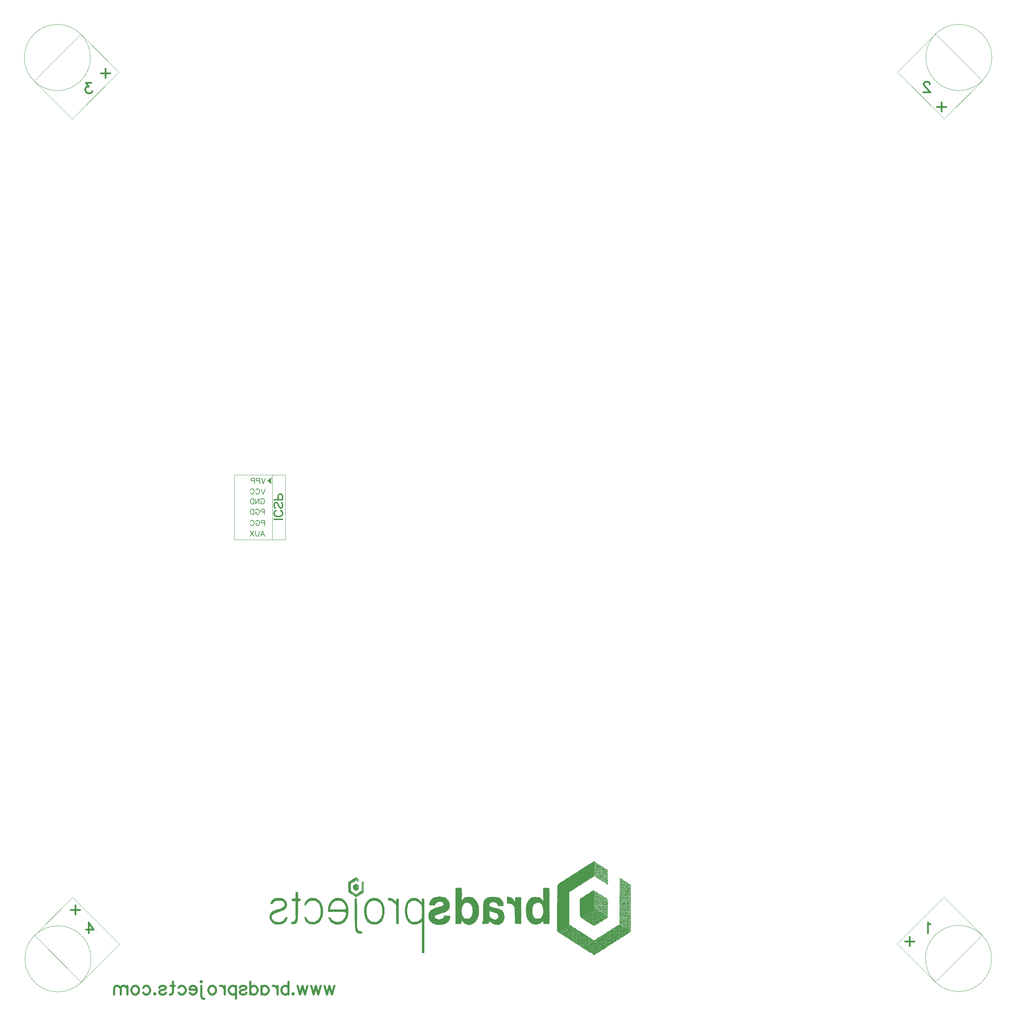
<source format=gbr>
G04 DipTrace 3.0.0.2*
G04 BottomSilk.gbr*
%MOIN*%
G04 #@! TF.FileFunction,Legend,Bot*
G04 #@! TF.Part,Single*
%ADD12C,0.002992*%
%ADD21C,0.001312*%
%ADD79C,0.015439*%
%ADD80C,0.00772*%
%ADD81C,0.018527*%
%ADD83C,0.012351*%
%FSLAX26Y26*%
G04*
G70*
G90*
G75*
G01*
G04 BotSilk*
%LPD*%
X9092117Y832290D2*
D21*
G02X9092117Y832290I314963J0D01*
G01*
X9629722Y1055148D2*
X9267915Y1416963D1*
X8822420Y971458D1*
X9184332Y609537D1*
X9629722Y1055148D1*
X9094866Y9408259D2*
G02X9094866Y9408259I314970J0D01*
G01*
X9186978Y9630900D2*
X8825162Y9269094D1*
X9270669Y8823600D1*
X9632590Y9185512D1*
X9186978Y9630900D1*
X511816Y9407868D2*
G02X511816Y9407868I314963J0D01*
G01*
X604137Y9185010D2*
X965943Y8823195D1*
X1411439Y9268700D1*
X1049526Y9630620D1*
X604137Y9185010D1*
X517320Y829141D2*
G02X517320Y829141I314970J0D01*
G01*
X1055148Y606499D2*
X1416963Y968306D1*
X971458Y1413801D1*
X609537Y1051889D1*
X1055148Y606499D1*
X2511164Y5435431D2*
X2998715D1*
Y4818897D1*
X2511164D1*
Y5435431D1*
G36*
X2823684Y5379203D2*
X2867466Y5410400D1*
X2861177Y5379203D1*
X2867466Y5347945D1*
X2823684Y5379203D1*
G37*
X2873707Y5435431D2*
D21*
X2873610Y4818897D1*
X5932572Y1757782D2*
D12*
X5935564D1*
X5928443Y1754790D2*
X5939243D1*
X5924165Y1751798D2*
X5942883D1*
X5919772Y1748806D2*
X5938556D1*
X5944541D2*
X5946867D1*
X5915233Y1745814D2*
X5951512D1*
X5910489Y1742822D2*
X5938556D1*
X5947533D2*
X5956509D1*
X5905681Y1739829D2*
X5947533D1*
X5953517D2*
D3*
X5959501D2*
X5962493D1*
X5901218Y1736837D2*
X5935564D1*
X5941549D2*
D3*
X5947533D2*
X5956509D1*
X5965486D2*
D3*
X5897050Y1733845D2*
X5944541D1*
X5950525D2*
D3*
X5956509D2*
X5968478D1*
X5892476Y1730853D2*
X5938556D1*
X5944541D2*
X5950525D1*
X5957912D2*
X5956509D1*
X5962493D2*
X5968478D1*
X5974462D2*
D3*
X5887041Y1727861D2*
X5941549D1*
X5947533D2*
X5953517D1*
X5959501D2*
X5968478D1*
X5977454D2*
X5980446D1*
X5881290Y1724869D2*
X5947533D1*
X5956509D2*
X5983438D1*
X5989423D2*
D3*
X5875976Y1721877D2*
X5938556D1*
X5944541D2*
X5956509D1*
X5965486D2*
X5968478D1*
X5974462D2*
D3*
X5979896D2*
X5989423D1*
X5995407D2*
D3*
X5871257Y1718885D2*
X5948083D1*
X5954067D2*
X5959501D1*
X5965486D2*
X5974462D1*
X5978846D2*
X5980446D1*
X5989423D2*
X5990472D1*
X5996457D2*
X5998399D1*
X5866872Y1715892D2*
X5938556D1*
X5944541D2*
X5949133D1*
X5955117D2*
X5953517D1*
X5959501D2*
X5968478D1*
X5977454D2*
X5991490D1*
X5997474D2*
X6001268D1*
X5862346Y1712900D2*
X5941549D1*
X5947533D2*
X5950525D1*
X5956509D2*
D3*
X5960679D2*
X5980446D1*
X5986430D2*
D3*
X5992415D2*
D3*
X5998399D2*
X6003796D1*
X5857670Y1709908D2*
X5935564D1*
X5941549D2*
X5948935D1*
X5953517D2*
X5956509D1*
X5960302D2*
X5965486D1*
X5974462D2*
D3*
X5980446D2*
X5986430D1*
X5992415D2*
X5998399D1*
X6004383D2*
X6005765D1*
X6013360D2*
D3*
X5853198Y1706916D2*
X5941549D1*
X5947533D2*
D3*
X5959501D2*
X5974462D1*
X5980446D2*
X5983438D1*
X5989423D2*
D3*
X5994004D2*
X5999577D1*
X6005561D2*
X6007375D1*
X6013360D2*
X6016352D1*
X5848892Y1703924D2*
X5938556D1*
X5944541D2*
X5959501D1*
X5965486D2*
D3*
X5970305D2*
X5989423D1*
X5995407D2*
X5999200D1*
X6005184D2*
X6019344D1*
X5844387Y1700932D2*
X5944541D1*
X5950525D2*
X5959501D1*
X5965486D2*
X5968478D1*
X5973920D2*
X5980996D1*
X5985880D2*
X5998399D1*
X6004383D2*
X6007375D1*
X6016352D2*
D3*
X6022336D2*
D3*
X5839705Y1697940D2*
X5938556D1*
X5944541D2*
X5950525D1*
X5959501D2*
X5969687D1*
X5976392D2*
X5985038D1*
X5990815D2*
X5992415D1*
X5998399D2*
X6004883D1*
X6010367D2*
X6028320D1*
X5835128Y1694948D2*
X5938556D1*
X5947533D2*
D3*
X5953517D2*
X5956509D1*
X5962493D2*
D3*
X5968478D2*
X5969701D1*
X5978433D2*
X5989423D1*
X5995407D2*
X6001858D1*
X6013360D2*
X6019344D1*
X6025328D2*
X6030262D1*
X5830441Y1691955D2*
X5953517D1*
X5959501D2*
X5969692D1*
X5974462D2*
D3*
X5980446D2*
D3*
X5989423D2*
X5998399D1*
X6007375D2*
X6022336D1*
X6031312D2*
X6032237D1*
X6037297D2*
D3*
X5825220Y1688963D2*
X5935564D1*
X5941549D2*
X5947533D1*
X5953517D2*
X5956509D1*
X5965486D2*
X5970087D1*
X5975363D2*
X5986430D1*
X5992415D2*
D3*
X5998399D2*
X6010367D1*
X6016352D2*
D3*
X6022336D2*
X6034304D1*
X6040289D2*
D3*
X5819782Y1685971D2*
X5950525D1*
X5956509D2*
X5970761D1*
X5976089D2*
X5983438D1*
X5989423D2*
X6049265D1*
X5814789Y1682979D2*
X5947533D1*
X5953517D2*
X5956509D1*
X5965486D2*
D3*
X5971470D2*
D3*
X5975459D2*
X5980446D1*
X5986430D2*
X5989423D1*
X5995871D2*
X5998399D1*
X6007375D2*
D3*
X6013360D2*
X6022459D1*
X6028320D2*
X6034304D1*
X6040289D2*
D3*
X6046273D2*
X6049265D1*
X6055249D2*
D3*
X5810205Y1679987D2*
X5935564D1*
X5941549D2*
D3*
X5947533D2*
X5953517D1*
X5959501D2*
X5965486D1*
X5974462D2*
X5990472D1*
X5996638D2*
X6004383D1*
X6010367D2*
X6019931D1*
X6025328D2*
X6037297D1*
X6043281D2*
X6055249D1*
X5805574Y1676995D2*
X5947533D1*
X5953517D2*
X5955959D1*
X5962493D2*
X5974462D1*
X5980446D2*
D3*
X5989423D2*
X5991490D1*
X5997537D2*
X5998399D1*
X6004383D2*
X6010367D1*
X6016352D2*
X6017962D1*
X6022336D2*
D3*
X6031312D2*
D3*
X6037297D2*
X6040289D1*
X6046273D2*
X6049265D1*
X6055249D2*
X6055799D1*
X6061234D2*
D3*
X5800851Y1674003D2*
X5938556D1*
X5947533D2*
X5949122D1*
X5955107D2*
X5957901D1*
X5965486D2*
D3*
X5971470D2*
D3*
X5977454D2*
X5986430D1*
X5992415D2*
D3*
X5998399D2*
X6007375D1*
X6016352D2*
D3*
X6022336D2*
X6031312D1*
X6040289D2*
X6049265D1*
X6055249D2*
X6056849D1*
X6062636D2*
X6064226D1*
X5796370Y1671010D2*
X5944541D1*
X5950525D2*
D3*
X5956509D2*
X5959501D1*
X5968478D2*
X5977454D1*
X5983438D2*
D3*
X5989423D2*
X5998399D1*
X6007375D2*
X6025779D1*
X6031312D2*
X6040289D1*
X6049265D2*
X6058241D1*
X6064226D2*
X6063676D1*
X5792162Y1668018D2*
X5935564D1*
X5941549D2*
X5968478D1*
X5974462D2*
D3*
X5980446D2*
X5987833D1*
X5994004D2*
X5998399D1*
X6004383D2*
D3*
X6008768D2*
X6010367D1*
X6016352D2*
D3*
X6025328D2*
X6029384D1*
X6035548D2*
X6040289D1*
X6049265D2*
X6053660D1*
X6059831D2*
X6062626D1*
X5788025Y1665026D2*
X5941549D1*
X5947533D2*
X5953517D1*
X5962493D2*
X5967428D1*
X5974462D2*
X5980446D1*
X5986430D2*
X5992415D1*
X5998399D2*
X6004383D1*
X6009742D2*
X6022336D1*
X6028320D2*
X6032540D1*
X6039245D2*
X6049265D1*
X6055249D2*
X6061234D1*
X5783965Y1662034D2*
X5938556D1*
X5944541D2*
X5947533D1*
X5953517D2*
X5959501D1*
X5965486D2*
X5966411D1*
X5972872D2*
X5974462D1*
X5980446D2*
X5983438D1*
X5992415D2*
X5998399D1*
X6004383D2*
X6004933D1*
X6010640D2*
X6034946D1*
X6041107D2*
X6052257D1*
X6058241D2*
X6064226D1*
X5779867Y1659042D2*
X5941549D1*
X5947533D2*
X5950525D1*
X5959501D2*
X5965486D1*
X5971470D2*
X5972493D1*
X5978477D2*
X6005983D1*
X6011863D2*
X6010367D1*
X6016352D2*
D3*
X6031312D2*
D3*
X6037297D2*
X6035134D1*
X6041188D2*
X6049265D1*
X6055249D2*
X6058241D1*
X5775273Y1656050D2*
X5935564D1*
X5941549D2*
X5947533D1*
X5953517D2*
X5959501D1*
X5965486D2*
X5970399D1*
X5976384D2*
X5980446D1*
X5985659D2*
X5989545D1*
X5995530D2*
X5995407D1*
X6001391D2*
X6007375D1*
X6013360D2*
X6034304D1*
X6040289D2*
X6050443D1*
X6056427D2*
X6061004D1*
X5770006Y1653058D2*
X5953517D1*
X5959501D2*
D3*
X5965486D2*
X5968020D1*
X5974005D2*
X5977454D1*
X5983313D2*
X5990010D1*
X5995994D2*
X6001391D1*
X6007375D2*
X6016352D1*
X6022336D2*
X6025328D1*
X6031312D2*
X6040289D1*
X6049265D2*
X6050066D1*
X6056050D2*
X6058241D1*
X6064226D2*
X6063050D1*
X5764638Y1650066D2*
X5938556D1*
X5944541D2*
X5950525D1*
X5959501D2*
X5965486D1*
X5971470D2*
X5974462D1*
X5980446D2*
X5991033D1*
X5997018D2*
X5998399D1*
X6004383D2*
X6013360D1*
X6019344D2*
X6025328D1*
X6031312D2*
X6034304D1*
X6040289D2*
D3*
X6046273D2*
X6049265D1*
X6055249D2*
X6058241D1*
X6064226D2*
X6063674D1*
X5760005Y1647073D2*
X5959501D1*
X5965486D2*
X5983438D1*
X5989423D2*
X5992415D1*
X5998399D2*
X6004383D1*
X6010367D2*
X6019344D1*
X6025328D2*
X6052257D1*
X6058241D2*
X6063998D1*
X5750052Y1644081D2*
D3*
X5756037D2*
X5935564D1*
X5941549D2*
X5948083D1*
X5954067D2*
X5958109D1*
X5964093D2*
X5965486D1*
X5974462D2*
X5991023D1*
X5997007D2*
X5998399D1*
X6004383D2*
X6010367D1*
X6019344D2*
X6022336D1*
X6028320D2*
X6033754D1*
X6042181D2*
X6058241D1*
X6064226D2*
X6064139D1*
X5746586Y1641089D2*
X5949133D1*
X5955117D2*
X5957184D1*
X5963168D2*
X5974462D1*
X5980446D2*
D3*
X5986430D2*
X5990098D1*
X5996082D2*
X6004383D1*
X6013360D2*
X6016352D1*
X6020933D2*
X6028320D1*
X6034304D2*
X6038689D1*
X6046065D2*
X6049265D1*
X6055249D2*
X6064195D1*
X5742747Y1638097D2*
X5938556D1*
X5947533D2*
X5950525D1*
X5956509D2*
D3*
X5962493D2*
X5965486D1*
X5971470D2*
X5980446D1*
X5986430D2*
X5989423D1*
X5995407D2*
D3*
X6001391D2*
X6016352D1*
X6022336D2*
D3*
X6028320D2*
X6032715D1*
X6038886D2*
X6043281D1*
X6049265D2*
D3*
X6055249D2*
D3*
X6064226D2*
X6064215D1*
X5738599Y1635105D2*
X5944541D1*
X5950525D2*
X5965486D1*
X5971470D2*
D3*
X5977919D2*
X6001391D1*
X6006911D2*
X6010918D1*
X6016352D2*
X6025328D1*
X6029702D2*
X6037297D1*
X6043281D2*
X6058241D1*
X6064226D2*
X6064222D1*
X5734355Y1632113D2*
X5935564D1*
X5941549D2*
X5950525D1*
X5959501D2*
D3*
X5965486D2*
X5971470D1*
X5978686D2*
X5983438D1*
X5992415D2*
D3*
X5998399D2*
X5999802D1*
X6004383D2*
D3*
X6009136D2*
X6011967D1*
X6017754D2*
X6019344D1*
X6025328D2*
D3*
X6030564D2*
X6035707D1*
X6041691D2*
X6046273D1*
X6052257D2*
D3*
X6058241D2*
X6064236D1*
X5730200Y1629121D2*
X5941549D1*
X5947533D2*
X5956509D1*
X5965486D2*
D3*
X5971470D2*
X5973059D1*
X5979584D2*
X5980446D1*
X5986430D2*
X5998399D1*
X6004383D2*
D3*
X6011230D2*
X6013360D1*
X6019344D2*
X6025328D1*
X6031021D2*
X6034304D1*
X6040289D2*
D3*
X6046273D2*
X6052257D1*
X6058241D2*
X6064351D1*
X5726073Y1626129D2*
X5938556D1*
X5944541D2*
X5947533D1*
X5956509D2*
X5965486D1*
X5971470D2*
X5974462D1*
X5980446D2*
X5986430D1*
X5998399D2*
X6007375D1*
X6013360D2*
X6019344D1*
X6025328D2*
D3*
X6031312D2*
X6040289D1*
X6049265D2*
X6058241D1*
X6064226D2*
X6064814D1*
X5721653Y1623136D2*
X5941549D1*
X5947533D2*
D3*
X5956509D2*
X5960051D1*
X5965486D2*
X5983438D1*
X5989423D2*
X6002794D1*
X6008965D2*
X6018320D1*
X6025328D2*
X6031312D1*
X6040289D2*
X6049265D1*
X6055249D2*
D3*
X6064226D2*
X6065837D1*
X5717030Y1620144D2*
X5938185D1*
X5945184D2*
X5958109D1*
X5963896D2*
X5968478D1*
X5977454D2*
X5980446D1*
X5986430D2*
D3*
X5993817D2*
X5998399D1*
X6004383D2*
X6010367D1*
X6016352D2*
X6017422D1*
X6022336D2*
D3*
X6026918D2*
X6040289D1*
X6046823D2*
X6049265D1*
X6055249D2*
X6067218D1*
X5712677Y1617152D2*
X5934612D1*
X5943138D2*
X5950525D1*
X5956509D2*
D3*
X5962493D2*
X5965486D1*
X5971470D2*
X5974462D1*
X5980446D2*
X5989423D1*
X5998399D2*
X6010367D1*
X6016352D2*
X6016809D1*
X6022336D2*
D3*
X6028320D2*
X6041691D1*
X6047873D2*
X6058241D1*
X5708749Y1614160D2*
X5930683D1*
X5945822D2*
X5950525D1*
X5956509D2*
X5983438D1*
X5989423D2*
X6001391D1*
X6010367D2*
X6016352D1*
X6022336D2*
X6031312D1*
X6040289D2*
X6043281D1*
X6049265D2*
X6051793D1*
X6058241D2*
X6061004D1*
X5704881Y1611168D2*
X5926003D1*
X5949720D2*
X5956509D1*
X5965486D2*
D3*
X5980446D2*
D3*
X5986430D2*
D3*
X5991365D2*
X5998399D1*
X6004383D2*
X6010367D1*
X6016352D2*
X6025328D1*
X6031312D2*
X6041691D1*
X6047676D2*
X6051026D1*
X6057192D2*
X6063050D1*
X5700677Y1608176D2*
X5920517D1*
X5954380D2*
X5986430D1*
X5993340D2*
X6004383D1*
X6010367D2*
D3*
X6016352D2*
X6019344D1*
X6025328D2*
D3*
X6031312D2*
X6034855D1*
X6040289D2*
D3*
X6046273D2*
X6050127D1*
X6056174D2*
X6058241D1*
X6064226D2*
X6063674D1*
X3667533Y1605184D2*
X3673517D1*
X5690210D2*
D3*
X5696194D2*
X5914766D1*
X5959684D2*
X5989423D1*
X5995407D2*
X6035904D1*
X6040289D2*
X6049265D1*
X6055249D2*
X6063998D1*
X3662943Y1602192D2*
X3674727D1*
X5686553D2*
X5909288D1*
X5965486D2*
D3*
X5971470D2*
X6004933D1*
X6011139D2*
X6010367D1*
X6016352D2*
D3*
X6025328D2*
D3*
X6031312D2*
X6037297D1*
X6043281D2*
D3*
X6049265D2*
X6055249D1*
X6064226D2*
X6064139D1*
X3658418Y1599199D2*
X3674602D1*
X5682616D2*
X5904496D1*
X5971470D2*
X5974462D1*
X5979896D2*
X5983438D1*
X5992415D2*
X5998399D1*
X6004383D2*
X6005983D1*
X6013485D2*
X6031312D1*
X6037297D2*
X6058241D1*
X6064226D2*
X6064195D1*
X6180919D2*
X6183911D1*
X3653833Y1596207D2*
X3674107D1*
X3679501D2*
X3685486D1*
X5678714D2*
X5900369D1*
X5978846D2*
X5980446D1*
X5986430D2*
X5992415D1*
X5998399D2*
X6007375D1*
X6016352D2*
X6018794D1*
X6029420D2*
X6034304D1*
X6040289D2*
D3*
X6049815D2*
X6053660D1*
X6061234D2*
X6064215D1*
X6182321D2*
X6187691D1*
X3649425Y1593215D2*
X3673517D1*
X3679501D2*
X3682493D1*
X3688478D2*
X3691470D1*
X5674566D2*
X5896398D1*
X5977454D2*
X5986430D1*
X5995407D2*
X5998399D1*
X6007375D2*
X6023728D1*
X6034512D2*
X6037297D1*
X6044881D2*
X6049265D1*
X6055249D2*
X6064222D1*
X6183911D2*
X6192082D1*
X3645152Y1590223D2*
X3683671D1*
X3689655D2*
X3691921D1*
X5669954D2*
X5892083D1*
X5982223D2*
X5992415D1*
X5998399D2*
X6001391D1*
X6007375D2*
X6016352D1*
X6022336D2*
X6028320D1*
X6040289D2*
X6052134D1*
X6058119D2*
X6064225D1*
X6182541D2*
X6183911D1*
X6192887D2*
X6196867D1*
X3640567Y1587231D2*
X3676509D1*
X3685486D2*
X3683294D1*
X3689279D2*
X3692549D1*
X5665338D2*
X5887418D1*
X5986430D2*
D3*
X5992415D2*
X6007375D1*
X6016352D2*
X6022336D1*
X6028320D2*
X6040289D1*
X6045571D2*
X6054662D1*
X6060646D2*
X6064225D1*
X6181796D2*
X6189895D1*
X6195879D2*
X6201864D1*
X3635633Y1584239D2*
X3673517D1*
X3679501D2*
X3682493D1*
X3688478D2*
X3693132D1*
X5661166D2*
X5882712D1*
X5992415D2*
D3*
X5998986D2*
X5998399D1*
X6004383D2*
X6010367D1*
X6016352D2*
D3*
X6028320D2*
X6034304D1*
X6043281D2*
D3*
X6047345D2*
X6056631D1*
X6062615D2*
X6064237D1*
X6181535D2*
X6186903D1*
X6192887D2*
X6196066D1*
X6204856D2*
X6207848D1*
X3630835Y1581247D2*
X3675107D1*
X3682493D2*
X3688478D1*
X3694462D2*
X3692481D1*
X5657214D2*
X5878087D1*
X6000218D2*
X6004383D1*
X6010367D2*
X6028320D1*
X6034304D2*
X6043281D1*
X6047301D2*
X6052257D1*
X6058241D2*
D3*
X6064226D2*
X6064351D1*
X6182573D2*
X6189895D1*
X6201864D2*
X6210270D1*
X6213832D2*
D3*
X3626567Y1578255D2*
X3676509D1*
X3685486D2*
X3691470D1*
X5653108D2*
X5873538D1*
X6002139D2*
X6005786D1*
X6011874D2*
X6019344D1*
X6025328D2*
D3*
X6031312D2*
D3*
X6035697D2*
X6041691D1*
X6046842D2*
X6049265D1*
X6055249D2*
X6064814D1*
X6183911D2*
D3*
X6189895D2*
X6201864D1*
X6207848D2*
X6213501D1*
X3622474Y1575262D2*
X3665442D1*
X3676509D2*
X3685486D1*
X3691470D2*
X3694462D1*
X5648557D2*
X5869092D1*
X6004383D2*
X6007375D1*
X6013233D2*
X6031312D1*
X6036622D2*
X6040289D1*
X6046273D2*
X6052257D1*
X6061234D2*
X6065837D1*
X6182530D2*
X6183911D1*
X6189895D2*
D3*
X6195879D2*
X6203266D1*
X6209437D2*
X6216880D1*
X3618007Y1572270D2*
X3660755D1*
X3681444D2*
X3682493D1*
X3688478D2*
X3691470D1*
X5643235D2*
X5864678D1*
X6014874D2*
X6016352D1*
X6022336D2*
D3*
X6028320D2*
X6031312D1*
X6037297D2*
X6046273D1*
X6052257D2*
X6067218D1*
X6181682D2*
X6192887D1*
X6198871D2*
X6204856D1*
X6210840D2*
X6219920D1*
X6225801D2*
D3*
X3613038Y1569278D2*
X3655779D1*
X3686411D2*
X3694462D1*
X5637298D2*
X5859947D1*
X6016988D2*
X6025328D1*
X6031312D2*
X6037297D1*
X6043281D2*
X6055249D1*
X6061234D2*
X6064226D1*
X6181361D2*
X6186903D1*
X6192887D2*
X6198871D1*
X6204856D2*
X6210840D1*
X6219816D2*
X6222808D1*
X6228793D2*
D3*
X3607997Y1566286D2*
X3650266D1*
X3691470D2*
D3*
X3724383D2*
X3730367D1*
X5631580D2*
X5854636D1*
X6019344D2*
D3*
X6025328D2*
X6043281D1*
X6049265D2*
D3*
X6055249D2*
X6058241D1*
X6064226D2*
X6067218D1*
X6181630D2*
X6204856D1*
X6210840D2*
X6237769D1*
X3603412Y1563294D2*
X3645013D1*
X3724737D2*
X3731417D1*
X3736352D2*
D3*
X3742336D2*
D3*
X5626360D2*
X5849146D1*
X6028794D2*
X6034304D1*
X6040839D2*
X6049265D1*
X6055249D2*
X6065837D1*
X6182573D2*
X6183911D1*
X6192887D2*
X6198871D1*
X6207848D2*
X6216824D1*
X6222808D2*
X6231785D1*
X6237769D2*
D3*
X6243753D2*
D3*
X3599422Y1560302D2*
X3640132D1*
X3725517D2*
X3724383D1*
X3730367D2*
X3732435D1*
X3737941D2*
X3739344D1*
X5621414D2*
X5843850D1*
X6032657D2*
X6034304D1*
X6041889D2*
X6040289D1*
X6046273D2*
X6049265D1*
X6055249D2*
D3*
X6061234D2*
X6064977D1*
X6183911D2*
X6192887D1*
X6198871D2*
X6207848D1*
X6216824D2*
X6222808D1*
X6231785D2*
X6243753D1*
X3595722Y1557310D2*
X3635003D1*
X3728575D2*
X3733360D1*
X3739344D2*
X3742336D1*
X5616865D2*
X5838884D1*
X6037035D2*
X6037297D1*
X6043281D2*
D3*
X6049265D2*
X6055249D1*
X6064226D2*
X6064542D1*
X6182541D2*
X6183911D1*
X6189895D2*
X6191287D1*
X6197271D2*
X6201864D1*
X6207848D2*
X6211725D1*
X6219679D2*
X6222808D1*
X6231785D2*
X6234777D1*
X6239709D2*
X6246639D1*
X3596931Y1554318D2*
X3629881D1*
X3732362D2*
X3739686D1*
X5612627D2*
X5834356D1*
X6042220D2*
X6049265D1*
X6055249D2*
X6064350D1*
X6181796D2*
X6189220D1*
X6195204D2*
X6204856D1*
X6212242D2*
X6214995D1*
X6222057D2*
X6231785D1*
X6237769D2*
D3*
X6243695D2*
X6248828D1*
X3596953Y1551325D2*
X3625299D1*
X3724383D2*
X3730367D1*
X3736352D2*
X3736996D1*
X3742336D2*
D3*
X5608392D2*
X5830047D1*
X6047676D2*
X6052257D1*
X6061234D2*
X6064271D1*
X6181535D2*
X6180919D1*
X6186903D2*
D3*
X6192887D2*
X6198871D1*
X6204856D2*
X6207848D1*
X6216824D2*
X6217455D1*
X6223846D2*
X6225801D1*
X6231785D2*
X6237769D1*
X6246859D2*
X6250766D1*
X6255722D2*
X6258714D1*
X3597017Y1548333D2*
X3621007D1*
X3724383D2*
X3727375D1*
X3733360D2*
X3733879D1*
X3740933D2*
X3742336D1*
X5604079D2*
X5825919D1*
X6056652D2*
X6064242D1*
X6182573D2*
X6189895D1*
X6195879D2*
X6203453D1*
X6212242D2*
X6217651D1*
X6223554D2*
X6228793D1*
X6234777D2*
X6243753D1*
X6249738D2*
X6252730D1*
X6258714D2*
X6261352D1*
X6264698D2*
D3*
X3597657Y1545341D2*
X3616667D1*
X3670525D2*
D3*
X3724383D2*
X3730367D1*
X3739344D2*
X3742336D1*
X5599891D2*
X5821917D1*
X6052257D2*
X6064231D1*
X6183911D2*
D3*
X6192887D2*
X6198871D1*
X6207848D2*
X6216824D1*
X6222808D2*
X6234777D1*
X6240761D2*
X6265247D1*
X3598714Y1542349D2*
X3619659D1*
X3664645D2*
X3673517D1*
X3724383D2*
D3*
X3730367D2*
X3739344D1*
X5596313D2*
X5817867D1*
X6057026D2*
X6064227D1*
X6180919D2*
X6192887D1*
X6198871D2*
X6207848D1*
X6214382D2*
X6222808D1*
X6231208D2*
X6234777D1*
X6240761D2*
D3*
X6246745D2*
X6249738D1*
X6255722D2*
D3*
X6261706D2*
X6269688D1*
X3595722Y1539357D2*
X3618278D1*
X3659445D2*
X3676509D1*
X3724383D2*
X3727375D1*
X3733360D2*
X3742336D1*
X5593772D2*
X5813755D1*
X6061234D2*
X6064226D1*
X6183911D2*
D3*
X6189895D2*
X6201864D1*
X6207848D2*
X6209250D1*
X6215432D2*
X6216824D1*
X6222808D2*
X6225801D1*
X6230083D2*
X6234777D1*
X6240761D2*
D3*
X6246745D2*
X6252730D1*
X6261706D2*
X6273572D1*
X3598714Y1536365D2*
X3617418D1*
X3654497D2*
X3673517D1*
X3679501D2*
X3682493D1*
X3724383D2*
X3732848D1*
X5592047D2*
X5809398D1*
X6182530D2*
X6189895D1*
X6201864D2*
X6210840D1*
X6216824D2*
X6223385D1*
X6228580D2*
X6234777D1*
X6240761D2*
X6246745D1*
X6252730D2*
X6261706D1*
X6267690D2*
D3*
X6276667D2*
X6276748D1*
X6282651D2*
D3*
X3595722Y1533373D2*
X3616983D1*
X3649752D2*
X3686044D1*
X3724383D2*
D3*
X3730367D2*
X3737270D1*
X5590694D2*
X5804451D1*
X6181670D2*
X6180919D1*
X6189895D2*
X6198871D1*
X6204856D2*
D3*
X6213832D2*
X6221521D1*
X6227174D2*
X6228793D1*
X6234777D2*
X6240761D1*
X6249738D2*
X6252730D1*
X6258714D2*
D3*
X6267690D2*
D3*
X6273675D2*
X6279659D1*
X3598714Y1530381D2*
X3616791D1*
X3645813D2*
X3676509D1*
X3685486D2*
X3689168D1*
X3724383D2*
D3*
X3730367D2*
D3*
X3736352D2*
X3740490D1*
X5589656D2*
X5798933D1*
X6181235D2*
X6183911D1*
X6189895D2*
D3*
X6195879D2*
X6220053D1*
X6225909D2*
X6228793D1*
X6234777D2*
D3*
X6240761D2*
X6252730D1*
X6258714D2*
X6273675D1*
X6282651D2*
X6285643D1*
X3595722Y1527388D2*
X3616712D1*
X3642727D2*
X3691875D1*
X3724383D2*
X3741456D1*
X5589027D2*
X5793121D1*
X6181043D2*
X6218521D1*
X6224461D2*
X6285631D1*
X3598714Y1524396D2*
X3616683D1*
X3641629D2*
X3673517D1*
X3679501D2*
X3694462D1*
X3724383D2*
D3*
X3730367D2*
D3*
X3735802D2*
X3736352D1*
X3742336D2*
X3741852D1*
X5588710D2*
X5787566D1*
X6180964D2*
X6183911D1*
X6189895D2*
D3*
X6196429D2*
X6201864D1*
X6207848D2*
X6216824D1*
X6222808D2*
X6225801D1*
X6231785D2*
X6237769D1*
X6246745D2*
X6252730D1*
X6261706D2*
X6274225D1*
X6280123D2*
X6279659D1*
X6285643D2*
X6285517D1*
X3595722Y1521404D2*
X3616672D1*
X3641038D2*
X3679501D1*
X3688478D2*
X3691470D1*
X3724383D2*
X3730367D1*
X3734752D2*
X3741858D1*
X5588569D2*
X5782732D1*
X6180935D2*
X6189895D1*
X6197479D2*
X6207848D1*
X6213282D2*
X6222808D1*
X6228793D2*
X6231785D1*
X6237769D2*
X6246745D1*
X6252730D2*
X6261706D1*
X6267690D2*
D3*
X6273675D2*
X6275275D1*
X6280890D2*
X6285055D1*
X3596899Y1518412D2*
X3616668D1*
X3640773D2*
X3681101D1*
X3685486D2*
X3692728D1*
X3724383D2*
D3*
X3733360D2*
X3740740D1*
X5588511D2*
X5778225D1*
X6180936D2*
X6183911D1*
X6189895D2*
X6192887D1*
X6198871D2*
D3*
X6204856D2*
X6209437D1*
X6215224D2*
X6216824D1*
X6222808D2*
X6227743D1*
X6234227D2*
X6237769D1*
X6243203D2*
X6252730D1*
X6258714D2*
X6267690D1*
X6273675D2*
X6276667D1*
X6281789D2*
X6284032D1*
X3596523Y1515420D2*
X3616667D1*
X3640677D2*
X3673517D1*
X3679501D2*
X3683168D1*
X3688478D2*
X3693477D1*
X3724383D2*
X3733360D1*
X3739344D2*
D3*
X5588490D2*
X5773686D1*
X6181046D2*
X6190483D1*
X6195879D2*
X6204856D1*
X6210840D2*
D3*
X6216824D2*
D3*
X6224211D2*
X6223733D1*
X6230185D2*
X6239172D1*
X6245145D2*
X6252730D1*
X6258714D2*
D3*
X6267690D2*
D3*
X6273675D2*
D3*
X6282651D2*
D3*
X3595722Y1512428D2*
X3616667D1*
X3640742D2*
X3673517D1*
X3679501D2*
X3685486D1*
X3691470D2*
X3692648D1*
X3724383D2*
X3734383D1*
X3739344D2*
X3740725D1*
X5588482D2*
X5769331D1*
X6181507D2*
X6188721D1*
X6192887D2*
D3*
X6198871D2*
D3*
X6207848D2*
X6219816D1*
X6225801D2*
X6240761D1*
X6246745D2*
X6258714D1*
X6264698D2*
X6284240D1*
X3598714Y1509436D2*
X3616667D1*
X3641109D2*
X3679501D1*
X3688478D2*
X3691470D1*
X3724383D2*
D3*
X3733360D2*
X3735281D1*
X3740736D2*
X3741573D1*
X4654934D2*
D3*
X5459816D2*
D3*
X5474777D2*
D3*
X5588479D2*
X5765175D1*
X6182530D2*
X6187605D1*
X6192764D2*
X6204856D1*
X6212429D2*
X6225801D1*
X6235877D2*
X6234777D1*
X6240761D2*
X6249738D1*
X6255722D2*
X6264698D1*
X6270682D2*
D3*
X6279659D2*
D3*
X6285643D2*
D3*
X3595722Y1506444D2*
X3616678D1*
X3641833D2*
X3685486D1*
X3691470D2*
X3694462D1*
X3724383D2*
X3735895D1*
X3741661D2*
X3741894D1*
X4616037D2*
D3*
X4628005D2*
X4636982D1*
X4642966D2*
X4654934D1*
X4660919D2*
X4666903D1*
X5456824D2*
X5498714D1*
X5504698D2*
D3*
X5588478D2*
X5760972D1*
X6183911D2*
X6186656D1*
X6192300D2*
X6210840D1*
X6216824D2*
D3*
X6222808D2*
X6224211D1*
X6231993D2*
X6234777D1*
X6240211D2*
X6243753D1*
X6249738D2*
X6255722D1*
X6264698D2*
X6279659D1*
X3598714Y1503451D2*
X3616792D1*
X3642703D2*
X3676509D1*
X3682493D2*
D3*
X3688478D2*
X3691470D1*
X3724383D2*
X3726911D1*
X3736352D2*
D3*
X3742336D2*
X3741624D1*
X4616037D2*
X4669788D1*
X5453832D2*
X5507690D1*
X5588478D2*
X5756660D1*
X6182733D2*
X6185416D1*
X6191276D2*
X6192887D1*
X6198871D2*
D3*
X6207848D2*
D3*
X6213832D2*
X6222808D1*
X6228793D2*
D3*
X6234777D2*
X6233374D1*
X6239161D2*
X6243753D1*
X6249738D2*
D3*
X6258714D2*
X6271396D1*
X6276117D2*
X6282409D1*
X3595722Y1500459D2*
X3617255D1*
X3643618D2*
X3692680D1*
X3724383D2*
X3726144D1*
X3733360D2*
X3740682D1*
X4616037D2*
X4671978D1*
X5450840D2*
X5507690D1*
X5588478D2*
X5752347D1*
X6183110D2*
X6183911D1*
X6189895D2*
X6211340D1*
X6218716D2*
X6231785D1*
X6237769D2*
X6255722D1*
X6261706D2*
X6269657D1*
X6275067D2*
X6276667D1*
X6283201D2*
X6284420D1*
X3596931Y1497467D2*
X3618278D1*
X3644752D2*
X3692532D1*
X3724383D2*
X3725246D1*
X3731770D2*
X3733360D1*
X3739344D2*
D3*
X4616037D2*
X4673915D1*
X5452099D2*
X5507702D1*
X5588478D2*
X5748167D1*
X6177927D2*
D3*
X6183911D2*
X6189895D1*
X6198871D2*
D3*
X6204856D2*
D3*
X6210840D2*
X6214299D1*
X6222601D2*
X6225801D1*
X6231785D2*
X6237769D1*
X6246745D2*
X6249738D1*
X6255722D2*
X6261706D1*
X6267690D2*
X6269873D1*
X6273675D2*
X6276667D1*
X6284251D2*
X6284807D1*
X3596953Y1494475D2*
X3619659D1*
X3646366D2*
X3691998D1*
X3724383D2*
D3*
X3730367D2*
X3742336D1*
X4616037D2*
X4675879D1*
X5452847D2*
X5507816D1*
X5588478D2*
X5744007D1*
X6180919D2*
X6183911D1*
X6189895D2*
X6198871D1*
X6204856D2*
X6216824D1*
X6225801D2*
D3*
X6231785D2*
X6237769D1*
X6246745D2*
X6249738D1*
X6255722D2*
X6261706D1*
X6267690D2*
X6271632D1*
X6276667D2*
X6279521D1*
X6285643D2*
X6283897D1*
X3597017Y1491483D2*
X3616667D1*
X3648506D2*
X3646588D1*
X3652572D2*
X3673517D1*
X3679501D2*
X3690247D1*
X3724372D2*
X3730367D1*
X4616037D2*
X4674612D1*
X5452018D2*
X5508278D1*
X5588478D2*
X5739373D1*
X6183911D2*
X6189895D1*
X6195879D2*
X6204856D1*
X6213832D2*
X6231785D1*
X6237769D2*
X6255722D1*
X6261706D2*
D3*
X6267690D2*
X6273675D1*
X6279659D2*
X6281896D1*
X3597657Y1488491D2*
X3619659D1*
X3652991D2*
X3685932D1*
X3724266D2*
X3736013D1*
X4616037D2*
X4673838D1*
X5450840D2*
X5509301D1*
X5588478D2*
X5733975D1*
X6180919D2*
X6186903D1*
X6192887D2*
X6233374D1*
X6239359D2*
X6243753D1*
X6249738D2*
X6283674D1*
X3598714Y1485499D2*
X3618496D1*
X3656406D2*
X3681133D1*
X3723873D2*
X3724383D1*
X3730265D2*
X3733360D1*
X3742336D2*
X3740559D1*
X4616037D2*
X4674344D1*
X5452209D2*
X5510682D1*
X5588478D2*
X5728095D1*
X6177927D2*
X6190945D1*
X6197271D2*
X6201864D1*
X6213832D2*
X6217374D1*
X6223358D2*
X6225801D1*
X6234777D2*
D3*
X6240761D2*
X6249738D1*
X6255722D2*
X6268278D1*
X6274274D2*
X6276667D1*
X6282651D2*
X6283460D1*
X3597504Y1482507D2*
X3618765D1*
X3662266D2*
X3664541D1*
X3670525D2*
X3677010D1*
X3723016D2*
X3727375D1*
X3732986D2*
X3740559D1*
X4616037D2*
X4674963D1*
X5452955D2*
X5509301D1*
X5588478D2*
X5722365D1*
X5929580D2*
D3*
X6183911D2*
D3*
X6189895D2*
X6194954D1*
X6201188D2*
X6218424D1*
X6224408D2*
X6222808D1*
X6228793D2*
X6240761D1*
X6245974D2*
X6259264D1*
X6263988D2*
X6269520D1*
X6275279D2*
X6273675D1*
X6279659D2*
X6281701D1*
X3597483Y1479514D2*
X3620237D1*
X3667533D2*
X3673517D1*
X3721541D2*
X3724383D1*
X3730367D2*
D3*
X3735698D2*
X3740776D1*
X4616037D2*
X4675315D1*
X5453215D2*
X5508442D1*
X5588478D2*
X5717188D1*
X5924172D2*
X5929580D1*
X6182733D2*
X6183911D1*
X6189895D2*
X6198871D1*
X6204856D2*
X6219816D1*
X6225801D2*
X6238319D1*
X6243628D2*
X6252730D1*
X6258714D2*
X6260314D1*
X6265738D2*
X6271507D1*
X6277992D2*
X6279659D1*
X6285643D2*
D3*
X3597419Y1476522D2*
X3622101D1*
X3719041D2*
X3730367D1*
X3738822D2*
X3741339D1*
X4616037D2*
X4675197D1*
X5452177D2*
X5508007D1*
X5588478D2*
X5712587D1*
X5919325D2*
X5931170D1*
X5938556D2*
X5941549D1*
X6183110D2*
X6189895D1*
X6198871D2*
X6204856D1*
X6213955D2*
X6225801D1*
X6234777D2*
X6236377D1*
X6240761D2*
X6252730D1*
X6258714D2*
X6261706D1*
X6265445D2*
X6273675D1*
X6281061D2*
X6282651D1*
X3596779Y1473530D2*
X3613675D1*
X3619659D2*
X3624708D1*
X3715349D2*
X3724383D1*
X3730367D2*
X3733360D1*
X3742336D2*
X3741808D1*
X4616037D2*
X4674703D1*
X5450840D2*
X5507826D1*
X5588478D2*
X5708375D1*
X5914938D2*
X5932572D1*
X5938556D2*
X5939949D1*
X5947533D2*
D3*
X6183911D2*
X6195879D1*
X6201864D2*
X6206798D1*
X6214419D2*
X6216824D1*
X6222808D2*
X6224623D1*
X6228793D2*
D3*
X6234777D2*
D3*
X6243753D2*
X6258714D1*
X6264698D2*
X6276667D1*
X6285643D2*
D3*
X3595722Y1470538D2*
X3628088D1*
X3711160D2*
X3741963D1*
X4616037D2*
X4674366D1*
X5452209D2*
X5507862D1*
X5588478D2*
X5704373D1*
X5910638D2*
X5937881D1*
X5944541D2*
X5950525D1*
X6177927D2*
X6186353D1*
X6195879D2*
X6201864D1*
X6207848D2*
X6208773D1*
X6215443D2*
X6225000D1*
X6231598D2*
X6243753D1*
X6249738D2*
X6252730D1*
X6258714D2*
X6261706D1*
X6267690D2*
D3*
X6276667D2*
X6285643D1*
X3099029Y1467546D2*
D3*
X3105013D2*
D3*
X3597805D2*
X3631504D1*
X3707084D2*
X3741816D1*
X4616037D2*
X4674580D1*
X5452955D2*
X5508295D1*
X5588478D2*
X5700935D1*
X5906275D2*
X5935564D1*
X5941549D2*
X5944541D1*
X5950525D2*
X5953517D1*
X6180919D2*
X6185303D1*
X6192887D2*
X6203266D1*
X6207848D2*
X6210840D1*
X6216824D2*
X6225801D1*
X6234777D2*
D3*
X6240624D2*
X6243753D1*
X6249738D2*
X6255722D1*
X6263296D2*
X6270682D1*
X6279659D2*
D3*
X6285643D2*
X6283568D1*
X3097087Y1464554D2*
X3110997D1*
X3600290D2*
X3634619D1*
X3640604D2*
D3*
X3702932D2*
X3715407D1*
X3721391D2*
X3727375D1*
X3733360D2*
X3740391D1*
X4616037D2*
X4675076D1*
X5453215D2*
X5509307D1*
X5588478D2*
X5698173D1*
X5901868D2*
X5950525D1*
X5956509D2*
X5962493D1*
X6183911D2*
D3*
X6189895D2*
X6192887D1*
X6198871D2*
X6204856D1*
X6210840D2*
X6216824D1*
X6225801D2*
X6237769D1*
X6243002D2*
X6249738D1*
X6258714D2*
X6264698D1*
X6270682D2*
X6280671D1*
X3095112Y1461562D2*
X3112940D1*
X3603433D2*
X3640604D1*
X3698541D2*
X3709423D1*
X3715407D2*
X3737290D1*
X4616037D2*
X4675474D1*
X5452177D2*
X5510682D1*
X5588478D2*
X5697153D1*
X5897530D2*
X5939106D1*
X5947533D2*
D3*
X5953517D2*
X5956509D1*
X5962493D2*
X5965391D1*
X6180919D2*
X6192887D1*
X6198871D2*
D3*
X6204856D2*
X6210840D1*
X6216824D2*
X6221406D1*
X6228793D2*
D3*
X6234777D2*
X6238947D1*
X6244791D2*
X6260314D1*
X6267690D2*
D3*
X6275067D2*
X6277238D1*
X6285643D2*
D3*
X3093045Y1458570D2*
X3114914D1*
X3606906D2*
X3622651D1*
X3628635D2*
X3645006D1*
X3694138D2*
X3733645D1*
X4616037D2*
X4675699D1*
X5450840D2*
X5507690D1*
X5588466D2*
X5696602D1*
X5893596D2*
X5940156D1*
X5944541D2*
X5949122D1*
X5955107D2*
X5959501D1*
X5965486D2*
X5969019D1*
X6177927D2*
X6180919D1*
X6192887D2*
X6198871D1*
X6204856D2*
D3*
X6210840D2*
X6216824D1*
X6222808D2*
X6225801D1*
X6231785D2*
X6234777D1*
X6240761D2*
X6238570D1*
X6244499D2*
X6249738D1*
X6255722D2*
X6256397D1*
X6263109D2*
X6273675D1*
X6278984D2*
X6285643D1*
X3096037Y1455577D2*
X3116982D1*
X3610328D2*
X3610682D1*
X3616228D2*
X3625643D1*
X3631627D2*
X3634619D1*
X3640604D2*
X3649961D1*
X3689630D2*
X3729743D1*
X4616037D2*
X4675806D1*
X5452209D2*
X5510682D1*
X5588352D2*
X5696353D1*
X5890385D2*
X5941549D1*
X5947533D2*
X5950525D1*
X5956509D2*
X5973194D1*
X6185313D2*
X6192887D1*
X6198871D2*
X6207848D1*
X6212017D2*
X6219816D1*
X6225801D2*
X6237769D1*
X6243753D2*
X6252730D1*
X6258714D2*
X6264698D1*
X6270682D2*
X6276667D1*
X6282651D2*
X6284043D1*
X3093045Y1452585D2*
X3115772D1*
X3613675D2*
D3*
X3618705D2*
X3655616D1*
X3684692D2*
X3712415D1*
X3718399D2*
X3725394D1*
X4616037D2*
X4675852D1*
X5452955D2*
X5509473D1*
X5587890D2*
X5696253D1*
X5881706D2*
D3*
X5887690D2*
X5938556D1*
X5944541D2*
X5956509D1*
X5965486D2*
X5968478D1*
X5974462D2*
X5977454D1*
X6177927D2*
X6186903D1*
X6192887D2*
D3*
X6198871D2*
X6201864D1*
X6207848D2*
X6206445D1*
X6211641D2*
X6216824D1*
X6222808D2*
X6228793D1*
X6234777D2*
X6243753D1*
X6249738D2*
X6258714D1*
X6264698D2*
D3*
X6270682D2*
D3*
X6276667D2*
X6281976D1*
X3094222Y1449593D2*
X3115759D1*
X3621840D2*
X3640604D1*
X3646588D2*
X3661549D1*
X3673517D2*
D3*
X3679501D2*
X3694462D1*
X3700446D2*
X3719686D1*
X4616037D2*
X4675869D1*
X5453215D2*
X5509451D1*
X5586867D2*
X5696215D1*
X5877227D2*
X5947533D1*
X5953517D2*
X5959501D1*
X5965486D2*
X5974462D1*
X5980446D2*
D3*
X6179308D2*
X6180919D1*
X6186903D2*
D3*
X6192887D2*
X6204856D1*
X6210840D2*
X6213832D1*
X6219816D2*
D3*
X6228793D2*
X6237769D1*
X6243753D2*
X6249738D1*
X6255722D2*
X6260116D1*
X6264698D2*
X6270682D1*
X6275264D2*
X6279659D1*
X6285643D2*
D3*
X3093846Y1446601D2*
X3115781D1*
X3626309D2*
X3712075D1*
X4616037D2*
X4675876D1*
X5452177D2*
X5509388D1*
X5585486D2*
X5696201D1*
X5872108D2*
X5989423D1*
X6180167D2*
X6192887D1*
X6198871D2*
X6261706D1*
X6267690D2*
D3*
X6273675D2*
X6285643D1*
X3093045Y1443609D2*
X3115522D1*
X3631627D2*
D3*
X3638211D2*
X3646588D1*
X3652572D2*
X3667533D1*
X3673517D2*
D3*
X3679501D2*
X3685486D1*
X3691470D2*
X3703438D1*
X4616037D2*
X4675878D1*
X5450840D2*
X5508747D1*
X5586855D2*
X5696197D1*
X5867202D2*
X5936312D1*
X5941549D2*
X5948083D1*
X5954067D2*
X5956509D1*
X5962493D2*
X5965486D1*
X5974462D2*
X5986430D1*
X5992415D2*
X5995407D1*
X6180602D2*
X6183911D1*
X6192887D2*
X6210840D1*
X6216824D2*
D3*
X6222808D2*
X6234777D1*
X6240761D2*
D3*
X6249738D2*
X6252730D1*
X6261706D2*
X6273675D1*
X6279659D2*
X6282528D1*
X3096037Y1440617D2*
X3115414D1*
X3639216D2*
X3661549D1*
X3667533D2*
X3706430D1*
X4616037D2*
X4675879D1*
X5452209D2*
X5507690D1*
X5587609D2*
X5696195D1*
X5862808D2*
X5938539D1*
X5944541D2*
X5949133D1*
X5955117D2*
X5953517D1*
X5959501D2*
X5974462D1*
X5980446D2*
X5983438D1*
X5989423D2*
D3*
X5994004D2*
X5998148D1*
X6180795D2*
X6186903D1*
X6194290D2*
X6198871D1*
X6204856D2*
X6207848D1*
X6213832D2*
X6219816D1*
X6225801D2*
D3*
X6231235D2*
X6237769D1*
X6243753D2*
X6249738D1*
X6255722D2*
X6258714D1*
X6264698D2*
D3*
X6270682D2*
D3*
X6276667D2*
X6279071D1*
X6285643D2*
D3*
X3093045Y1437625D2*
X3115972D1*
X3641958D2*
X3643596D1*
X3649580D2*
X3699653D1*
X4616037D2*
X4675879D1*
X5452955D2*
X5510682D1*
X5587674D2*
X5696194D1*
X5858723D2*
X5941416D1*
X5947533D2*
X5950525D1*
X5956509D2*
X5959501D1*
X5965486D2*
D3*
X5971470D2*
D3*
X5977454D2*
X5989423D1*
X5995407D2*
X5998862D1*
X6180861D2*
X6189895D1*
X6195879D2*
X6210840D1*
X6216824D2*
D3*
X6222808D2*
X6225801D1*
X6230185D2*
X6240761D1*
X6246745D2*
X6267690D1*
X6273675D2*
X6275056D1*
X6282651D2*
D3*
X3094414Y1434633D2*
X3116982D1*
X3645629D2*
X3676509D1*
X3682493D2*
X3694051D1*
X4616037D2*
X4675868D1*
X5453215D2*
X5507690D1*
X5587256D2*
X5696194D1*
X5854772D2*
X5944541D1*
X5950525D2*
X5959501D1*
X5965486D2*
X5968478D1*
X5974462D2*
X5980446D1*
X5989423D2*
X5998399D1*
X6004383D2*
X6013360D1*
X6180777D2*
X6180919D1*
X6192887D2*
X6198871D1*
X6213832D2*
X6219816D1*
X6228793D2*
X6235535D1*
X6242204D2*
X6248087D1*
X6264698D2*
X6270682D1*
X6279659D2*
X6285643D1*
X3095160Y1431640D2*
X3113990D1*
X3649912D2*
X3652572D1*
X3658556D2*
X3689618D1*
X4616037D2*
X4675754D1*
X5452177D2*
X5510682D1*
X5586936D2*
X5696194D1*
X5850754D2*
X5938556D1*
X5944541D2*
X5950525D1*
X5959501D2*
X5974462D1*
X5980446D2*
X5989423D1*
X5998399D2*
X6004383D1*
X6013360D2*
X6015510D1*
X6180325D2*
X6192887D1*
X6198871D2*
X6213832D1*
X6219816D2*
X6231743D1*
X6238227D2*
X6243753D1*
X6249738D2*
X6256906D1*
X6267690D2*
X6279659D1*
X6285643D2*
D3*
X3095420Y1428648D2*
X3116982D1*
X3654123D2*
X3685917D1*
X4616037D2*
X4675291D1*
X5450840D2*
X5507690D1*
X5587047D2*
X5696194D1*
X5846658D2*
X5949347D1*
X5956685D2*
X5959501D1*
X5965486D2*
D3*
X5974462D2*
D3*
X5980446D2*
X5983438D1*
X5992415D2*
D3*
X5998399D2*
D3*
X6004383D2*
X6005786D1*
X6010367D2*
X6018627D1*
X6179306D2*
X6183911D1*
X6189895D2*
X6191287D1*
X6197821D2*
X6198871D1*
X6204856D2*
X6217725D1*
X6224067D2*
X6228793D1*
X6234777D2*
X6243753D1*
X6249738D2*
D3*
X6255722D2*
X6264698D1*
X6270682D2*
X6281693D1*
X3094382Y1425656D2*
X3113990D1*
X3658556D2*
X3675959D1*
X3682493D2*
D3*
X4466430D2*
D3*
X4616037D2*
X4674268D1*
X5452209D2*
X5510682D1*
X5587092D2*
X5696194D1*
X5842330D2*
X5938556D1*
X5944541D2*
X5949299D1*
X5955638D2*
X5953517D1*
X5959501D2*
X6007375D1*
X6016352D2*
X6022336D1*
X6177927D2*
X6189220D1*
X6196804D2*
X6204856D1*
X6213832D2*
X6221151D1*
X6227457D2*
X6234777D1*
X6243753D2*
X6255722D1*
X6264698D2*
X6270682D1*
X6279659D2*
X6283658D1*
X3093045Y1422664D2*
X3116982D1*
X3661549D2*
D3*
X3667533D2*
X3674909D1*
X4448478D2*
D3*
X4457454D2*
X4466430D1*
X4472415D2*
X4475407D1*
X4481391D2*
D3*
X4616037D2*
X4672887D1*
X5112730D2*
X5115722D1*
X5452955D2*
X5507690D1*
X5586508D2*
X5696194D1*
X5837596D2*
X5932572D1*
X5938556D2*
X5941549D1*
X5947533D2*
X5949196D1*
X5955015D2*
X5956509D1*
X5960996D2*
X5971470D1*
X5980446D2*
D3*
X5986430D2*
X5988846D1*
X5994933D2*
X5995407D1*
X6001391D2*
D3*
X6007375D2*
X6020746D1*
X6025328D2*
D3*
X6182019D2*
X6186903D1*
X6195879D2*
X6203678D1*
X6207848D2*
X6210840D1*
X6216824D2*
X6223733D1*
X6229883D2*
X6237769D1*
X6246745D2*
X6252730D1*
X6258714D2*
X6261706D1*
X6267690D2*
D3*
X6276667D2*
D3*
X6280836D2*
X6284433D1*
X3096037Y1419672D2*
X3115772D1*
X3667533D2*
X3673517D1*
X4433517D2*
X4436509D1*
X4442493D2*
X4490367D1*
X4496352D2*
D3*
X4616037D2*
X4674065D1*
X4723753D2*
D3*
X4729738D2*
X4753675D1*
X4951155D2*
X4963123D1*
X4969108D2*
X4999029D1*
X5005013D2*
D3*
X5109967D2*
X5125490D1*
X5367060D2*
D3*
X5373045D2*
X5376037D1*
X5382021D2*
X5385013D1*
X5390997D2*
D3*
X5396982D2*
D3*
X5453215D2*
X5508900D1*
X5585486D2*
X5696194D1*
X5832819D2*
X5935564D1*
X5944541D2*
X5949096D1*
X5954603D2*
X5956509D1*
X5962242D2*
X5965486D1*
X5974462D2*
X5980446D1*
X5986430D2*
X5987718D1*
X5994076D2*
X6001391D1*
X6005973D2*
X6007375D1*
X6013360D2*
X6019344D1*
X6025328D2*
D3*
X6031312D2*
D3*
X6177927D2*
D3*
X6187111D2*
X6204055D1*
X6207848D2*
D3*
X6215235D2*
X6220526D1*
X6225801D2*
D3*
X6231785D2*
X6249738D1*
X6255722D2*
X6257311D1*
X6264698D2*
X6276667D1*
X6280899D2*
X6283731D1*
X3093045Y1416680D2*
X3115873D1*
X4425283D2*
X4502336D1*
X4616037D2*
X4674113D1*
X4716400D2*
X4763905D1*
X4941157D2*
X5010997D1*
X5016982D2*
D3*
X5107922D2*
X5133259D1*
X5220446D2*
X5223438D1*
X5229423D2*
X5232415D1*
X5238399D2*
D3*
X5357535D2*
X5405958D1*
X5452177D2*
X5508913D1*
X5588478D2*
X5696194D1*
X5828230D2*
X5949592D1*
X5955390D2*
X5957559D1*
X5963420D2*
X5974462D1*
X5980446D2*
X5986194D1*
X5992832D2*
X5998399D1*
X6004383D2*
X6010367D1*
X6016352D2*
X6031312D1*
X6037297D2*
D3*
X6180919D2*
D3*
X6192887D2*
X6204856D1*
X6213832D2*
X6218776D1*
X6222808D2*
X6240761D1*
X6249738D2*
X6252730D1*
X6261706D2*
X6273675D1*
X6281147D2*
X6282651D1*
X3094254Y1413688D2*
X3116267D1*
X4416960D2*
X4509712D1*
X4616037D2*
X4674216D1*
X4709673D2*
X4772745D1*
X4931809D2*
X5019974D1*
X5107297D2*
X5139659D1*
X5148635D2*
D3*
X5187533D2*
X5238399D1*
X5348550D2*
X5412267D1*
X5450840D2*
X5508902D1*
X5585486D2*
X5696194D1*
X5823459D2*
X5935564D1*
X5941549D2*
D3*
X5947533D2*
X5950525D1*
X5956509D2*
X5958576D1*
X5964511D2*
X5965486D1*
X5971470D2*
X5984733D1*
X5991239D2*
X5992415D1*
X5998399D2*
X6004383D1*
X6010367D2*
X6016352D1*
X6022336D2*
X6025328D1*
X6031312D2*
X6037297D1*
X6043281D2*
D3*
X6177927D2*
X6192887D1*
X6198871D2*
D3*
X6204856D2*
X6219070D1*
X6224211D2*
X6222808D1*
X6228793D2*
D3*
X6234777D2*
D3*
X6240761D2*
X6261706D1*
X6267690D2*
D3*
X6273675D2*
X6275264D1*
X6281840D2*
X6283910D1*
X3094130Y1410696D2*
X3116614D1*
X4409182D2*
X4516622D1*
X4616037D2*
X4674316D1*
X4703752D2*
X4780347D1*
X4923070D2*
X5027416D1*
X5106973D2*
X5148635D1*
X5186510D2*
X5239577D1*
X5340502D2*
X5418400D1*
X5452209D2*
X5509275D1*
X5588478D2*
X5696194D1*
X5818340D2*
X5935564D1*
X5941549D2*
X5959501D1*
X5965486D2*
D3*
X5971470D2*
D3*
X5977003D2*
X5983438D1*
X5989423D2*
X5992415D1*
X5998399D2*
X6004383D1*
X6013360D2*
X6016352D1*
X6022336D2*
X6025328D1*
X6031312D2*
D3*
X6037297D2*
X6043438D1*
X6183911D2*
D3*
X6189895D2*
X6192887D1*
X6198871D2*
D3*
X6204856D2*
X6219816D1*
X6225801D2*
X6228793D1*
X6234777D2*
D3*
X6240761D2*
X6249738D1*
X6255722D2*
X6258714D1*
X6264698D2*
D3*
X6270682D2*
D3*
X6276667D2*
D3*
X6282651D2*
X6284658D1*
X2901549Y1407703D2*
D3*
X2907533D2*
X2955407D1*
X2961391D2*
D3*
X3093634D2*
X3116831D1*
X3233675D2*
X3272572D1*
X3278556D2*
D3*
X3476037D2*
D3*
X3482021D2*
X3514934D1*
X3520919D2*
D3*
X3826115D2*
D3*
X3832100D2*
X3859029D1*
X3865013D2*
D3*
X3975722D2*
X4002651D1*
X4197139D2*
X4200131D1*
X4206115D2*
X4239029D1*
X4402639D2*
X4523281D1*
X4529265D2*
D3*
X4616037D2*
X4673820D1*
X4698790D2*
X4786738D1*
X4915370D2*
X5033951D1*
X5106832D2*
X5153008D1*
X5185619D2*
X5239624D1*
X5333862D2*
X5423667D1*
X5452964D2*
X5509839D1*
X5585486D2*
X5696194D1*
X5813247D2*
X5954067D1*
X5959501D2*
X5971470D1*
X5976367D2*
X6049482D1*
X6181141D2*
X6208398D1*
X6214382D2*
X6244853D1*
X6249738D2*
X6283829D1*
X2896037Y1404711D2*
X2967375D1*
X3069108D2*
X3072100D1*
X3078084D2*
D3*
X3084068D2*
X3087060D1*
X3093045D2*
X3116982D1*
X3125958D2*
D3*
X3227130D2*
X3287533D1*
X3469155D2*
X3529895D1*
X3661549D2*
X3670525D1*
X3816505D2*
X3876982D1*
X3977124D2*
X4005643D1*
X4011627D2*
D3*
X4065486D2*
D3*
X4071470D2*
D3*
X4191155D2*
D3*
X4197139D2*
X4247199D1*
X4301864D2*
D3*
X4397472D2*
X4529265D1*
X4616037D2*
X4672887D1*
X4694721D2*
X4791832D1*
X4909269D2*
X5039173D1*
X5106777D2*
X5156860D1*
X5185052D2*
X5239728D1*
X5329039D2*
X5427858D1*
X5453029D2*
X5510250D1*
X5586695D2*
X5696194D1*
X5808764D2*
X5938556D1*
X5947533D2*
D3*
X5953517D2*
X5955117D1*
X5961091D2*
X5970260D1*
X5975973D2*
X5980446D1*
X5986430D2*
X5989423D1*
X5998399D2*
X6004383D1*
X6013360D2*
X6019344D1*
X6028320D2*
X6031312D1*
X6037297D2*
D3*
X6043281D2*
X6055249D1*
X6180251D2*
X6189895D1*
X6195879D2*
X6209448D1*
X6215432D2*
X6222808D1*
X6231785D2*
X6240969D1*
X6246745D2*
X6249738D1*
X6255722D2*
D3*
X6261706D2*
X6264698D1*
X6270682D2*
X6273675D1*
X6282651D2*
D3*
X2890416Y1401719D2*
X2974050D1*
X3064952D2*
X3137927D1*
X3221020D2*
X3292582D1*
X3462769D2*
X3534845D1*
X3660167D2*
X3672815D1*
X3808796D2*
X3876982D1*
X3882966D2*
D3*
X3978714D2*
X4014619D1*
X4060307D2*
X4074462D1*
X4186119D2*
X4253765D1*
X4299581D2*
X4313832D1*
X4393371D2*
X4532257D1*
X4616037D2*
X4674268D1*
X4691328D2*
X4795729D1*
X4904598D2*
X5043513D1*
X5106756D2*
X5160275D1*
X5184759D2*
X5239827D1*
X5325676D2*
X5431554D1*
X5452610D2*
X5510372D1*
X5586606D2*
X5696194D1*
X5805328D2*
X5947533D1*
X5953517D2*
X5956509D1*
X5962493D2*
X5970361D1*
X5976166D2*
X5974462D1*
X5980446D2*
X6007375D1*
X6013360D2*
X6034304D1*
X6040289D2*
X6049265D1*
X6061234D2*
X6064226D1*
X6180321D2*
X6180919D1*
X6192887D2*
X6198883D1*
X6204867D2*
X6210840D1*
X6216824D2*
D3*
X6222808D2*
X6237769D1*
X6243753D2*
X6249738D1*
X6255722D2*
X6276667D1*
X6282651D2*
X6283910D1*
X2885134Y1398727D2*
X2979374D1*
X3061849D2*
X3139104D1*
X3215477D2*
X3297461D1*
X3457328D2*
X3539821D1*
X3659308D2*
X3674589D1*
X3796194D2*
D3*
X3802178D2*
X3888950D1*
X3975722D2*
X4018634D1*
X4056204D2*
X4074462D1*
X4181829D2*
X4259010D1*
X4297831D2*
X4315213D1*
X4390081D2*
X4535238D1*
X4616037D2*
X4675128D1*
X4688601D2*
X4798834D1*
X4900834D2*
X5047303D1*
X5106749D2*
X5163355D1*
X5184627D2*
X5239332D1*
X5322979D2*
X5435016D1*
X5452305D2*
X5510020D1*
X5586326D2*
X5696194D1*
X5802702D2*
X5935564D1*
X5941549D2*
D3*
X5947533D2*
X5948791D1*
X5954776D2*
X5962493D1*
X5968478D2*
X5970762D1*
X5979054D2*
X5983438D1*
X5992415D2*
X5998873D1*
X6007375D2*
X6016352D1*
X6022336D2*
X6025328D1*
X6031312D2*
X6040289D1*
X6046738D2*
X6058241D1*
X6064226D2*
X6063478D1*
X6180068D2*
X6192887D1*
X6198871D2*
X6198997D1*
X6204981D2*
X6204856D1*
X6210840D2*
X6219816D1*
X6227203D2*
X6228793D1*
X6234777D2*
X6243753D1*
X6249738D2*
X6260116D1*
X6267690D2*
D3*
X6276667D2*
X6279659D1*
X6285643D2*
X6284658D1*
X2880315Y1395735D2*
X2983467D1*
X3060388D2*
X3139152D1*
X3210697D2*
X3301969D1*
X3452651D2*
X3544740D1*
X3658873D2*
X3674682D1*
X3794213D2*
X3892056D1*
X3978714D2*
X4022529D1*
X4054255D2*
X4074462D1*
X4178168D2*
X4263602D1*
X4297692D2*
X4316073D1*
X4387271D2*
X4538113D1*
X4616037D2*
X4675563D1*
X4686622D2*
X4801624D1*
X4897616D2*
X5050433D1*
X5106747D2*
X5166032D1*
X5184573D2*
X5238399D1*
X5320414D2*
X5437928D1*
X5452552D2*
X5509045D1*
X5586441D2*
X5696194D1*
X5801781D2*
X5935564D1*
X5944541D2*
X5949540D1*
X5955524D2*
X5960904D1*
X5966888D2*
X5971145D1*
X5978129D2*
X5980446D1*
X5986430D2*
X5992415D1*
X5998399D2*
X5999732D1*
X6004383D2*
X6007375D1*
X6016352D2*
X6019344D1*
X6028320D2*
X6031312D1*
X6037183D2*
X6041339D1*
X6047505D2*
X6049265D1*
X6058241D2*
X6061251D1*
X6179195D2*
X6192887D1*
X6198871D2*
X6199459D1*
X6205444D2*
X6204856D1*
X6210840D2*
D3*
X6216824D2*
X6222808D1*
X6231785D2*
X6234777D1*
X6243753D2*
X6249738D1*
X6258714D2*
X6264698D1*
X6270682D2*
X6283829D1*
X2876025Y1392743D2*
X2987087D1*
X3058842D2*
X3139252D1*
X3207066D2*
X3306264D1*
X3448334D2*
X3549217D1*
X3658680D2*
X3674696D1*
X3792018D2*
X3895420D1*
X3975722D2*
X4026193D1*
X4052421D2*
X4074462D1*
X4174782D2*
X4267822D1*
X4297438D2*
X4316507D1*
X4384980D2*
X4540608D1*
X4616037D2*
X4675756D1*
X4685113D2*
X4804139D1*
X4894876D2*
X5052871D1*
X5106746D2*
X5168232D1*
X5184552D2*
X5239768D1*
X5317910D2*
X5440111D1*
X5453160D2*
X5507690D1*
X5587248D2*
X5696194D1*
X5801284D2*
X5948711D1*
X5954695D2*
X5959501D1*
X5965486D2*
D3*
X5971470D2*
D3*
X5977454D2*
X5988030D1*
X5995407D2*
X6001004D1*
X6006352D2*
X6013360D1*
X6019344D2*
X6028320D1*
X6034304D2*
D3*
X6039780D2*
X6042356D1*
X6048403D2*
X6058374D1*
X6177927D2*
X6185313D1*
X6192887D2*
X6200482D1*
X6206467D2*
X6216824D1*
X6222808D2*
X6231785D1*
X6239172D2*
X6243753D1*
X6249738D2*
X6254319D1*
X6263296D2*
X6270682D1*
X6282651D2*
D3*
X2872392Y1389751D2*
X2990601D1*
X3057139D2*
X3139307D1*
X3204251D2*
X3310287D1*
X3444427D2*
X3553087D1*
X3658602D2*
X3674969D1*
X3789329D2*
X3899024D1*
X3979864D2*
X4029860D1*
X4050525D2*
X4074462D1*
X4171398D2*
X4271755D1*
X4296872D2*
X4316700D1*
X4383179D2*
X4542395D1*
X4616037D2*
X4675836D1*
X4683567D2*
X4806360D1*
X4892564D2*
X5054917D1*
X5106746D2*
X5170075D1*
X5184545D2*
X5240514D1*
X5315464D2*
X5441864D1*
X5453832D2*
X5510682D1*
X5588478D2*
X5696194D1*
X5801061D2*
X5947533D1*
X5953517D2*
X5965486D1*
X5971470D2*
X5984113D1*
X5989423D2*
X5992415D1*
X5998399D2*
X6002735D1*
X6008446D2*
X6010367D1*
X6016352D2*
D3*
X6022336D2*
D3*
X6028320D2*
X6031312D1*
X6037297D2*
D3*
X6041940D2*
X6043281D1*
X6049265D2*
X6055249D1*
X6064226D2*
D3*
X6183911D2*
X6189895D1*
X6195879D2*
X6201864D1*
X6207848D2*
D3*
X6213832D2*
X6219816D1*
X6225801D2*
X6228793D1*
X6234777D2*
X6243753D1*
X6249738D2*
X6258714D1*
X6267690D2*
D3*
X6273675D2*
X6276667D1*
X6282651D2*
X6283910D1*
X2869515Y1386759D2*
X2993846D1*
X3059353D2*
X3138919D1*
X3201492D2*
X3313898D1*
X3441305D2*
X3556501D1*
X3658573D2*
X3675083D1*
X3786410D2*
X3902391D1*
X3986039D2*
X4033689D1*
X4051784D2*
X4074462D1*
X4168032D2*
X4275412D1*
X4296393D2*
X4316778D1*
X4381408D2*
X4543474D1*
X4616037D2*
X4675879D1*
X4681864D2*
X4808548D1*
X4890439D2*
X5056895D1*
X5106745D2*
X5171718D1*
X5184542D2*
X5240775D1*
X5312965D2*
X5507690D1*
X5587219D2*
X5696194D1*
X5800971D2*
X5938215D1*
X5947533D2*
X5953517D1*
X5962493D2*
X5968478D1*
X5974462D2*
D3*
X5980446D2*
D3*
X5986430D2*
D3*
X5992292D2*
X6004942D1*
X6010825D2*
X6022336D1*
X6029370D2*
X6037297D1*
X6043695D2*
X6049265D1*
X6055249D2*
X6064226D1*
X6181094D2*
X6188049D1*
X6194033D2*
X6195879D1*
X6201864D2*
X6207848D1*
X6213832D2*
X6216824D1*
X6222808D2*
X6234777D1*
X6243753D2*
X6249738D1*
X6258714D2*
X6270682D1*
X6276667D2*
X6279659D1*
X6285643D2*
X6284658D1*
X2867471Y1383766D2*
X2908247D1*
X2913517D2*
D3*
X2919501D2*
D3*
X2925486D2*
D3*
X2937454D2*
D3*
X2943438D2*
D3*
X2949423D2*
X2996637D1*
X3062376D2*
X3137050D1*
X3198831D2*
X3240949D1*
X3248635D2*
D3*
X3254619D2*
D3*
X3263596D2*
D3*
X3269580D2*
X3272572D1*
X3278556D2*
X3317103D1*
X3438858D2*
X3482021D1*
X3488005D2*
D3*
X3496982D2*
D3*
X3505958D2*
D3*
X3511942D2*
D3*
X3517927D2*
X3559579D1*
X3658562D2*
X3674526D1*
X3783980D2*
X3829108D1*
X3838084D2*
X3841076D1*
X3853045D2*
D3*
X3858687D2*
X3905083D1*
X3993675D2*
D3*
X3998855D2*
X4037386D1*
X4052532D2*
X4074462D1*
X4165071D2*
X4206115D1*
X4212100D2*
X4215092D1*
X4224068D2*
D3*
X4230052D2*
D3*
X4238069D2*
X4278589D1*
X4296111D2*
X4316808D1*
X4379526D2*
X4550210D1*
X4616037D2*
X4810903D1*
X4888462D2*
X5058913D1*
X5106745D2*
X5173196D1*
X5184541D2*
X5239736D1*
X5310665D2*
X5508949D1*
X5586470D2*
X5696194D1*
X5800937D2*
X5943896D1*
X5952625D2*
X5959501D1*
X5965486D2*
X5989423D1*
X5994820D2*
X5998399D1*
X6004383D2*
X6007375D1*
X6013360D2*
X6023926D1*
X6030387D2*
X6031312D1*
X6037297D2*
X6038886D1*
X6045097D2*
X6050315D1*
X6056299D2*
X6058241D1*
X6064226D2*
D3*
X6179969D2*
X6186420D1*
X6192404D2*
X6204856D1*
X6213832D2*
D3*
X6219816D2*
X6222808D1*
X6234777D2*
D3*
X6240761D2*
X6249738D1*
X6255722D2*
X6261119D1*
X6267690D2*
X6269519D1*
X6275504D2*
X6276667D1*
X6283151D2*
X6283829D1*
X2866003Y1380774D2*
X2901013D1*
X2967375D2*
X2998897D1*
X3066802D2*
X3128950D1*
X3134934D2*
D3*
X3196845D2*
X3231860D1*
X3281549D2*
D3*
X3288374D2*
X3319868D1*
X3437890D2*
X3470052D1*
X3476037D2*
D3*
X3523911D2*
D3*
X3529907D2*
X3562266D1*
X3658558D2*
X3673517D1*
X3782390D2*
X3814147D1*
X3820131D2*
D3*
X3866501D2*
X3907216D1*
X4005915D2*
X4040423D1*
X4051703D2*
X4074462D1*
X4162601D2*
X4197726D1*
X4203123D2*
D3*
X4245234D2*
X4281280D1*
X4295975D2*
X4316819D1*
X4377725D2*
X4550336D1*
X4616037D2*
X4813220D1*
X4886960D2*
X5060879D1*
X5106745D2*
X5174466D1*
X5184541D2*
X5238399D1*
X5308867D2*
X5509698D1*
X5587300D2*
X5696194D1*
X5800925D2*
X5939106D1*
X5944541D2*
X5950006D1*
X5957651D2*
X5965486D1*
X5980446D2*
X5983438D1*
X5989423D2*
X5991012D1*
X5996788D2*
X6004383D1*
X6010367D2*
X6019894D1*
X6025328D2*
D3*
X6031312D2*
D3*
X6037297D2*
X6040289D1*
X6046273D2*
X6051332D1*
X6057317D2*
X6064226D1*
X6179003D2*
X6185064D1*
X6191049D2*
X6192887D1*
X6198871D2*
D3*
X6204856D2*
X6220526D1*
X6225801D2*
X6240761D1*
X6246745D2*
X6255722D1*
X6261706D2*
X6259887D1*
X6267690D2*
X6269832D1*
X6275816D2*
X6273675D1*
X6280126D2*
X6282651D1*
X2864656Y1377782D2*
X2895230D1*
X2967375D2*
D3*
X2973708D2*
X3000778D1*
X3072100D2*
D3*
X3084068D2*
X3087060D1*
X3093595D2*
X3119974D1*
X3128950D2*
D3*
X3195629D2*
X3224694D1*
X3291351D2*
X3322295D1*
X3431155D2*
X3464747D1*
X3470052D2*
D3*
X3533027D2*
X3564570D1*
X3658557D2*
X3676509D1*
X3775249D2*
X3808713D1*
X3814147D2*
D3*
X3873197D2*
X3909190D1*
X4011732D2*
X4042831D1*
X4050525D2*
X4074462D1*
X4160285D2*
X4192974D1*
X4251401D2*
X4283586D1*
X4295916D2*
X4316822D1*
X4376047D2*
X4550824D1*
X4616037D2*
X4815262D1*
X4886076D2*
X5062965D1*
X5106745D2*
X5175564D1*
X5184541D2*
X5239768D1*
X5307398D2*
X5508868D1*
X5588478D2*
X5696194D1*
X5800921D2*
X5940156D1*
X5946130D2*
X5956509D1*
X5962493D2*
X5980446D1*
X5986430D2*
D3*
X5991365D2*
X5992415D1*
X5998399D2*
D3*
X6004383D2*
X6008778D1*
X6014949D2*
X6020944D1*
X6025328D2*
X6046273D1*
X6052257D2*
D3*
X6058241D2*
X6064237D1*
X6177927D2*
X6183911D1*
X6189895D2*
X6195879D1*
X6201864D2*
X6204856D1*
X6210840D2*
D3*
X6216824D2*
X6218776D1*
X6222808D2*
D3*
X6229292D2*
X6238819D1*
X6243753D2*
D3*
X6249738D2*
X6253280D1*
X6258714D2*
X6257966D1*
X6264698D2*
X6271616D1*
X6277600D2*
X6284240D1*
X2863183Y1374790D2*
X2890648D1*
X2977058D2*
X3002534D1*
X3094645D2*
X3113990D1*
X3188793D2*
X3218910D1*
X3295353D2*
X3324818D1*
X3428647D2*
X3460178D1*
X3536600D2*
X3566805D1*
X3658557D2*
X3673517D1*
X3774501D2*
X3806771D1*
X3879257D2*
X3911466D1*
X4016886D2*
X4043793D1*
X4053517D2*
X4074462D1*
X4157788D2*
X4188911D1*
X4256681D2*
X4285403D1*
X4295892D2*
X4316824D1*
X4374373D2*
X4551935D1*
X4616037D2*
X4817041D1*
X4885640D2*
X5065376D1*
X5106745D2*
X5240514D1*
X5305722D2*
X5507690D1*
X5587096D2*
X5696194D1*
X5800919D2*
X5941549D1*
X5947533D2*
X5953517D1*
X5959501D2*
X5965486D1*
X5971470D2*
X5974462D1*
X5980446D2*
X5986430D1*
X5993340D2*
X6001391D1*
X6008778D2*
X6013360D1*
X6019344D2*
X6022336D1*
X6028320D2*
X6034304D1*
X6043281D2*
X6058241D1*
X6064226D2*
X6064351D1*
X6181106D2*
X6189895D1*
X6198871D2*
X6201864D1*
X6207848D2*
X6210840D1*
X6216824D2*
X6219070D1*
X6224211D2*
X6225801D1*
X6232252D2*
X6236844D1*
X6245156D2*
X6251338D1*
X6255722D2*
D3*
X6261706D2*
X6264698D1*
X6270682D2*
X6273675D1*
X6279659D2*
D3*
X6285643D2*
D3*
X2861488Y1371798D2*
X2886694D1*
X2980096D2*
X3004370D1*
X3096037D2*
X3115199D1*
X3187656D2*
X3213966D1*
X3299603D2*
X3327631D1*
X3426112D2*
X3456138D1*
X3540966D2*
X3569267D1*
X3658556D2*
X3674776D1*
X3772404D2*
X3798438D1*
X3805171D2*
D3*
X3884955D2*
X3914165D1*
X4021600D2*
X4044541D1*
X4050525D2*
X4074462D1*
X4155176D2*
X4179186D1*
X4185171D2*
D3*
X4261561D2*
X4286903D1*
X4295879D2*
X4316824D1*
X4372568D2*
X4448855D1*
X4454462D2*
D3*
X4463438D2*
D3*
X4475407D2*
D3*
X4481391D2*
D3*
X4488174D2*
X4553533D1*
X4616037D2*
X4818658D1*
X4885438D2*
X5068052D1*
X5106745D2*
X5240775D1*
X5303640D2*
X5509060D1*
X5586237D2*
X5696194D1*
X5800919D2*
X5935564D1*
X5941549D2*
X5947533D1*
X5953517D2*
X5956509D1*
X5965486D2*
X5968478D1*
X5977454D2*
X5983438D1*
X5989423D2*
D3*
X5995407D2*
X6004383D1*
X6013360D2*
X6019344D1*
X6025328D2*
X6028320D1*
X6034304D2*
X6040289D1*
X6049265D2*
D3*
X6055249D2*
X6064814D1*
X6177927D2*
D3*
X6183911D2*
D3*
X6189895D2*
X6198871D1*
X6204856D2*
X6207848D1*
X6213832D2*
X6219816D1*
X6225801D2*
X6228793D1*
X6234777D2*
D3*
X6240761D2*
D3*
X6246745D2*
X6249738D1*
X6255722D2*
X6264698D1*
X6270682D2*
X6279659D1*
X2859807Y1368806D2*
X2883188D1*
X2982728D2*
X3006217D1*
X3093045D2*
X3115221D1*
X3186370D2*
X3209750D1*
X3303661D2*
X3330388D1*
X3424086D2*
X3452006D1*
X3545777D2*
X3571878D1*
X3658556D2*
X3675524D1*
X3769966D2*
X3796239D1*
X3889902D2*
X3916873D1*
X4025758D2*
X4074462D1*
X4152791D2*
X4179186D1*
X4266514D2*
X4316824D1*
X4370732D2*
X4441368D1*
X4492162D2*
X4555294D1*
X4616037D2*
X4820111D1*
X4885256D2*
X4958315D1*
X4963123D2*
D3*
X4972100D2*
D3*
X4987060D2*
X4990052D1*
X4994501D2*
X5070840D1*
X5106769D2*
X5239736D1*
X5301448D2*
X5509805D1*
X5585802D2*
X5696194D1*
X5800919D2*
X6022336D1*
X6028320D2*
X6058241D1*
X6064226D2*
X6065837D1*
X6178514D2*
X6189895D1*
X6195879D2*
X6270682D1*
X6276667D2*
X6282733D1*
X2858447Y1365814D2*
X2880505D1*
X2984990D2*
X3007665D1*
X3094222D2*
X3115284D1*
X3184980D2*
X3206388D1*
X3307486D2*
X3332891D1*
X3422489D2*
X3447896D1*
X3550097D2*
X3574351D1*
X3658556D2*
X3674695D1*
X3767651D2*
X3793511D1*
X3894000D2*
X3919370D1*
X4029663D2*
X4074462D1*
X4150959D2*
X4173202D1*
X4271170D2*
X4316824D1*
X4369288D2*
X4435932D1*
X4495593D2*
X4557177D1*
X4616037D2*
X4714777D1*
X4720761D2*
X4723753D1*
X4736385D2*
X4821354D1*
X4884846D2*
X4951835D1*
X5000529D2*
X5067848D1*
X5106997D2*
X5238399D1*
X5299469D2*
X5396228D1*
X5405958D2*
X5408950D1*
X5415848D2*
X5510066D1*
X5585609D2*
X5696194D1*
X5800919D2*
X5953517D1*
X5959501D2*
X5965486D1*
X5971470D2*
X5974462D1*
X5980446D2*
X5986430D1*
X5992415D2*
D3*
X5998399D2*
X6001391D1*
X6007375D2*
X6010367D1*
X6016352D2*
D3*
X6022336D2*
X6034304D1*
X6040289D2*
X6046273D1*
X6052257D2*
D3*
X6058241D2*
X6067218D1*
X6179745D2*
X6177927D1*
X6183911D2*
X6186903D1*
X6192887D2*
X6201864D1*
X6207848D2*
X6213832D1*
X6219816D2*
X6237769D1*
X6246745D2*
X6252730D1*
X6258714D2*
X6261706D1*
X6267690D2*
D3*
X6273675D2*
X6276667D1*
X6282651D2*
X6284011D1*
X2858399Y1362822D2*
X2878697D1*
X2986722D2*
X3008529D1*
X3093846D2*
X3115925D1*
X3183539D2*
X3203854D1*
X3310893D2*
X3335089D1*
X3420849D2*
X3444447D1*
X3553526D2*
X3576469D1*
X3658556D2*
X3673517D1*
X3765460D2*
X3790755D1*
X3897428D2*
X3921666D1*
X4033511D2*
X4074462D1*
X4149587D2*
X4172054D1*
X4275000D2*
X4316824D1*
X4368426D2*
X4432043D1*
X4498032D2*
X4559186D1*
X4616037D2*
X4705698D1*
X4711785D2*
D3*
X4743613D2*
X4822520D1*
X4884119D2*
X4946956D1*
X5005086D2*
X5069229D1*
X5107540D2*
X5239577D1*
X5297804D2*
X5385852D1*
X5420218D2*
X5509028D1*
X5585531D2*
X5696194D1*
X5800919D2*
X5948083D1*
X5953517D2*
X5959501D1*
X5965486D2*
X5971470D1*
X5977454D2*
X5980446D1*
X5986430D2*
X5995407D1*
X6001391D2*
X6013360D1*
X6019344D2*
X6025328D1*
X6031312D2*
X6034304D1*
X6040289D2*
D3*
X6046273D2*
X6049265D1*
X6058241D2*
X6063202D1*
X6181667D2*
X6189895D1*
X6198871D2*
X6207848D1*
X6216824D2*
X6222808D1*
X6231785D2*
X6243753D1*
X6249738D2*
X6255722D1*
X6264698D2*
X6270682D1*
X6277217D2*
X6279659D1*
X6285643D2*
X6283235D1*
X2858161Y1359829D2*
X2876921D1*
X2988039D2*
X3008957D1*
X3093045D2*
X3116982D1*
X3182156D2*
X3201856D1*
X3313757D2*
X3336707D1*
X3419118D2*
X3441829D1*
X3556192D2*
X3578280D1*
X3658556D2*
X3674898D1*
X3763338D2*
X3788132D1*
X3900273D2*
X3923652D1*
X4036989D2*
X4074462D1*
X4148390D2*
X4170674D1*
X4278042D2*
X4316824D1*
X4367986D2*
X4430106D1*
X4499805D2*
X4556194D1*
X4616037D2*
X4702439D1*
X4748529D2*
X4823959D1*
X4883348D2*
X4943490D1*
X5008565D2*
X5070088D1*
X5109872D2*
X5239624D1*
X5296471D2*
X5378135D1*
X5424390D2*
X5507690D1*
X5585502D2*
X5696194D1*
X5800919D2*
X5938556D1*
X5947533D2*
X5949133D1*
X5954920D2*
X5953517D1*
X5959501D2*
X5965486D1*
X5971470D2*
X5974462D1*
X5980446D2*
X5986430D1*
X5995407D2*
X6004933D1*
X6013360D2*
X6019344D1*
X6025328D2*
D3*
X6031312D2*
X6040289D1*
X6049265D2*
X6059312D1*
X6067218D2*
D3*
X6177927D2*
D3*
X6183911D2*
D3*
X6189895D2*
X6198871D1*
X6204856D2*
X6213832D1*
X6221406D2*
X6231785D1*
X6243753D2*
X6249738D1*
X6255722D2*
X6264698D1*
X6270682D2*
X6273675D1*
X6281259D2*
X6280041D1*
X2857474Y1356837D2*
X2874169D1*
X2989212D2*
X3009145D1*
X3096037D2*
X3113990D1*
X3180953D2*
X3200148D1*
X3316034D2*
X3337741D1*
X3417630D2*
X3439878D1*
X3558103D2*
X3579910D1*
X3658556D2*
X3675758D1*
X3761436D2*
X3785539D1*
X3902630D2*
X3925296D1*
X4039813D2*
X4074462D1*
X4147414D2*
X4169009D1*
X4280597D2*
X4316824D1*
X4367693D2*
X4428401D1*
X4501151D2*
X4557575D1*
X4616037D2*
X4699227D1*
X4756211D2*
X4825605D1*
X4882825D2*
X4940906D1*
X5011338D2*
X5070523D1*
X5112730D2*
D3*
X5121706D2*
D3*
X5133675D2*
D3*
X5138494D2*
X5239728D1*
X5295367D2*
X5372432D1*
X5427819D2*
X5508868D1*
X5585491D2*
X5696194D1*
X5800919D2*
X5950525D1*
X5956509D2*
D3*
X5960679D2*
X5967768D1*
X5973752D2*
X5977454D1*
X5983438D2*
D3*
X5992415D2*
D3*
X5996674D2*
X5998399D1*
X6004383D2*
X6008975D1*
X6016352D2*
X6020746D1*
X6025328D2*
X6031312D1*
X6036709D2*
X6055707D1*
X6061234D2*
X6067218D1*
X6180919D2*
X6183911D1*
X6189895D2*
X6204856D1*
X6210068D2*
X6219816D1*
X6225801D2*
D3*
X6231785D2*
X6240761D1*
X6246745D2*
X6252543D1*
X6259599D2*
X6264698D1*
X6270682D2*
X6277392D1*
X6285643D2*
D3*
X2856667Y1353845D2*
X2870200D1*
X2990177D2*
X3009221D1*
X3093045D2*
X3115167D1*
X3179913D2*
X3198553D1*
X3317821D2*
X3338587D1*
X3416403D2*
X3438417D1*
X3559505D2*
X3581368D1*
X3658556D2*
X3676192D1*
X3759827D2*
X3783113D1*
X3904773D2*
X3926528D1*
X4042224D2*
X4074462D1*
X4146798D2*
X4167220D1*
X4282898D2*
X4316824D1*
X4367248D2*
X4426816D1*
X4502327D2*
X4558435D1*
X4616037D2*
X4696664D1*
X4760674D2*
X4827060D1*
X4882547D2*
X4940006D1*
X5013639D2*
X5070716D1*
X5145092D2*
X5239827D1*
X5294292D2*
X5368089D1*
X5430970D2*
X5508916D1*
X5585487D2*
X5696194D1*
X5800919D2*
X5936312D1*
X5941549D2*
X5944541D1*
X5950525D2*
X5956509D1*
X5960302D2*
X5969518D1*
X5975502D2*
X5992415D1*
X5997449D2*
X5998399D1*
X6008778D2*
X6013360D1*
X6019344D2*
X6022336D1*
X6028320D2*
X6035354D1*
X6041462D2*
X6052257D1*
X6058241D2*
D3*
X6064226D2*
D3*
X6177927D2*
X6189895D1*
X6198871D2*
X6201864D1*
X6207722D2*
X6210840D1*
X6216824D2*
D3*
X6222808D2*
X6225801D1*
X6230382D2*
X6237769D1*
X6243753D2*
D3*
X6249738D2*
X6255722D1*
X6262869D2*
X6272696D1*
X6279659D2*
X6285643D1*
X2865643Y1350853D2*
D3*
X2990778D2*
X3009250D1*
X3094222D2*
X3114790D1*
X3178988D2*
X3196911D1*
X3319211D2*
X3339606D1*
X3415164D2*
X3437164D1*
X3560810D2*
X3582601D1*
X3658556D2*
X3676385D1*
X3758620D2*
X3781121D1*
X3906758D2*
X3927352D1*
X4044444D2*
X4074462D1*
X4146384D2*
X4165694D1*
X4285445D2*
X4316824D1*
X4366631D2*
X4425185D1*
X4503717D2*
X4558870D1*
X4616037D2*
X4695019D1*
X4765643D2*
X4828264D1*
X4882420D2*
X4939414D1*
X5015381D2*
X5070794D1*
X5150481D2*
X5239332D1*
X5293368D2*
X5364601D1*
X5434294D2*
X5509028D1*
X5585486D2*
X5696194D1*
X5800919D2*
X5938539D1*
X5944541D2*
X5947533D1*
X5959501D2*
X5969224D1*
X5975209D2*
X5980446D1*
X5988373D2*
X5991506D1*
X5997056D2*
X6004383D1*
X6013360D2*
X6019344D1*
X6025328D2*
X6028320D1*
X6034304D2*
X6039364D1*
X6045525D2*
X6054199D1*
X6060184D2*
X6067218D1*
X6180919D2*
X6188717D1*
X6192887D2*
X6198871D1*
X6204856D2*
X6219816D1*
X6228793D2*
X6234777D1*
X6240761D2*
X6252730D1*
X6258714D2*
X6261706D1*
X6265329D2*
X6270270D1*
X6273675D2*
X6276667D1*
X6282651D2*
X6284044D1*
X2991074Y1347861D2*
X3009260D1*
X3093846D2*
X3113990D1*
X3178273D2*
X3194913D1*
X3320448D2*
X3340833D1*
X3413832D2*
X3435692D1*
X3562178D2*
X3583674D1*
X3658556D2*
X3676463D1*
X3757895D2*
X3779607D1*
X3908274D2*
X3928089D1*
X4046485D2*
X4074462D1*
X4145864D2*
X4164459D1*
X4288493D2*
X4316824D1*
X4366090D2*
X4423297D1*
X4505328D2*
X4559062D1*
X4616037D2*
X4687848D1*
X4762651D2*
X4829405D1*
X4882367D2*
X4938736D1*
X5016701D2*
X5070824D1*
X5155255D2*
X5238399D1*
X5292783D2*
X5361843D1*
X5437382D2*
X5509210D1*
X5585486D2*
X5696194D1*
X5800919D2*
X5941416D1*
X5947533D2*
X5959501D1*
X5965486D2*
X5968478D1*
X5974462D2*
X5977454D1*
X5984363D2*
X5990754D1*
X5996811D2*
X6021736D1*
X6027720D2*
X6032715D1*
X6038886D2*
X6043281D1*
X6049265D2*
X6056174D1*
X6062159D2*
X6065837D1*
X6177927D2*
D3*
X6183911D2*
X6189094D1*
X6194477D2*
X6208398D1*
X6213282D2*
X6228793D1*
X6234777D2*
X6240761D1*
X6246745D2*
D3*
X6252730D2*
X6255722D1*
X6261706D2*
X6260303D1*
X6265525D2*
X6269929D1*
X6275077D2*
X6273675D1*
X6279659D2*
X6282025D1*
X2991106Y1344869D2*
X3009263D1*
X3093045D2*
X3116982D1*
X3179194D2*
X3192289D1*
X3322017D2*
X3342113D1*
X3412519D2*
X3434034D1*
X3563616D2*
X3584837D1*
X3658556D2*
X3676493D1*
X3757435D2*
X3778417D1*
X3909264D2*
X3928974D1*
X4048487D2*
X4074462D1*
X4145091D2*
X4163317D1*
X4291467D2*
X4316824D1*
X4367049D2*
X4421025D1*
X4502901D2*
X4559141D1*
X4616037D2*
X4686825D1*
X4765425D2*
X4830469D1*
X4882347D2*
X4937623D1*
X5017897D2*
X5070834D1*
X5159711D2*
X5239658D1*
X5292481D2*
X5359863D1*
X5439949D2*
X5509073D1*
X5585486D2*
X5696194D1*
X5800919D2*
X5944541D1*
X5950525D2*
X5959501D1*
X5965486D2*
X5974462D1*
X5980446D2*
X5991112D1*
X5997094D2*
X5995407D1*
X6001941D2*
X6001391D1*
X6007375D2*
X6009817D1*
X6016352D2*
D3*
X6022336D2*
X6023724D1*
X6029708D2*
X6037297D1*
X6043281D2*
X6058241D1*
X6064226D2*
X6064977D1*
X6181518D2*
X6189895D1*
X6195879D2*
X6203463D1*
X6210840D2*
D3*
X6215224D2*
X6216824D1*
X6222808D2*
D3*
X6231785D2*
X6239172D1*
X6243753D2*
D3*
X6249738D2*
X6254544D1*
X6258714D2*
D3*
X6264698D2*
X6270682D1*
X6276667D2*
X6279931D1*
X6285643D2*
D3*
X2990769Y1341877D2*
X3009265D1*
X3096037D2*
X3115804D1*
X3182241D2*
X3189128D1*
X3324095D2*
X3343274D1*
X3411435D2*
X3432574D1*
X3565178D2*
X3586136D1*
X3658556D2*
X3676504D1*
X3756886D2*
X3777306D1*
X3910093D2*
X3929910D1*
X4050402D2*
X4074462D1*
X4144291D2*
X4162363D1*
X4293977D2*
X4316824D1*
X4370107D2*
X4409580D1*
X4415564D2*
X4418556D1*
X4500894D2*
X4559170D1*
X4616037D2*
X4685923D1*
X4767261D2*
X4831529D1*
X4882340D2*
X4936194D1*
X5019090D2*
X5070838D1*
X5163716D2*
X5240406D1*
X5292334D2*
X5358424D1*
X5441047D2*
X5508967D1*
X5585486D2*
X5696194D1*
X5800919D2*
X5938556D1*
X5944541D2*
X5950525D1*
X5959501D2*
X5965486D1*
X5974462D2*
X5980446D1*
X5989423D2*
X5991740D1*
X5999999D2*
X6001391D1*
X6007375D2*
X6008767D1*
X6016352D2*
X6019344D1*
X6025328D2*
X6024246D1*
X6030277D2*
X6036038D1*
X6042071D2*
X6043281D1*
X6049265D2*
D3*
X6058241D2*
X6064542D1*
X6179660D2*
X6183911D1*
X6189895D2*
X6198871D1*
X6204856D2*
X6210840D1*
X6216824D2*
D3*
X6222808D2*
X6237769D1*
X6243753D2*
X6254482D1*
X6258714D2*
X6264698D1*
X6270682D2*
X6278162D1*
X6282651D2*
D3*
X2989957Y1338885D2*
X3009253D1*
X3093045D2*
X3116181D1*
X3185801D2*
D3*
X3326430D2*
X3344319D1*
X3410671D2*
X3431357D1*
X3566936D2*
X3587436D1*
X3658556D2*
X3676507D1*
X3756002D2*
X3776356D1*
X3911106D2*
X3930837D1*
X4052066D2*
X4074450D1*
X4143656D2*
X4161754D1*
X4294955D2*
X4316824D1*
X4373675D2*
D3*
X4382651D2*
D3*
X4391627D2*
D3*
X4403596D2*
D3*
X4498673D2*
X4559181D1*
X4616037D2*
X4685239D1*
X4768617D2*
X4832873D1*
X4882337D2*
X4939186D1*
X5020618D2*
X5070839D1*
X5166993D2*
X5239577D1*
X5292173D2*
X5357102D1*
X5441976D2*
X5509287D1*
X5585486D2*
X5696194D1*
X5800919D2*
X5941549D1*
X5947533D2*
X5950525D1*
X5957912D2*
X5959501D1*
X5965486D2*
D3*
X5972872D2*
X5974462D1*
X5980446D2*
X5983438D1*
X5990825D2*
X5992415D1*
X5998399D2*
X6007375D1*
X6016352D2*
D3*
X6022336D2*
X6023143D1*
X6029246D2*
X6035289D1*
X6042196D2*
X6043281D1*
X6049265D2*
D3*
X6056652D2*
X6064350D1*
X6178911D2*
X6177927D1*
X6183911D2*
X6189895D1*
X6195879D2*
X6204856D1*
X6210840D2*
X6222808D1*
X6228243D2*
X6231785D1*
X6237769D2*
X6246745D1*
X6252730D2*
X6254233D1*
X6261706D2*
X6276667D1*
X6285643D2*
D3*
X2988700Y1335892D2*
X3009148D1*
X3094222D2*
X3116982D1*
X3323438D2*
X3345472D1*
X3409944D2*
X3430111D1*
X3568753D2*
X3588504D1*
X3658556D2*
X3676509D1*
X3754829D2*
X3775661D1*
X3912331D2*
X3931839D1*
X4052549D2*
X4074336D1*
X4142995D2*
X4161343D1*
X4295485D2*
X4316824D1*
X4495682D2*
X4559185D1*
X4616037D2*
X4684459D1*
X4770112D2*
X4834462D1*
X4882336D2*
X4936194D1*
X5022987D2*
X5070840D1*
X5169497D2*
X5238399D1*
X5291771D2*
X5355727D1*
X5443040D2*
X5509721D1*
X5585486D2*
X5696194D1*
X5800919D2*
X5938556D1*
X5944541D2*
D3*
X5950525D2*
D3*
X5956509D2*
X5959501D1*
X5965486D2*
D3*
X5971470D2*
X5973059D1*
X5979044D2*
X5986430D1*
X5992415D2*
X5998399D1*
X6007375D2*
X6019993D1*
X6027471D2*
X6036119D1*
X6042691D2*
X6043281D1*
X6049265D2*
D3*
X6055249D2*
D3*
X6061234D2*
X6064271D1*
X6179741D2*
X6183911D1*
X6189895D2*
D3*
X6195879D2*
X6201864D1*
X6208035D2*
X6216824D1*
X6222808D2*
X6224398D1*
X6230185D2*
X6237769D1*
X6246745D2*
X6253541D1*
X6260116D2*
X6261706D1*
X6267690D2*
D3*
X6276667D2*
X6285643D1*
X2986966Y1332900D2*
X3008755D1*
X3093846D2*
X3113990D1*
X3324945D2*
X3346768D1*
X3408965D2*
X3428664D1*
X3570191D2*
X3589173D1*
X3658556D2*
X3676509D1*
X3753582D2*
X3774964D1*
X3913598D2*
X3932748D1*
X4051710D2*
X4073874D1*
X4142139D2*
X4160825D1*
X4295725D2*
X4316824D1*
X4488950D2*
X4559174D1*
X4616037D2*
X4683217D1*
X4771867D2*
X4831470D1*
X4882336D2*
X4937784D1*
X5025958D2*
D3*
X5037927D2*
D3*
X5055879D2*
D3*
X5067848D2*
X5070840D1*
X5171483D2*
X5239658D1*
X5291046D2*
X5354298D1*
X5444286D2*
X5509936D1*
X5585486D2*
X5696194D1*
X5800919D2*
X5935564D1*
X5941549D2*
X5971470D1*
X5977454D2*
X5980446D1*
X5989423D2*
X5992415D1*
X5998399D2*
D3*
X6008521D2*
X6010367D1*
X6016352D2*
D3*
X6025328D2*
X6037297D1*
X6043281D2*
X6055249D1*
X6064226D2*
X6064242D1*
X6180919D2*
D3*
X6186903D2*
X6198871D1*
X6204856D2*
X6216824D1*
X6225801D2*
D3*
X6231785D2*
X6237769D1*
X6243753D2*
X6252730D1*
X6258714D2*
D3*
X6264698D2*
X6270682D1*
X6279659D2*
D3*
X6285643D2*
X6285631D1*
X2984684Y1329908D2*
X3007933D1*
X3093045D2*
X3115167D1*
X3326293D2*
X3348067D1*
X3407667D2*
X3426861D1*
X3571050D2*
X3589611D1*
X3658556D2*
X3676509D1*
X3752535D2*
X3773997D1*
X3914665D2*
X3933429D1*
X4050525D2*
X4072851D1*
X4141214D2*
X4160052D1*
X4295822D2*
X4316824D1*
X4480760D2*
X4559061D1*
X4616037D2*
X4681574D1*
X4773687D2*
X4837454D1*
X4882336D2*
X4939186D1*
X4945171D2*
D3*
X5173187D2*
X5240406D1*
X5290277D2*
X5352828D1*
X5445574D2*
X5508968D1*
X5585486D2*
X5696194D1*
X5800919D2*
X6004383D1*
X6009884D2*
X6030762D1*
X6037297D2*
X6064231D1*
X6177927D2*
X6285514D1*
X2981843Y1326916D2*
X3006773D1*
X3096037D2*
X3115215D1*
X3327827D2*
X3349134D1*
X3406054D2*
X3424626D1*
X3571489D2*
X3590140D1*
X3658556D2*
X3676509D1*
X3751885D2*
X3772704D1*
X3915422D2*
X3934108D1*
X4051906D2*
X4071470D1*
X4140290D2*
X4159252D1*
X4295859D2*
X4316824D1*
X4471450D2*
X4558598D1*
X4616037D2*
X4679883D1*
X4775592D2*
X4834462D1*
X4882336D2*
X4945171D1*
X5174757D2*
X5239577D1*
X5289742D2*
X5351337D1*
X5446737D2*
X5507690D1*
X5585486D2*
X5696194D1*
X5800919D2*
X5941549D1*
X5947533D2*
X5950525D1*
X5959501D2*
X5980446D1*
X5986430D2*
X5992889D1*
X5998873D2*
X6005786D1*
X6011521D2*
X6010367D1*
X6016352D2*
D3*
X6025328D2*
D3*
X6031312D2*
X6029712D1*
X6035894D2*
X6040289D1*
X6046273D2*
X6064228D1*
X6181106D2*
X6186903D1*
X6192887D2*
X6201864D1*
X6207848D2*
D3*
X6213832D2*
X6223358D1*
X6229343D2*
X6228793D1*
X6234777D2*
X6250838D1*
X6255722D2*
D3*
X6261706D2*
X6273675D1*
X6279659D2*
X6285028D1*
X2978246Y1323924D2*
X3005430D1*
X3093045D2*
X3115319D1*
X3329503D2*
X3349791D1*
X3404226D2*
X3422178D1*
X3571782D2*
X3590917D1*
X3658556D2*
X3676509D1*
X3751543D2*
X3771092D1*
X3916135D2*
X3934959D1*
X4052765D2*
X4072851D1*
X4139289D2*
X4158617D1*
X4295872D2*
X4316824D1*
X4461532D2*
X4557575D1*
X4616037D2*
X4678360D1*
X4777612D2*
X4835843D1*
X4882336D2*
X4952901D1*
X5176189D2*
X5238399D1*
X5289350D2*
X5349765D1*
X5447771D2*
X5508949D1*
X5585486D2*
X5696194D1*
X5800919D2*
X5935564D1*
X5941549D2*
D3*
X5947533D2*
X5953517D1*
X5962493D2*
X5968478D1*
X5980446D2*
X5990744D1*
X5996728D2*
X6007375D1*
X6013360D2*
X6028320D1*
X6034304D2*
X6046273D1*
X6052257D2*
X6064226D1*
X6177927D2*
D3*
X6183911D2*
X6189895D1*
X6198871D2*
X6207848D1*
X6216824D2*
X6224408D1*
X6230393D2*
X6234777D1*
X6240211D2*
X6246953D1*
X6252730D2*
X6264698D1*
X6270682D2*
X6276667D1*
X6282651D2*
X6283918D1*
X2973884Y1320932D2*
X3003992D1*
X3094254D2*
X3115418D1*
X3330870D2*
X3350124D1*
X3407218D2*
X3425171D1*
X3572239D2*
X3591707D1*
X3658556D2*
X3676509D1*
X3751282D2*
X3769265D1*
X3916999D2*
X3935781D1*
X4053200D2*
X4073699D1*
X4138392D2*
X4157955D1*
X4295877D2*
X4316836D1*
X4451810D2*
X4556194D1*
X4616037D2*
X4677185D1*
X4774619D2*
X4836702D1*
X4882336D2*
X4962918D1*
X5177420D2*
X5239577D1*
X5288761D2*
X5348021D1*
X5448820D2*
X5509698D1*
X5585486D2*
X5696194D1*
X5800919D2*
X5947533D1*
X5953517D2*
X5965486D1*
X5971470D2*
X5982728D1*
X5989423D2*
X5988910D1*
X5994894D2*
X5998399D1*
X6007375D2*
X6016352D1*
X6022336D2*
D3*
X6028320D2*
X6034304D1*
X6041878D2*
X6052257D1*
X6060524D2*
X6064226D1*
X6179526D2*
X6183911D1*
X6189895D2*
X6198871D1*
X6204856D2*
X6216824D1*
X6222808D2*
X6225801D1*
X6231785D2*
X6233374D1*
X6239161D2*
X6243753D1*
X6249738D2*
X6252730D1*
X6258714D2*
D3*
X6267690D2*
X6270682D1*
X6276667D2*
X6282318D1*
X2969366Y1317940D2*
X3002510D1*
X3094268D2*
X3114922D1*
X3331699D2*
X3350272D1*
X3405837D2*
X3423789D1*
X3572984D2*
X3592237D1*
X3658556D2*
X3676509D1*
X3750760D2*
X3772257D1*
X3917826D2*
X3936324D1*
X4053393D2*
X4074020D1*
X4137817D2*
X4157111D1*
X4295879D2*
X4316950D1*
X4433517D2*
D3*
X4442493D2*
X4559186D1*
X4616037D2*
X4676472D1*
X4777612D2*
X4837137D1*
X4882336D2*
X4974698D1*
X5178560D2*
X5239200D1*
X5287684D2*
X5346115D1*
X5449734D2*
X5508868D1*
X5585486D2*
X5696194D1*
X5800919D2*
X5938556D1*
X5944541D2*
X5953517D1*
X5959501D2*
D3*
X5965486D2*
X5968478D1*
X5974462D2*
D3*
X5980446D2*
X5984479D1*
X5993170D2*
X6007375D1*
X6012772D2*
X6025328D1*
X6031312D2*
D3*
X6037297D2*
X6043281D1*
X6049265D2*
X6050668D1*
X6055249D2*
X6058241D1*
X6062274D2*
X6064226D1*
X6181594D2*
X6186903D1*
X6195879D2*
X6204856D1*
X6210840D2*
X6222309D1*
X6228793D2*
X6231785D1*
X6237769D2*
X6249738D1*
X6255722D2*
X6269633D1*
X6276117D2*
X6280530D1*
X6285643D2*
D3*
X2965249Y1314948D2*
X3000914D1*
X3094257D2*
X3113990D1*
X3332126D2*
X3350344D1*
X3404977D2*
X3422930D1*
X3573750D2*
X3592517D1*
X3658556D2*
X3676509D1*
X3749713D2*
X3769265D1*
X3918382D2*
X3936609D1*
X4053460D2*
X4073750D1*
X4137519D2*
X4156291D1*
X4295879D2*
X4317412D1*
X4427059D2*
X4557680D1*
X4616037D2*
X4676007D1*
X4774619D2*
X4837330D1*
X4882324D2*
X4987060D1*
X4993045D2*
D3*
X5002021D2*
D3*
X5179940D2*
X5238399D1*
X5286273D2*
X5349108D1*
X5450316D2*
X5507690D1*
X5585486D2*
X5696194D1*
X5800919D2*
X5947533D1*
X5956509D2*
X5959501D1*
X5968478D2*
X5980446D1*
X5986430D2*
X5984185D1*
X5991362D2*
X5998399D1*
X6007375D2*
X6005225D1*
X6011541D2*
X6019344D1*
X6025328D2*
X6038699D1*
X6049265D2*
D3*
X6055249D2*
X6056652D1*
X6061980D2*
X6064226D1*
X6177927D2*
D3*
X6183911D2*
D3*
X6189895D2*
X6198871D1*
X6210840D2*
X6219349D1*
X6225801D2*
D3*
X6229970D2*
X6237769D1*
X6246745D2*
X6255535D1*
X6261893D2*
X6268615D1*
X6275067D2*
X6278516D1*
X6284032D2*
X6285643D1*
X2955407Y1311955D2*
D3*
X2961391D2*
X2999019D1*
X3094629D2*
X3116982D1*
X3332414D2*
X3350472D1*
X3404542D2*
X3422495D1*
X3574161D2*
X3592645D1*
X3658556D2*
X3676509D1*
X3748320D2*
X3766273D1*
X3918782D2*
X3936751D1*
X4053375D2*
X4072808D1*
X4137373D2*
X4155749D1*
X4295879D2*
X4318435D1*
X4420239D2*
X4556331D1*
X4616037D2*
X4675390D1*
X4780604D2*
X4837408D1*
X4882210D2*
X5008005D1*
X5181549D2*
X5241391D1*
X5287532D2*
X5346115D1*
X5450628D2*
X5508949D1*
X5585486D2*
X5696194D1*
X5800919D2*
X5938006D1*
X5943991D2*
X5965486D1*
X5971470D2*
D3*
X5977919D2*
X5983438D1*
X5989423D2*
X6002108D1*
X6009619D2*
X6016352D1*
X6022336D2*
D3*
X6028320D2*
X6034304D1*
X6040289D2*
X6055249D1*
X6061234D2*
X6064226D1*
X6180919D2*
X6192413D1*
X6198871D2*
X6216824D1*
X6222808D2*
X6225801D1*
X6229594D2*
X6240761D1*
X6249738D2*
X6261706D1*
X6267690D2*
D3*
X6273675D2*
X6276130D1*
X6281899D2*
X6285643D1*
X2950825Y1308963D2*
X2996594D1*
X3095181D2*
X3115804D1*
X3332858D2*
X3350861D1*
X3404350D2*
X3422302D1*
X3574229D2*
X3592710D1*
X3658556D2*
X3676509D1*
X3749530D2*
X3767451D1*
X3919374D2*
X3936918D1*
X4052923D2*
X4071470D1*
X4137204D2*
X4155464D1*
X4295879D2*
X4319816D1*
X4413204D2*
X4554798D1*
X4616037D2*
X4674303D1*
X4779394D2*
X4837438D1*
X4881748D2*
X5018225D1*
X5180339D2*
X5238399D1*
X5288280D2*
X5349108D1*
X5450869D2*
X5509698D1*
X5585486D2*
X5696194D1*
X5800919D2*
X5939949D1*
X5945933D2*
X5953517D1*
X5962493D2*
X5971470D1*
X5978686D2*
X5989423D1*
X5998399D2*
D3*
X6007375D2*
X6010367D1*
X6016352D2*
X6025328D1*
X6031312D2*
X6035894D1*
X6044683D2*
X6046273D1*
X6052257D2*
X6064226D1*
X6177927D2*
X6180919D1*
X6186903D2*
D3*
X6192887D2*
X6191557D1*
X6197725D2*
X6198871D1*
X6204856D2*
X6207848D1*
X6216824D2*
X6222808D1*
X6228793D2*
X6231785D1*
X6240761D2*
X6249738D1*
X6255722D2*
X6257311D1*
X6264698D2*
X6273447D1*
X6279343D2*
X6282528D1*
X2940446Y1305971D2*
D3*
X2946430D2*
X2993560D1*
X3095491D2*
X3116181D1*
X3333489D2*
X3351581D1*
X3404271D2*
X3422222D1*
X3573150D2*
X3592835D1*
X3658556D2*
X3676509D1*
X3749429D2*
X3767074D1*
X3920452D2*
X3937401D1*
X4051904D2*
X4072728D1*
X4136720D2*
X4155335D1*
X4295879D2*
X4318435D1*
X4406372D2*
X4553110D1*
X4616037D2*
X4672887D1*
X4779483D2*
X4837449D1*
X4880725D2*
X5027456D1*
X5180317D2*
X5239577D1*
X5287451D2*
X5347726D1*
X5451305D2*
X5508868D1*
X5585486D2*
X5696194D1*
X5800919D2*
X5941549D1*
X5947533D2*
D3*
X5953517D2*
D3*
X5962493D2*
D3*
X5968478D2*
X5973059D1*
X5979584D2*
X5980446D1*
X5986430D2*
D3*
X5992415D2*
X6007375D1*
X6013360D2*
X6020115D1*
X6025328D2*
X6037297D1*
X6049265D2*
X6052257D1*
X6060184D2*
X6064226D1*
X6179869D2*
X6190312D1*
X6196362D2*
X6198871D1*
X6210840D2*
X6216824D1*
X6222808D2*
X6230195D1*
X6234777D2*
X6237769D1*
X6246745D2*
X6252730D1*
X6261706D2*
X6270599D1*
X6276551D2*
X6279071D1*
X6285643D2*
D3*
X2933423Y1302979D2*
X2989989D1*
X3095264D2*
X3116982D1*
X3334076D2*
X3352349D1*
X3404242D2*
X3422178D1*
X3428163D2*
D3*
X3437139D2*
D3*
X3446115D2*
D3*
X3458084D2*
D3*
X3473045D2*
X3476037D1*
X3482021D2*
D3*
X3490997D2*
D3*
X3496982D2*
D3*
X3508950D2*
D3*
X3517927D2*
D3*
X3532887D2*
D3*
X3538871D2*
X3541864D1*
X3547848D2*
D3*
X3562808D2*
X3565801D1*
X3571785D2*
X3593224D1*
X3658556D2*
X3676509D1*
X3749035D2*
X3766273D1*
X3921864D2*
X3938431D1*
X4050525D2*
X4073477D1*
X4135689D2*
X4155281D1*
X4295879D2*
X4317576D1*
X4400176D2*
X4551614D1*
X4616037D2*
X4674097D1*
X4779763D2*
X4837452D1*
X4879344D2*
X5035258D1*
X5180254D2*
X5239624D1*
X5286273D2*
X5346867D1*
X5452031D2*
X5507690D1*
X5585486D2*
X5696194D1*
X5800919D2*
X5929580D1*
X5935564D2*
X5968478D1*
X5974462D2*
D3*
X5980446D2*
D3*
X5986430D2*
X6004383D1*
X6010367D2*
X6022462D1*
X6028320D2*
X6031312D1*
X6037297D2*
X6049265D1*
X6056174D2*
X6064226D1*
X6181844D2*
X6183911D1*
X6189895D2*
X6188720D1*
X6194726D2*
X6210840D1*
X6216824D2*
X6222808D1*
X6228793D2*
D3*
X6234777D2*
X6261706D1*
X6267690D2*
D3*
X6273675D2*
X6275056D1*
X6282651D2*
D3*
X2925537Y1299987D2*
X2986174D1*
X3094357D2*
X3113990D1*
X3333425D2*
X3352871D1*
X3404231D2*
X3593943D1*
X3658556D2*
X3676509D1*
X3748690D2*
X3769265D1*
X3918871D2*
X3939816D1*
X4051906D2*
X4072648D1*
X4134304D2*
X4155261D1*
X4295879D2*
X4317153D1*
X4394797D2*
X4550182D1*
X4616037D2*
X4673996D1*
X4779648D2*
X4837453D1*
X4880602D2*
X5041624D1*
X5179613D2*
X5239728D1*
X5289265D2*
X5346432D1*
X5452692D2*
X5508949D1*
X5585486D2*
X5696194D1*
X5800919D2*
X5947533D1*
X5956509D2*
X5959501D1*
X5965486D2*
X5969880D1*
X5974462D2*
X5986430D1*
X5996996D2*
X6007375D1*
X6019344D2*
X6025328D1*
X6031312D2*
D3*
X6037297D2*
X6046273D1*
X6052257D2*
X6064226D1*
X6177927D2*
D3*
X6183911D2*
X6186903D1*
X6192887D2*
X6207848D1*
X6216824D2*
X6224296D1*
X6228793D2*
X6234777D1*
X6241311D2*
X6243753D1*
X6249738D2*
D3*
X6256309D2*
X6260528D1*
X6264698D2*
X6270682D1*
X6279659D2*
X6285643D1*
X2916982Y1296995D2*
X2982150D1*
X3093045D2*
X3116982D1*
X3332415D2*
X3353149D1*
X3404228D2*
X3594711D1*
X3658556D2*
X3676509D1*
X3748487D2*
X3768006D1*
X3921864D2*
X3938607D1*
X4052754D2*
X4071470D1*
X4137297D2*
X4155253D1*
X4295879D2*
X4317074D1*
X4390126D2*
X4548159D1*
X4616037D2*
X4673602D1*
X4778842D2*
X4837454D1*
X4881351D2*
X5047014D1*
X5178556D2*
X5239827D1*
X5288088D2*
X5346239D1*
X5453038D2*
X5509698D1*
X5585486D2*
X5696194D1*
X5800919D2*
X5935564D1*
X5941549D2*
X5962493D1*
X5968478D2*
X5971470D1*
X5977454D2*
X5984488D1*
X5989423D2*
X5998399D1*
X6007375D2*
X6019344D1*
X6025328D2*
X6037297D1*
X6046273D2*
X6052257D1*
X6060684D2*
X6064226D1*
X6180919D2*
X6192887D1*
X6198871D2*
D3*
X6207848D2*
X6216824D1*
X6222808D2*
X6225962D1*
X6231235D2*
X6236179D1*
X6242361D2*
X6240761D1*
X6246745D2*
X6249738D1*
X6257541D2*
X6260905D1*
X6266101D2*
X6279659D1*
X6285643D2*
X6285093D1*
X2908132Y1294003D2*
X2977335D1*
X3094222D2*
X3113990D1*
X3335407D2*
X3353276D1*
X3404226D2*
X3595222D1*
X3658556D2*
X3676509D1*
X3748388D2*
X3767258D1*
X3918871D2*
X3938593D1*
X4053075D2*
X4072839D1*
X4135927D2*
X4155251D1*
X4295879D2*
X4317458D1*
X4385977D2*
X4545160D1*
X4616037D2*
X4673257D1*
X4777612D2*
X4837454D1*
X4880522D2*
X5051872D1*
X5179734D2*
X5239332D1*
X5288464D2*
X5346161D1*
X5452098D2*
X5508868D1*
X5585486D2*
X5696194D1*
X5800919D2*
X5959501D1*
X5965486D2*
X5968478D1*
X5974462D2*
X5982513D1*
X5992415D2*
D3*
X5998399D2*
X6007375D1*
X6013360D2*
X6022336D1*
X6031312D2*
D3*
X6037297D2*
X6040289D1*
X6044673D2*
X6055436D1*
X6062626D2*
X6064226D1*
X6177927D2*
X6183911D1*
X6189883D2*
X6192887D1*
X6198871D2*
D3*
X6207848D2*
X6210840D1*
X6216824D2*
D3*
X6222808D2*
X6227473D1*
X6233177D2*
X6237769D1*
X6243753D2*
D3*
X6248335D2*
X6252730D1*
X6259462D2*
X6261706D1*
X6267690D2*
X6273675D1*
X6282651D2*
X6284043D1*
X2899208Y1291010D2*
X2970882D1*
X3093846D2*
X3115167D1*
X3332415D2*
X3353328D1*
X3404226D2*
X3595385D1*
X3658556D2*
X3676509D1*
X3748346D2*
X3768087D1*
X3921864D2*
X3938604D1*
X4052805D2*
X4073585D1*
X4135182D2*
X4155250D1*
X4295879D2*
X4318450D1*
X4382229D2*
X4541317D1*
X4616037D2*
X4673042D1*
X4778993D2*
X4837454D1*
X4879344D2*
X5056303D1*
X5179794D2*
X5238399D1*
X5289265D2*
X5346132D1*
X5450840D2*
X5507690D1*
X5585486D2*
X5696194D1*
X5800919D2*
X5914619D1*
X5920604D2*
X5947533D1*
X5953517D2*
X5974462D1*
X5980446D2*
D3*
X5986430D2*
X5998399D1*
X6010367D2*
X6016352D1*
X6025328D2*
X6037419D1*
X6042606D2*
X6052257D1*
X6058241D2*
D3*
X6064226D2*
D3*
X6183911D2*
X6186903D1*
X6192761D2*
X6207848D1*
X6213832D2*
X6222808D1*
X6228793D2*
D3*
X6234777D2*
X6243753D1*
X6249738D2*
X6255722D1*
X6261706D2*
X6267690D1*
X6273675D2*
X6282651D1*
X2890831Y1288018D2*
X2962411D1*
X3093045D2*
X3114790D1*
X3333673D2*
X3353348D1*
X3404226D2*
X3595050D1*
X3658556D2*
X3676509D1*
X3748330D2*
X3769265D1*
X3920686D2*
X3938243D1*
X4051863D2*
X4073845D1*
X4134921D2*
X4155249D1*
X4295879D2*
X4319816D1*
X4379005D2*
X4536771D1*
X4616037D2*
X4672830D1*
X4779852D2*
X4837454D1*
X4882336D2*
X5060077D1*
X5180011D2*
X5239658D1*
X5286273D2*
X5346121D1*
X5452221D2*
X5509060D1*
X5585486D2*
X5696194D1*
X5800919D2*
X5988873D1*
X5995871D2*
X6010367D1*
X6016352D2*
X6034892D1*
X6040289D2*
X6064226D1*
X6177927D2*
X6189895D1*
X6195291D2*
X6249738D1*
X6255722D2*
X6276216D1*
X6282651D2*
X6284118D1*
X2883504Y1285026D2*
X2952766D1*
X3096037D2*
X3113990D1*
X3334422D2*
X3353356D1*
X3404226D2*
X3594081D1*
X3658556D2*
X3676509D1*
X3748323D2*
X3767884D1*
X3921063D2*
X3937793D1*
X4050525D2*
X4072807D1*
X4135959D2*
X4155249D1*
X4295879D2*
X4318447D1*
X4376186D2*
X4531593D1*
X4616037D2*
X4672325D1*
X4780287D2*
X4837454D1*
X4879344D2*
X4939186D1*
X4947613D2*
X5063034D1*
X5180563D2*
X5240406D1*
X5289265D2*
X5346117D1*
X5453080D2*
X5509814D1*
X5585486D2*
X5696194D1*
X5800919D2*
X5920604D1*
X5926588D2*
X5935564D1*
X5941549D2*
X5971470D1*
X5977454D2*
X5987823D1*
X5996638D2*
X5998399D1*
X6004383D2*
X6008425D1*
X6014409D2*
X6016352D1*
X6022886D2*
X6025328D1*
X6031312D2*
X6032923D1*
X6037297D2*
D3*
X6043281D2*
D3*
X6049265D2*
X6064226D1*
X6180919D2*
D3*
X6186903D2*
D3*
X6192887D2*
D3*
X6197260D2*
X6198871D1*
X6204856D2*
X6207848D1*
X6216824D2*
X6222808D1*
X6231785D2*
X6243753D1*
X6249738D2*
X6251327D1*
X6257311D2*
X6261706D1*
X6267690D2*
D3*
X6273675D2*
X6275588D1*
X6281750D2*
X6284284D1*
X2877288Y1282034D2*
X2943272D1*
X3093045D2*
X3116982D1*
X3333593D2*
X3353358D1*
X3404226D2*
X3592730D1*
X3658556D2*
X3676509D1*
X3748321D2*
X3767025D1*
X3921864D2*
X3937572D1*
X4051906D2*
X4071470D1*
X4137297D2*
X4155249D1*
X4295879D2*
X4317701D1*
X4373423D2*
X4525987D1*
X4616037D2*
X4671285D1*
X4780480D2*
X4837454D1*
X4882336D2*
X4936194D1*
X4952547D2*
X5065487D1*
X5181037D2*
X5239577D1*
X5286273D2*
X5346116D1*
X5453504D2*
X5509879D1*
X5585486D2*
X5696194D1*
X5800919D2*
X5941549D1*
X5947533D2*
X5956509D1*
X5962493D2*
X5965486D1*
X5971470D2*
X5980446D1*
X5986430D2*
D3*
X5992415D2*
D3*
X5997537D2*
X6001391D1*
X6007375D2*
X6006450D1*
X6012435D2*
X6019344D1*
X6026928D2*
X6031312D1*
X6037297D2*
X6049265D1*
X6055249D2*
D3*
X6060646D2*
X6064226D1*
X6179709D2*
X6192887D1*
X6198871D2*
X6216824D1*
X6222808D2*
X6234777D1*
X6243753D2*
X6252730D1*
X6258714D2*
D3*
X6264698D2*
X6275004D1*
X6281023D2*
X6282411D1*
X2872302Y1279042D2*
X2934319D1*
X3094222D2*
X3115804D1*
X3332415D2*
X3353359D1*
X3404226D2*
X3407218D1*
X3413202D2*
X3416194D1*
X3422178D2*
X3449108D1*
X3455092D2*
D3*
X3461076D2*
D3*
X3467060D2*
X3473045D1*
X3479029D2*
X3488005D1*
X3493990D2*
X3496982D1*
X3502966D2*
X3514934D1*
X3520919D2*
X3529895D1*
X3535879D2*
X3544856D1*
X3546989D2*
X3593988D1*
X3658556D2*
X3676509D1*
X3748321D2*
X3766601D1*
X3918871D2*
X3938539D1*
X4052765D2*
X4072851D1*
X4136029D2*
X4155249D1*
X4295879D2*
X4317441D1*
X4370689D2*
X4520066D1*
X4616037D2*
X4669895D1*
X4780546D2*
X4837454D1*
X4879344D2*
X4937372D1*
X4957139D2*
D3*
X4963123D2*
X5067623D1*
X5181317D2*
X5238399D1*
X5287654D2*
X5346116D1*
X5453591D2*
X5509461D1*
X5585486D2*
X5696194D1*
X5800930D2*
X5902651D1*
X5908635D2*
D3*
X5914619D2*
X5992415D1*
X5998399D2*
X6004383D1*
X6010367D2*
X6022336D1*
X6031312D2*
X6037297D1*
X6049265D2*
X6052257D1*
X6058241D2*
D3*
X6062407D2*
X6064226D1*
X6179821D2*
X6177927D1*
X6184511D2*
X6183911D1*
X6192887D2*
X6198871D1*
X6210840D2*
X6213832D1*
X6219816D2*
D3*
X6223986D2*
X6228793D1*
X6234777D2*
X6243753D1*
X6252730D2*
X6262206D1*
X6268532D2*
X6275655D1*
X6281653D2*
X6279872D1*
X2868544Y1276050D2*
X2925727D1*
X3094270D2*
X3115744D1*
X3333673D2*
X3353359D1*
X3563577D2*
X3594737D1*
X3658556D2*
X3676509D1*
X3748320D2*
X3766522D1*
X3920049D2*
X3939816D1*
X4053189D2*
X4073699D1*
X4135255D2*
X4155249D1*
X4295879D2*
X4318479D1*
X4368266D2*
X4513765D1*
X4616037D2*
X4675879D1*
X4780471D2*
X4837454D1*
X4880554D2*
X4937431D1*
X4972100D2*
D3*
X4978084D2*
X5069290D1*
X5181454D2*
X5239577D1*
X5288513D2*
X5346116D1*
X5453288D2*
X5509153D1*
X5585486D2*
X5696194D1*
X5801044D2*
X5896667D1*
X5902651D2*
X5917612D1*
X5923596D2*
X5965486D1*
X5971470D2*
X5986430D1*
X5992415D2*
X5998399D1*
X6004383D2*
X6010367D1*
X6016352D2*
D3*
X6025328D2*
X6031312D1*
X6037297D2*
X6043281D1*
X6049265D2*
X6058241D1*
X6063477D2*
X6064226D1*
X6182523D2*
X6189895D1*
X6195879D2*
X6204856D1*
X6210840D2*
X6219816D1*
X6223609D2*
X6228793D1*
X6234654D2*
X6238319D1*
X6243753D2*
D3*
X6249738D2*
D3*
X6254319D2*
X6255722D1*
X6261706D2*
X6265165D1*
X6271400D2*
X6277361D1*
X6282651D2*
X6285643D1*
X2865735Y1273058D2*
X2917388D1*
X3094382D2*
X3115539D1*
X3334422D2*
X3353360D1*
X3577769D2*
X3593908D1*
X3658556D2*
X3676509D1*
X3748332D2*
X3766907D1*
X3919672D2*
X3938639D1*
X4053268D2*
X4074020D1*
X4135761D2*
X4155249D1*
X4295879D2*
X4319816D1*
X4366508D2*
X4507064D1*
X4616037D2*
X4674670D1*
X4780100D2*
X4837454D1*
X4880575D2*
X4937648D1*
X4981076D2*
D3*
X4987060D2*
X5070589D1*
X5181512D2*
X5239200D1*
X5288948D2*
X5346127D1*
X5452601D2*
X5509377D1*
X5585486D2*
X5696194D1*
X5801507D2*
X5887690D1*
X5893675D2*
X5935564D1*
X5941549D2*
X5947533D1*
X5953517D2*
X6007375D1*
X6013360D2*
X6022336D1*
X6028320D2*
X6034304D1*
X6043281D2*
X6058241D1*
X6064226D2*
D3*
X6181941D2*
X6183911D1*
X6189895D2*
X6198871D1*
X6204856D2*
X6216824D1*
X6222808D2*
X6228793D1*
X6234190D2*
X6239369D1*
X6243753D2*
X6249738D1*
X6255722D2*
D3*
X6261706D2*
X6267690D1*
X6273675D2*
X6275077D1*
X6281061D2*
X6282838D1*
X2863288Y1270066D2*
X2909389D1*
X3094564D2*
X3115101D1*
X3333593D2*
X3353348D1*
X3574777D2*
X3592730D1*
X3658556D2*
X3676509D1*
X3748446D2*
X3767899D1*
X3918871D2*
X3938579D1*
X4052883D2*
X4073750D1*
X4136392D2*
X4155249D1*
X4295879D2*
X4318435D1*
X4365406D2*
X4500199D1*
X4616037D2*
X4674770D1*
X4779387D2*
X4837454D1*
X4880639D2*
X4938189D1*
X4993045D2*
X5071865D1*
X5181535D2*
X5238399D1*
X5289141D2*
X5346241D1*
X5451845D2*
X5509866D1*
X5585486D2*
X5696194D1*
X5802530D2*
X5905643D1*
X5911627D2*
X5923596D1*
X5929580D2*
X5971470D1*
X5977454D2*
X5983438D1*
X5989423D2*
D3*
X5995407D2*
X5998399D1*
X6004383D2*
D3*
X6010367D2*
D3*
X6016352D2*
D3*
X6022336D2*
X6052257D1*
X6058241D2*
X6064226D1*
X6182748D2*
X6189895D1*
X6198871D2*
X6207848D1*
X6216824D2*
X6222808D1*
X6228793D2*
D3*
X6233166D2*
X6240761D1*
X6246745D2*
X6261706D1*
X6267690D2*
X6273675D1*
X6279659D2*
D3*
X2860837Y1267073D2*
X2902144D1*
X3094427D2*
X3114829D1*
X3332415D2*
X3353234D1*
X3577769D2*
X3595722D1*
X3658556D2*
X3676509D1*
X3748908D2*
X3769265D1*
X3921864D2*
X3938362D1*
X4051891D2*
X4072808D1*
X4136849D2*
X4155261D1*
X4295879D2*
X4317587D1*
X4364541D2*
X4486685D1*
X4493360D2*
D3*
X4616037D2*
X4675165D1*
X4778621D2*
X4837454D1*
X4881279D2*
X4938549D1*
X4999029D2*
D3*
X5005127D2*
X5073296D1*
X5181544D2*
X5241391D1*
X5289231D2*
X5346704D1*
X5451326D2*
X5510151D1*
X5585486D2*
X5696194D1*
X5803911D2*
X5890682D1*
X5896667D2*
X5950525D1*
X5956509D2*
X5968478D1*
X5974462D2*
X6013360D1*
X6019344D2*
X6025328D1*
X6031312D2*
D3*
X6037873D2*
X6041037D1*
X6046273D2*
X6049265D1*
X6055249D2*
X6064226D1*
X6177927D2*
D3*
X6183911D2*
X6186903D1*
X6192887D2*
X6202635D1*
X6207848D2*
X6210840D1*
X6219629D2*
X6222808D1*
X6231785D2*
X6236179D1*
X6242351D2*
X6252265D1*
X6258714D2*
D3*
X6267690D2*
D3*
X6273675D2*
X6282422D1*
X2858477Y1264081D2*
X2895891D1*
X3094322D2*
X3115746D1*
X3335407D2*
X3352772D1*
X3576265D2*
X3594341D1*
X3658556D2*
X3676509D1*
X3749931D2*
X3766273D1*
X3920494D2*
X3937810D1*
X4050525D2*
X4071470D1*
X4137112D2*
X4155366D1*
X4295879D2*
X4317266D1*
X4363615D2*
X4479187D1*
X4616037D2*
X4675509D1*
X4778100D2*
X4837454D1*
X4882336D2*
X4938614D1*
X5008491D2*
X5074966D1*
X5181547D2*
X5238399D1*
X5289375D2*
X5347726D1*
X5451038D2*
X5509915D1*
X5585486D2*
X5696194D1*
X5800919D2*
X5878714D1*
X5884698D2*
X5923596D1*
X5929580D2*
X5935564D1*
X5941549D2*
D3*
X5947533D2*
X6007375D1*
X6016352D2*
X6019344D1*
X6025328D2*
X6031312D1*
X6039001D2*
X6043248D1*
X6049265D2*
X6052257D1*
X6061234D2*
X6064226D1*
X6179104D2*
X6189895D1*
X6195879D2*
X6204981D1*
X6212242D2*
X6213832D1*
X6222808D2*
X6231785D1*
X6237769D2*
X6243753D1*
X6249187D2*
X6251498D1*
X6258714D2*
X6270682D1*
X6276667D2*
D3*
X6285643D2*
X6284468D1*
X2856415Y1261089D2*
X2890568D1*
X3094641D2*
X3116982D1*
X3332415D2*
X3351749D1*
X3574938D2*
X3593481D1*
X3658556D2*
X3676509D1*
X3751312D2*
X3767666D1*
X3919749D2*
X3937336D1*
X4051906D2*
X4072851D1*
X4137335D2*
X4155748D1*
X4295879D2*
X4317536D1*
X4362764D2*
X4470936D1*
X4616037D2*
X4675725D1*
X4777811D2*
X4837454D1*
X4879344D2*
X4937549D1*
X5012083D2*
X5076824D1*
X5181548D2*
X5239577D1*
X5289848D2*
X5349108D1*
X5450807D2*
X5509004D1*
X5585486D2*
X5696194D1*
X5803911D2*
X5863753D1*
X5869738D2*
X5902651D1*
X5908635D2*
X5914619D1*
X5920604D2*
X5980446D1*
X5986430D2*
X6019344D1*
X6031312D2*
X6033255D1*
X6040526D2*
X6046074D1*
X6052257D2*
X6064226D1*
X6179140D2*
X6185313D1*
X6191485D2*
X6207848D1*
X6216824D2*
X6222808D1*
X6231785D2*
X6239172D1*
X6245145D2*
X6250600D1*
X6257124D2*
X6261706D1*
X6267690D2*
X6273675D1*
X6279659D2*
X6285141D1*
X2854533Y1258097D2*
X2886116D1*
X3095076D2*
X3115804D1*
X3335407D2*
X3350367D1*
X3573457D2*
X3593035D1*
X3658556D2*
X3676509D1*
X3748320D2*
X3768630D1*
X3919488D2*
X3937044D1*
X4052765D2*
X4073710D1*
X4137765D2*
X4156464D1*
X4295879D2*
X4318478D1*
X4362211D2*
X4462601D1*
X4616037D2*
X4675940D1*
X4777567D2*
X4837442D1*
X4882336D2*
X4936194D1*
X5015356D2*
X5073832D1*
X5181548D2*
X5239636D1*
X5290874D2*
X5346115D1*
X5450361D2*
X5507690D1*
X5585474D2*
X5696194D1*
X5800919D2*
X5890682D1*
X5896667D2*
X5953517D1*
X5959501D2*
D3*
X5965486D2*
D3*
X5971470D2*
X5998399D1*
X6004383D2*
D3*
X6010367D2*
X6035229D1*
X6041986D2*
X6049140D1*
X6055249D2*
D3*
X6060684D2*
X6064214D1*
X6179130D2*
X6180919D1*
X6186903D2*
X6192887D1*
X6199421D2*
X6198871D1*
X6204856D2*
X6219629D1*
X6227203D2*
X6234777D1*
X6240761D2*
X6249738D1*
X6255722D2*
D3*
X6261706D2*
X6267690D1*
X6273675D2*
X6279659D1*
X2852632Y1255105D2*
X2882082D1*
X3095290D2*
X3115744D1*
X3333465D2*
X3353360D1*
X3571785D2*
X3592737D1*
X3658556D2*
X3676509D1*
X3749701D2*
X3769447D1*
X3920526D2*
X3936802D1*
X4053200D2*
X4074145D1*
X4138501D2*
X4157243D1*
X4295879D2*
X4319816D1*
X4361923D2*
X4448478D1*
X4454462D2*
D3*
X4616037D2*
X4676468D1*
X4777017D2*
X4837337D1*
X4879344D2*
X4939186D1*
X5017761D2*
X5075774D1*
X5181549D2*
X5239853D1*
X5292257D2*
X5347971D1*
X5449519D2*
X5509071D1*
X5585360D2*
X5696194D1*
X5802096D2*
X5908635D1*
X5914619D2*
X6037297D1*
X6043281D2*
D3*
X6049265D2*
X6052257D1*
X6058241D2*
D3*
X6062626D2*
X6064097D1*
X6174934D2*
D3*
X6179146D2*
X6183911D1*
X6189895D2*
X6191298D1*
X6197479D2*
X6198871D1*
X6204856D2*
D3*
X6210840D2*
X6216824D1*
X6222808D2*
X6228793D1*
X6234777D2*
X6243753D1*
X6249738D2*
X6255722D1*
X6260656D2*
X6273675D1*
X6279659D2*
D3*
X6285643D2*
D3*
X2850756Y1252113D2*
X2878088D1*
X3094322D2*
X3115527D1*
X3331490D2*
X3351967D1*
X3574777D2*
X3592277D1*
X3658556D2*
X3676509D1*
X3750561D2*
X3770368D1*
X3921864D2*
X3936362D1*
X4053393D2*
X4074338D1*
X4139275D2*
X4157870D1*
X4295879D2*
X4318558D1*
X4361792D2*
X4442493D1*
X4616037D2*
X4677583D1*
X4775792D2*
X4836956D1*
X4882336D2*
X4936194D1*
X5019430D2*
X5077749D1*
X5181549D2*
X5240394D1*
X5289265D2*
X5349689D1*
X5448352D2*
X5509931D1*
X5584898D2*
X5696194D1*
X5802156D2*
X5884698D1*
X5890682D2*
X5923596D1*
X5929580D2*
X5935564D1*
X5941549D2*
X5974462D1*
X5980446D2*
X5989423D1*
X5995407D2*
X6022336D1*
X6031312D2*
D3*
X6037297D2*
X6043281D1*
X6049265D2*
X6058241D1*
X6064226D2*
X6063599D1*
X6177343D2*
X6189895D1*
X6195879D2*
X6204856D1*
X6210840D2*
X6222808D1*
X6228793D2*
D3*
X6234777D2*
X6238319D1*
X6243753D2*
D3*
X6249738D2*
X6254132D1*
X6259639D2*
X6261706D1*
X6267690D2*
D3*
X6273675D2*
X6275077D1*
X6279659D2*
X6285643D1*
X2849297Y1249121D2*
X2874321D1*
X3093045D2*
X3114975D1*
X3329423D2*
X3351002D1*
X3573396D2*
X3591531D1*
X3658556D2*
X3676509D1*
X3751007D2*
X3771327D1*
X3915879D2*
X3935623D1*
X4053483D2*
X4074416D1*
X4139811D2*
X4158529D1*
X4295879D2*
X4317809D1*
X4361738D2*
X4431125D1*
X4436509D2*
D3*
X4616037D2*
X4679084D1*
X4773872D2*
X4836228D1*
X4880955D2*
X4937587D1*
X5020773D2*
X5079816D1*
X5181549D2*
X5240754D1*
X5290646D2*
X5351396D1*
X5447006D2*
X5510366D1*
X5583875D2*
X5696194D1*
X5802373D2*
X6031312D1*
X6037297D2*
X6062384D1*
X6174934D2*
X6239369D1*
X6243753D2*
X6252730D1*
X6258714D2*
X6267690D1*
X6273675D2*
X6276667D1*
X6282651D2*
X6285643D1*
X2848429Y1246129D2*
X2871163D1*
X3096037D2*
X3114501D1*
X3332415D2*
X3350186D1*
X3572525D2*
X3590753D1*
X3658556D2*
X3676509D1*
X3751305D2*
X3772343D1*
X3918871D2*
X3934847D1*
X4053627D2*
X4074446D1*
X4140194D2*
X4159372D1*
X4295879D2*
X4318638D1*
X4361717D2*
X4426488D1*
X4616037D2*
X4680481D1*
X4771627D2*
X4835355D1*
X4880107D2*
X4938552D1*
X5021909D2*
X5076824D1*
X5181549D2*
X5240819D1*
X5291506D2*
X5353320D1*
X5445579D2*
X5510559D1*
X5582493D2*
X5696194D1*
X5802925D2*
X5848793D1*
X5854777D2*
D3*
X5860761D2*
X5863753D1*
X5869738D2*
X5971470D1*
X5977454D2*
X5980446D1*
X5986430D2*
X6007375D1*
X6013360D2*
X6049265D1*
X6058241D2*
X6060405D1*
X6177350D2*
X6177927D1*
X6184511D2*
X6189895D1*
X6198871D2*
X6201864D1*
X6207848D2*
D3*
X6213844D2*
X6219816D1*
X6228793D2*
X6240761D1*
X6246745D2*
X6258714D1*
X6267690D2*
X6270682D1*
X6276667D2*
X6285643D1*
X2847999Y1243136D2*
X2868809D1*
X3093045D2*
X3114221D1*
X3330571D2*
X3349276D1*
X3571985D2*
X3590216D1*
X3658556D2*
X3676509D1*
X3751776D2*
X3773670D1*
X3917376D2*
X3934310D1*
X4054100D2*
X4074456D1*
X4140703D2*
X4160192D1*
X4295879D2*
X4319816D1*
X4361710D2*
X4422887D1*
X4517297D2*
X4520289D1*
X4526273D2*
D3*
X4532257D2*
X4535249D1*
X4544226D2*
D3*
X4550210D2*
D3*
X4616037D2*
X4681674D1*
X4774619D2*
X4834452D1*
X4879786D2*
X4939368D1*
X5022904D2*
X5078205D1*
X5181549D2*
X5239754D1*
X5291941D2*
X5355607D1*
X5444201D2*
X5510625D1*
X5583863D2*
X5696194D1*
X5803411D2*
X5902651D1*
X5908635D2*
X5914619D1*
X5920604D2*
X5950525D1*
X5956509D2*
X6037297D1*
X6043281D2*
D3*
X6049265D2*
X6057925D1*
X6064226D2*
D3*
X6182523D2*
X6183911D1*
X6189895D2*
X6195879D1*
X6201864D2*
X6207848D1*
X6213958D2*
X6225801D1*
X6234777D2*
D3*
X6240761D2*
X6249738D1*
X6255722D2*
X6264698D1*
X6270682D2*
X6273675D1*
X6279659D2*
D3*
X6285643D2*
D3*
X2847810Y1240144D2*
X2867233D1*
X3096037D2*
X3114085D1*
X3328970D2*
X3348420D1*
X3571399D2*
X3589832D1*
X3658556D2*
X3676509D1*
X3752628D2*
X3775249D1*
X3916122D2*
X3933926D1*
X4055126D2*
X4074460D1*
X4141484D2*
X4160734D1*
X4295879D2*
X4318558D1*
X4361707D2*
X4420242D1*
X4508320D2*
X4565171D1*
X4616037D2*
X4682900D1*
X4772204D2*
X4833458D1*
X4880055D2*
X4940289D1*
X5023832D2*
X5079065D1*
X5181560D2*
X5238399D1*
X5292145D2*
X5358084D1*
X5442987D2*
X5510549D1*
X5584608D2*
X5696194D1*
X5803808D2*
X5866745D1*
X5872730D2*
X5956509D1*
X5962493D2*
X6004383D1*
X6010367D2*
X6055249D1*
X6064226D2*
D3*
X6181941D2*
X6186903D1*
X6195879D2*
X6201864D1*
X6207848D2*
X6208398D1*
X6214420D2*
X6237769D1*
X6243753D2*
D3*
X6249738D2*
X6255722D1*
X6264698D2*
X6279659D1*
X2847735Y1237152D2*
X2866357D1*
X3093045D2*
X3114026D1*
X3327749D2*
X3347763D1*
X3570499D2*
X3589323D1*
X3658556D2*
X3676509D1*
X3753787D2*
X3772257D1*
X3914864D2*
X3933406D1*
X4050525D2*
D3*
X4056509D2*
X4074461D1*
X4142376D2*
X4161019D1*
X4295879D2*
X4317809D1*
X4361706D2*
X4418305D1*
X4511312D2*
X4565171D1*
X4616037D2*
X4684240D1*
X4770337D2*
X4832552D1*
X4880998D2*
X4941251D1*
X5024605D2*
X5079511D1*
X5181674D2*
X5239768D1*
X5292328D2*
X5355092D1*
X5441820D2*
X5510190D1*
X5584869D2*
X5696194D1*
X5804431D2*
X5851785D1*
X5857769D2*
X5878714D1*
X5884698D2*
X5935564D1*
X5941549D2*
X5974462D1*
X5980446D2*
X6019344D1*
X6025328D2*
X6031312D1*
X6037297D2*
X6064226D1*
X6182748D2*
X6209448D1*
X6215443D2*
X6219816D1*
X6228793D2*
D3*
X6234777D2*
D3*
X6240761D2*
X6243753D1*
X6249738D2*
D3*
X6258714D2*
X6271396D1*
X6276117D2*
X6282409D1*
X2847706Y1234160D2*
X2865937D1*
X3096037D2*
X3113991D1*
X3326915D2*
X3347082D1*
X3569309D2*
X3588554D1*
X3658556D2*
X3676509D1*
X3755029D2*
X3773752D1*
X3913523D2*
X3932532D1*
X4051906D2*
X4074462D1*
X4143287D2*
X4161160D1*
X4295879D2*
X4318638D1*
X4361706D2*
X4416978D1*
X4508897D2*
X4565171D1*
X4616037D2*
X4685668D1*
X4768848D2*
X4831873D1*
X4882336D2*
X4942289D1*
X5024283D2*
X5079818D1*
X5182137D2*
X5240514D1*
X5292751D2*
X5356959D1*
X5440280D2*
X5509583D1*
X5583831D2*
X5696194D1*
X5805599D2*
X5896667D1*
X5902651D2*
X5905643D1*
X5911627D2*
X5920604D1*
X5926588D2*
X5956509D1*
X5962493D2*
X5968478D1*
X5974462D2*
X5983438D1*
X5989423D2*
X5998399D1*
X6004383D2*
X6063676D1*
X6177927D2*
D3*
X6183911D2*
D3*
X6189895D2*
X6192311D1*
X6198397D2*
X6198871D1*
X6204856D2*
X6210840D1*
X6216824D2*
X6231785D1*
X6237769D2*
X6255722D1*
X6261706D2*
X6269657D1*
X6275067D2*
X6276667D1*
X6283201D2*
X6284420D1*
X2847696Y1231168D2*
X2865756D1*
X3093045D2*
X3113868D1*
X3326072D2*
X3346129D1*
X3567943D2*
X3587755D1*
X3658556D2*
X3676509D1*
X3756075D2*
X3774995D1*
X3912206D2*
X3931363D1*
X4052765D2*
X4074462D1*
X4144284D2*
X4161330D1*
X4295879D2*
X4319816D1*
X4361706D2*
X4416319D1*
X4507030D2*
X4565171D1*
X4616037D2*
X4687238D1*
X4767229D2*
X4831182D1*
X4880955D2*
X4943687D1*
X5023757D2*
X5080359D1*
X5183159D2*
X5240775D1*
X5293583D2*
X5358782D1*
X5438265D2*
X5509198D1*
X5582493D2*
X5696194D1*
X5807235D2*
X5824856D1*
X5830840D2*
X5869738D1*
X5875722D2*
X5884698D1*
X5890682D2*
X5932572D1*
X5938556D2*
X6010367D1*
X6016352D2*
X6022336D1*
X6028320D2*
X6037297D1*
X6043281D2*
X6052257D1*
X6058241D2*
X6062626D1*
X6179104D2*
X6183911D1*
X6189895D2*
X6191183D1*
X6197541D2*
X6198871D1*
X6204856D2*
D3*
X6210840D2*
X6220530D1*
X6226514D2*
X6225801D1*
X6231785D2*
X6237769D1*
X6246745D2*
X6249738D1*
X6255722D2*
X6261706D1*
X6267690D2*
X6269877D1*
X6273675D2*
X6276667D1*
X6284251D2*
X6284749D1*
X2847692Y1228176D2*
X2865684D1*
X3009265D2*
D3*
X3096037D2*
X3113403D1*
X3185801D2*
D3*
X3324818D2*
X3344927D1*
X3413202D2*
D3*
X3566408D2*
X3587121D1*
X3658556D2*
X3676509D1*
X3756724D2*
X3776159D1*
X3911132D2*
X3930117D1*
X4053189D2*
X4074462D1*
X4145178D2*
X4161837D1*
X4295879D2*
X4318447D1*
X4361706D2*
X4416339D1*
X4505541D2*
X4565159D1*
X4616037D2*
X4689124D1*
X4765208D2*
X4830226D1*
X4880095D2*
X4945418D1*
X5023253D2*
X5081412D1*
X5184541D2*
X5239736D1*
X5294747D2*
X5360883D1*
X5436198D2*
X5509393D1*
X5585486D2*
X5696194D1*
X5809124D2*
X5824856D1*
X5830840D2*
X5857769D1*
X5863753D2*
X5902651D1*
X5908635D2*
X5917612D1*
X5923596D2*
X5929580D1*
X5935564D2*
X5950525D1*
X5956509D2*
X5986430D1*
X5992415D2*
X6043281D1*
X6049265D2*
X6061234D1*
X6179175D2*
X6189658D1*
X6196296D2*
X6210840D1*
X6216824D2*
X6218791D1*
X6224775D2*
X6225801D1*
X6230185D2*
X6237769D1*
X6246745D2*
X6249738D1*
X6255722D2*
X6261706D1*
X6267690D2*
X6271731D1*
X6277217D2*
X6279659D1*
X6285643D2*
X6283520D1*
X2847691Y1225184D2*
X2865658D1*
X3003266D2*
X3009265D1*
X3093045D2*
X3112379D1*
X3182129D2*
X3191785D1*
X3323271D2*
X3343656D1*
X3410210D2*
X3422178D1*
X3564649D2*
X3586448D1*
X3658556D2*
X3676509D1*
X3757066D2*
X3777224D1*
X3910449D2*
X3929070D1*
X4053268D2*
X4074462D1*
X4145765D2*
X4162954D1*
X4295879D2*
X4317701D1*
X4361706D2*
X4416999D1*
X4503957D2*
X4565054D1*
X4616037D2*
X4691544D1*
X4762575D2*
X4829011D1*
X4879661D2*
X4947259D1*
X5022647D2*
X5082808D1*
X5183171D2*
X5238399D1*
X5296092D2*
X5363625D1*
X5434598D2*
X5509871D1*
X5582493D2*
X5696194D1*
X5811429D2*
X5872730D1*
X5878714D2*
X5887690D1*
X5893675D2*
X6001391D1*
X6007375D2*
D3*
X6013360D2*
X6016352D1*
X6022336D2*
X6064226D1*
X6179258D2*
X6180919D1*
X6186903D2*
X6188198D1*
X6194704D2*
X6201864D1*
X6210840D2*
X6209437D1*
X6216824D2*
X6219011D1*
X6225042D2*
X6222808D1*
X6228118D2*
X6231785D1*
X6237769D2*
X6255722D1*
X6261706D2*
D3*
X6267690D2*
X6274085D1*
X6281259D2*
X6280172D1*
X2847690Y1222192D2*
X2865660D1*
X2998982D2*
X3015249D1*
X3096037D2*
X3110997D1*
X3179332D2*
X3193282D1*
X3321934D2*
X3342499D1*
X3407218D2*
X3424697D1*
X3562718D2*
X3585498D1*
X3658556D2*
X3676509D1*
X3757318D2*
X3778229D1*
X3909894D2*
X3928409D1*
X4052883D2*
X4074462D1*
X4146168D2*
X4164558D1*
X4295856D2*
X4317441D1*
X4361718D2*
X4418117D1*
X4502205D2*
X4564672D1*
X4616037D2*
X4694578D1*
X4759096D2*
X4827646D1*
X4879468D2*
X4949329D1*
X5021800D2*
X5081304D1*
X5182426D2*
X5239658D1*
X5297519D2*
X5366994D1*
X5433597D2*
X5510152D1*
X5583671D2*
X5696194D1*
X5814245D2*
X5815879D1*
X5821864D2*
X5836824D1*
X5842808D2*
X5845801D1*
X5851785D2*
X5863753D1*
X5869738D2*
X5908635D1*
X5914619D2*
X5923596D1*
X5929580D2*
X5959501D1*
X5965486D2*
D3*
X5971470D2*
X5992415D1*
X5998399D2*
X6034304D1*
X6040289D2*
X6060199D1*
X6180469D2*
X6186903D1*
X6192887D2*
X6207848D1*
X6213832D2*
X6220865D1*
X6227418D2*
X6228793D1*
X6234777D2*
D3*
X6239161D2*
X6243753D1*
X6249738D2*
D3*
X6258714D2*
X6277377D1*
X6285643D2*
D3*
X2847702Y1219199D2*
X2865773D1*
X2996075D2*
X3013856D1*
X3094656D2*
X3112367D1*
X3179053D2*
X3195031D1*
X3320904D2*
X3341455D1*
X3409073D2*
X3426842D1*
X3560783D2*
X3584285D1*
X3658556D2*
X3676509D1*
X3757771D2*
X3779463D1*
X3909183D2*
X3927962D1*
X4051891D2*
X4074462D1*
X4146695D2*
X4166334D1*
X4295622D2*
X4318479D1*
X4361823D2*
X4419682D1*
X4500295D2*
X4563944D1*
X4616037D2*
X4698136D1*
X4755164D2*
X4826201D1*
X4879390D2*
X4952050D1*
X5020754D2*
X5079977D1*
X5182165D2*
X5240406D1*
X5298884D2*
X5370397D1*
X5428048D2*
X5509916D1*
X5583294D2*
X5696194D1*
X5817248D2*
X5818871D1*
X5824856D2*
X5848793D1*
X5854777D2*
X5872730D1*
X5878714D2*
X5881706D1*
X5887690D2*
X5938556D1*
X5944541D2*
X5971470D1*
X5977454D2*
X5980446D1*
X5986430D2*
X6025328D1*
X6031312D2*
X6049265D1*
X6055249D2*
X6056188D1*
X6174934D2*
D3*
X6182066D2*
X6192887D1*
X6198871D2*
D3*
X6207848D2*
X6213832D1*
X6219816D2*
X6222808D1*
X6230195D2*
X6234777D1*
X6240086D2*
X6243753D1*
X6249738D2*
X6255722D1*
X6264698D2*
X6273089D1*
X6279659D2*
X6285643D1*
X2847819Y1216207D2*
X2866259D1*
X2993946D2*
X3012892D1*
X3093785D2*
X3113121D1*
X3179365D2*
X3196859D1*
X3319629D2*
X3340302D1*
X3410779D2*
X3428678D1*
X3558721D2*
X3582909D1*
X3658556D2*
X3676509D1*
X3758627D2*
X3781142D1*
X3906953D2*
X3927328D1*
X4050525D2*
X4074450D1*
X4147584D2*
X4168232D1*
X4295061D2*
X4319816D1*
X4362204D2*
X4421694D1*
X4498041D2*
X4563072D1*
X4616037D2*
X4701842D1*
X4751429D2*
X4824727D1*
X4879360D2*
X4955997D1*
X5019230D2*
X5078497D1*
X5183203D2*
X5239577D1*
X5299981D2*
X5373089D1*
X5422632D2*
X5509004D1*
X5582493D2*
X5696194D1*
X5820131D2*
X5830840D1*
X5836824D2*
X5878714D1*
X5884698D2*
X5929580D1*
X5935564D2*
X5953517D1*
X5959501D2*
X6010367D1*
X6016352D2*
X6022336D1*
X6028320D2*
X6052037D1*
X6177327D2*
X6177927D1*
X6183911D2*
D3*
X6189895D2*
D3*
X6195879D2*
X6204856D1*
X6209437D2*
X6210840D1*
X6216824D2*
D3*
X6222808D2*
X6225801D1*
X6234777D2*
D3*
X6240761D2*
X6249738D1*
X6255722D2*
X6270049D1*
X6273675D2*
X6276667D1*
X6282651D2*
X6284240D1*
X2848305Y1213215D2*
X2867368D1*
X2992090D2*
X3012064D1*
X3093244D2*
X3113175D1*
X3180112D2*
X3198786D1*
X3317634D2*
X3339006D1*
X3412382D2*
X3430418D1*
X3556417D2*
X3581359D1*
X3658556D2*
X3676509D1*
X3759901D2*
X3783270D1*
X3904122D2*
X3926158D1*
X4051906D2*
X4074336D1*
X4148858D2*
X4170121D1*
X4292545D2*
X4318435D1*
X4362933D2*
X4426618D1*
X4492996D2*
X4562157D1*
X4616037D2*
X4705378D1*
X4747993D2*
X4823248D1*
X4879349D2*
X4961501D1*
X5016631D2*
X5076824D1*
X5184541D2*
X5238399D1*
X5300653D2*
X5374806D1*
X5416100D2*
X5507690D1*
X5585486D2*
X5696194D1*
X5822659D2*
X5992415D1*
X5998399D2*
X6037297D1*
X6043281D2*
X6047317D1*
X6179314D2*
X6183911D1*
X6189895D2*
X6198871D1*
X6204856D2*
D3*
X6210840D2*
X6219816D1*
X6225801D2*
X6240761D1*
X6246745D2*
X6258714D1*
X6264698D2*
X6267690D1*
X6273675D2*
D3*
X6279659D2*
X6282651D1*
X2849415Y1210223D2*
X2868968D1*
X2990119D2*
X3011049D1*
X3092670D2*
X3112651D1*
X3181381D2*
X3200785D1*
X3315309D2*
X3337696D1*
X3413921D2*
X3432259D1*
X3554107D2*
X3579505D1*
X3658556D2*
X3676509D1*
X3761629D2*
X3785590D1*
X3901085D2*
X3924535D1*
X4052754D2*
X4073874D1*
X4150498D2*
X4171599D1*
X4289371D2*
X4317576D1*
X4363805D2*
X4433911D1*
X4487217D2*
X4561058D1*
X4616037D2*
X4821850D1*
X4879346D2*
X4967965D1*
X5013006D2*
X5079816D1*
X5183282D2*
X5239658D1*
X5301007D2*
X5508868D1*
X5584276D2*
X5696194D1*
X5824856D2*
D3*
X5830275D2*
X6041928D1*
X6179930D2*
X6252730D1*
X6258714D2*
X6261706D1*
X6267690D2*
X6284020D1*
X2851004Y1207231D2*
X2870767D1*
X2987870D2*
X3009811D1*
X3091864D2*
X3111962D1*
X3182951D2*
X3202660D1*
X3313459D2*
X3336512D1*
X3415437D2*
X3434233D1*
X3551955D2*
X3577309D1*
X3658556D2*
X3676509D1*
X3763784D2*
X3787890D1*
X3898113D2*
X3922751D1*
X4053075D2*
X4072851D1*
X4152367D2*
X4172534D1*
X4286170D2*
X4317141D1*
X4364720D2*
X4443576D1*
X4475407D2*
D3*
X4481391D2*
X4559782D1*
X4616037D2*
X4820629D1*
X4879344D2*
X4974550D1*
X5009013D2*
X5078321D1*
X5182533D2*
X5240406D1*
X5307218D2*
X5508927D1*
X5584263D2*
X5696194D1*
X5835239D2*
X5836824D1*
X5842808D2*
X5908635D1*
X5914619D2*
X5920604D1*
X5926588D2*
X5932572D1*
X5938556D2*
X5974462D1*
X5980446D2*
X6001391D1*
X6007375D2*
X6036609D1*
X6179560D2*
X6180919D1*
X6186903D2*
D3*
X6195879D2*
X6207848D1*
X6216824D2*
X6222808D1*
X6229343D2*
X6228793D1*
X6234777D2*
D3*
X6243753D2*
X6258714D1*
X6264698D2*
X6276667D1*
X6285643D2*
X6285008D1*
X2852686Y1204239D2*
X2872875D1*
X2985597D2*
X3008438D1*
X3090962D2*
X3111469D1*
X3184290D2*
X3204472D1*
X3312295D2*
X3335357D1*
X3416937D2*
X3436295D1*
X3549680D2*
X3575144D1*
X3658556D2*
X3676509D1*
X3766034D2*
X3790206D1*
X3895352D2*
X3920851D1*
X4052805D2*
X4071470D1*
X4154176D2*
X4179186D1*
X4282959D2*
X4316960D1*
X4365831D2*
X4454462D1*
X4463438D2*
X4558468D1*
X4616037D2*
X4819459D1*
X4879344D2*
X4981076D1*
X4987060D2*
D3*
X4993045D2*
D3*
X4999029D2*
D3*
X5005013D2*
X5077067D1*
X5183363D2*
X5239577D1*
X5307692D2*
X5509133D1*
X5584285D2*
X5696194D1*
X5840090D2*
X5851785D1*
X5857769D2*
X5863753D1*
X5869738D2*
X5878714D1*
X5884698D2*
X5980446D1*
X5986430D2*
D3*
X5992415D2*
X6031524D1*
X6179323D2*
X6183911D1*
X6189895D2*
X6199371D1*
X6207848D2*
X6219816D1*
X6227401D2*
X6243753D1*
X6249738D2*
X6252730D1*
X6258714D2*
X6261706D1*
X6267690D2*
D3*
X6276667D2*
X6284968D1*
X2854319Y1201247D2*
X2875537D1*
X2983582D2*
X3006990D1*
X3090036D2*
X3111191D1*
X3185221D2*
X3206550D1*
X3305486D2*
X3333821D1*
X3418438D2*
X3438859D1*
X3546850D2*
X3573401D1*
X3658556D2*
X3676509D1*
X3768139D2*
X3792661D1*
X3892674D2*
X3918962D1*
X4051863D2*
X4072851D1*
X4155862D2*
X4179630D1*
X4279334D2*
X4316996D1*
X4367223D2*
X4557193D1*
X4616037D2*
X4817918D1*
X4879332D2*
X5075809D1*
X5184541D2*
X5238399D1*
X5308551D2*
X5509571D1*
X5584026D2*
X5696194D1*
X5845191D2*
X5872730D1*
X5878714D2*
X5932572D1*
X5938556D2*
X5953517D1*
X5959501D2*
X6026528D1*
X6179586D2*
X6177927D1*
X6183911D2*
X6192413D1*
X6198871D2*
X6202331D1*
X6209025D2*
X6216824D1*
X6225801D2*
D3*
X6234777D2*
D3*
X6240624D2*
X6243753D1*
X6249738D2*
X6255722D1*
X6263296D2*
X6270682D1*
X6279659D2*
D3*
X6285643D2*
X6283644D1*
X2855989Y1198255D2*
X2878579D1*
X2981887D2*
X3005515D1*
X3088910D2*
X3110963D1*
X3186118D2*
X3209193D1*
X3303647D2*
X3331784D1*
X3419933D2*
X3442391D1*
X3543414D2*
X3571954D1*
X3658556D2*
X3676509D1*
X3770184D2*
X3795609D1*
X3889711D2*
X3917493D1*
X4050525D2*
X4073699D1*
X4157540D2*
X4181153D1*
X4275229D2*
X4317428D1*
X4369000D2*
X4555774D1*
X4616037D2*
X4815891D1*
X4879218D2*
X5074468D1*
X5183363D2*
X5239577D1*
X5309824D2*
X5509843D1*
X5583918D2*
X5696194D1*
X5850207D2*
X5863753D1*
X5869738D2*
X5884698D1*
X5890682D2*
X5899659D1*
X5905643D2*
X5968478D1*
X5974462D2*
X6022190D1*
X6182541D2*
X6186193D1*
X6192887D2*
X6191557D1*
X6197725D2*
X6198871D1*
X6204856D2*
D3*
X6208649D2*
X6237769D1*
X6243002D2*
X6249738D1*
X6258714D2*
X6264698D1*
X6270682D2*
X6280651D1*
X2857893Y1195262D2*
X2881706D1*
X2980508D2*
X3004024D1*
X3087400D2*
X3110530D1*
X3187421D2*
X3212296D1*
X3300724D2*
X3329508D1*
X3421443D2*
X3446789D1*
X3539679D2*
X3570274D1*
X3658568D2*
X3676509D1*
X3772132D2*
X3799190D1*
X3886353D2*
X3916618D1*
X4051906D2*
X4074020D1*
X4159359D2*
X4184588D1*
X4270793D2*
X4318440D1*
X4371175D2*
X4553996D1*
X4616037D2*
X4813708D1*
X4878756D2*
X5073140D1*
X5183740D2*
X5239636D1*
X5311562D2*
X5508926D1*
X5584476D2*
X5696194D1*
X5854467D2*
X5887690D1*
X5893675D2*
X5920604D1*
X5926588D2*
X5941549D1*
X5947533D2*
X5956509D1*
X5962493D2*
X5965486D1*
X5971470D2*
X5989423D1*
X5995407D2*
X6010367D1*
X6016352D2*
X6018742D1*
X6181796D2*
X6187943D1*
X6196362D2*
X6198871D1*
X6207848D2*
X6210840D1*
X6216274D2*
X6219816D1*
X6228793D2*
D3*
X6234777D2*
X6238947D1*
X6244791D2*
X6260314D1*
X6267690D2*
D3*
X6275067D2*
X6277223D1*
X6285643D2*
D3*
X2860120Y1192270D2*
X2885253D1*
X2973360D2*
D3*
X2979344D2*
X3002521D1*
X3085089D2*
X3109782D1*
X3189188D2*
X3215479D1*
X3296510D2*
X3327144D1*
X3423042D2*
X3451861D1*
X3535779D2*
X3568089D1*
X3658682D2*
X3676509D1*
X3773623D2*
X3803154D1*
X3882618D2*
X3916165D1*
X4052765D2*
X4073750D1*
X4161312D2*
X4188555D1*
X4266498D2*
X4319816D1*
X4373432D2*
X4552186D1*
X4616037D2*
X4669895D1*
X4678757D2*
X4811620D1*
X4877733D2*
X5071960D1*
X5184541D2*
X5239841D1*
X5313811D2*
X5507690D1*
X5585486D2*
X5696194D1*
X5856319D2*
X5917612D1*
X5923596D2*
X5935564D1*
X5941549D2*
X5992415D1*
X5998399D2*
X6017393D1*
X6181535D2*
X6183911D1*
X6189895D2*
X6187649D1*
X6194726D2*
X6209250D1*
X6215224D2*
X6225801D1*
X6231785D2*
X6234777D1*
X6240761D2*
X6238570D1*
X6244499D2*
X6249738D1*
X6255722D2*
X6256397D1*
X6263109D2*
X6273675D1*
X6278984D2*
X6285643D1*
X2862385Y1189278D2*
X2889683D1*
X2968869D2*
X3000918D1*
X3081366D2*
X3108902D1*
X3191279D2*
X3218610D1*
X3291295D2*
X3324671D1*
X3424910D2*
X3457985D1*
X3531243D2*
X3565504D1*
X3659144D2*
X3676509D1*
X3774506D2*
X3807192D1*
X3878270D2*
X3909895D1*
X4053200D2*
X4072808D1*
X4163255D2*
X4192195D1*
X4262951D2*
X4318435D1*
X4375551D2*
X4550490D1*
X4616037D2*
X4669895D1*
X4681366D2*
X4809482D1*
X4876352D2*
X5070908D1*
X5181549D2*
X5240280D1*
X5316337D2*
X5445318D1*
X5450252D2*
X5508949D1*
X5582493D2*
X5696194D1*
X5863753D2*
X6004383D1*
X6182573D2*
X6186903D1*
X6192887D2*
X6207848D1*
X6213832D2*
X6237769D1*
X6243753D2*
X6252730D1*
X6258714D2*
X6264698D1*
X6270682D2*
X6276667D1*
X6282651D2*
X6284146D1*
X2864419Y1186286D2*
X2894345D1*
X2962782D2*
X2999044D1*
X3075825D2*
X3107985D1*
X3193639D2*
X3221706D1*
X3227690D2*
D3*
X3285387D2*
X3322261D1*
X3427017D2*
X3465964D1*
X3525045D2*
X3562704D1*
X3660167D2*
X3676509D1*
X3774963D2*
X3811155D1*
X3817139D2*
D3*
X3873286D2*
X3909193D1*
X4053393D2*
X4071470D1*
X4165331D2*
X4194944D1*
X4250997D2*
X4253990D1*
X4259974D2*
X4317587D1*
X4377714D2*
X4548410D1*
X4616037D2*
X4669895D1*
X4683641D2*
X4807146D1*
X4879344D2*
X4936080D1*
X4945159D2*
X5069741D1*
X5184541D2*
X5240551D1*
X5318789D2*
X5443068D1*
X5452002D2*
X5509698D1*
X5585486D2*
X5696194D1*
X5863753D2*
D3*
X5869187D2*
X5878714D1*
X5884698D2*
X5905643D1*
X5911627D2*
X5947533D1*
X5953517D2*
X5983438D1*
X5989423D2*
X6002783D1*
X6174934D2*
X6177927D1*
X6183911D2*
X6192887D1*
X6198871D2*
D3*
X6207848D2*
X6219816D1*
X6228793D2*
D3*
X6234777D2*
X6243753D1*
X6249738D2*
X6258714D1*
X6264698D2*
D3*
X6270682D2*
D3*
X6276667D2*
X6282397D1*
X2866307Y1183294D2*
X2898258D1*
X2955052D2*
X2996837D1*
X3068468D2*
X3106885D1*
X3196079D2*
X3233675D1*
X3279034D2*
X3319973D1*
X3428905D2*
X3476274D1*
X3516319D2*
X3559899D1*
X3661549D2*
X3676509D1*
X3781234D2*
X3817139D1*
X3823123D2*
D3*
X3859029D2*
D3*
X3868005D2*
X3907975D1*
X4053460D2*
X4072851D1*
X4167742D2*
X4197139D1*
X4203123D2*
D3*
X4246416D2*
X4317266D1*
X4380160D2*
X4545725D1*
X4616037D2*
X4669895D1*
X4685878D2*
X4804811D1*
X4877375D2*
X4935697D1*
X4948058D2*
X5068327D1*
X5181549D2*
X5239635D1*
X5321013D2*
X5440839D1*
X5453004D2*
X5508868D1*
X5584227D2*
X5696194D1*
X5871130D2*
X5887690D1*
X5893675D2*
X6000716D1*
X6180919D2*
X6183911D1*
X6189895D2*
D3*
X6195879D2*
X6210840D1*
X6216824D2*
X6237769D1*
X6243753D2*
X6249738D1*
X6255722D2*
X6259264D1*
X6264698D2*
X6270682D1*
X6276117D2*
X6280557D1*
X6285643D2*
D3*
X2868431Y1180302D2*
X2901549D1*
X2907533D2*
X2919501D1*
X2928478D2*
D3*
X2934462D2*
D3*
X2940446D2*
D3*
X2946430D2*
X2994647D1*
X3054147D2*
D3*
X3060131D2*
X3105597D1*
X3198553D2*
X3245643D1*
X3251627D2*
X3254619D1*
X3260604D2*
D3*
X3266588D2*
D3*
X3272572D2*
X3317298D1*
X3430195D2*
X3488005D1*
X3496982D2*
X3499974D1*
X3505958D2*
X3557397D1*
X3660167D2*
X3676509D1*
X3784251D2*
X3835092D1*
X3841076D2*
X3844068D1*
X3853045D2*
X3904836D1*
X4053375D2*
X4073710D1*
X4170457D2*
X4215092D1*
X4221076D2*
D3*
X4227060D2*
X4236037D1*
X4242021D2*
X4283446D1*
X4295879D2*
X4317536D1*
X4382890D2*
X4542658D1*
X4616037D2*
X4669895D1*
X4688453D2*
X4802549D1*
X4875285D2*
X4934980D1*
X4950809D2*
X5066507D1*
X5182726D2*
X5238399D1*
X5323330D2*
X5438254D1*
X5453490D2*
X5507690D1*
X5583478D2*
X5696194D1*
X5872730D2*
D3*
X5878840D2*
X5905643D1*
X5911627D2*
X5935564D1*
X5941549D2*
D3*
X5947533D2*
X5950525D1*
X5956509D2*
X5959501D1*
X5965486D2*
X5974462D1*
X5980446D2*
X5992289D1*
X5998399D2*
D3*
X6177927D2*
X6187453D1*
X6192887D2*
X6201864D1*
X6210840D2*
X6216824D1*
X6226388D2*
X6225801D1*
X6231785D2*
X6237769D1*
X6243753D2*
D3*
X6249738D2*
D3*
X6255722D2*
X6260314D1*
X6266288D2*
X6269093D1*
X6275067D2*
X6278533D1*
X6284043D2*
X6285643D1*
X2871204Y1177310D2*
X2992833D1*
X3053238D2*
X3104166D1*
X3201467D2*
X3313729D1*
X3437139D2*
X3555438D1*
X3659320D2*
X3676509D1*
X3787948D2*
X3900974D1*
X4052923D2*
X4074145D1*
X4173536D2*
X4282679D1*
X4295879D2*
X4318478D1*
X4385986D2*
X4539142D1*
X4616037D2*
X4669895D1*
X4691549D2*
X4799880D1*
X4872988D2*
X4934189D1*
X4953769D2*
X5064026D1*
X5182786D2*
X5239780D1*
X5326278D2*
X5435041D1*
X5453700D2*
X5509060D1*
X5584308D2*
X5696194D1*
X5882344D2*
X5890682D1*
X5896667D2*
X5917612D1*
X5926588D2*
X5965486D1*
X5971470D2*
X5988785D1*
X6174934D2*
D3*
X6180919D2*
X6191495D1*
X6197469D2*
X6201864D1*
X6210840D2*
X6219816D1*
X6227619D2*
X6228793D1*
X6234777D2*
X6261706D1*
X6267690D2*
D3*
X6273675D2*
X6276189D1*
X6281976D2*
X6285643D1*
X2874809Y1174318D2*
X2984557D1*
X2991312D2*
D3*
X3052487D2*
X3102369D1*
X3205289D2*
X3309344D1*
X3440635D2*
X3546656D1*
X3553832D2*
D3*
X3658999D2*
X3676509D1*
X3792297D2*
X3896343D1*
X4051904D2*
X4074326D1*
X4177352D2*
X4281781D1*
X4295879D2*
X4319816D1*
X4389909D2*
X4534828D1*
X4616037D2*
X4669883D1*
X4695142D2*
X4796215D1*
X4870928D2*
X4933439D1*
X4957748D2*
X5060706D1*
X5183003D2*
X5240616D1*
X5330091D2*
X5430962D1*
X5453795D2*
X5509802D1*
X5585486D2*
X5696194D1*
X5886645D2*
X5984496D1*
X6176904D2*
X6177927D1*
X6183911D2*
D3*
X6189895D2*
X6195879D1*
X6201864D2*
X6210840D1*
X6219816D2*
X6222808D1*
X6229541D2*
X6234777D1*
X6240761D2*
D3*
X6249738D2*
X6252730D1*
X6261706D2*
X6273675D1*
X6279659D2*
X6282651D1*
X2879198Y1171325D2*
X2982210D1*
X3052820D2*
X3100094D1*
X3209948D2*
X3304529D1*
X3446062D2*
X3542591D1*
X3659268D2*
X3676509D1*
X3797554D2*
X3890900D1*
X4050525D2*
X4074291D1*
X4182278D2*
X4273786D1*
X4280919D2*
D3*
X4295879D2*
X4318435D1*
X4395217D2*
X4529673D1*
X4616037D2*
X4669769D1*
X4698963D2*
X4791514D1*
X4869384D2*
X4932558D1*
X4962754D2*
X5056583D1*
X5183565D2*
X5241078D1*
X5334471D2*
X5426005D1*
X5453941D2*
X5510054D1*
X5584104D2*
X5696194D1*
X5891895D2*
X5979362D1*
X6179005D2*
X6207848D1*
X6213832D2*
X6225801D1*
X6231785D2*
X6284020D1*
X2884243Y1168333D2*
X2973360D1*
X2979344D2*
D3*
X3053347D2*
X3094931D1*
X3214548D2*
X3293517D1*
X3299501D2*
D3*
X3452983D2*
X3536671D1*
X3660211D2*
X3676509D1*
X3803881D2*
X3885029D1*
X4053017D2*
X4073858D1*
X4188239D2*
X4266411D1*
X4295879D2*
X4317576D1*
X4401889D2*
X4524196D1*
X4616037D2*
X4669307D1*
X4702922D2*
X4786008D1*
X4869366D2*
X4930139D1*
X4967669D2*
X5051852D1*
X5184092D2*
X5240520D1*
X5338867D2*
X5420187D1*
X5454414D2*
X5508807D1*
X5583245D2*
X5696194D1*
X5897703D2*
X5974030D1*
X6181428D2*
X6193437D1*
X6199421D2*
X6198871D1*
X6204306D2*
X6210840D1*
X6216824D2*
X6223832D1*
X6229816D2*
X6231785D1*
X6245403D2*
X6249738D1*
X6264698D2*
X6270682D1*
X6279659D2*
X6284766D1*
X2889580Y1165341D2*
D3*
X2895564D2*
X2967375D1*
X3053789D2*
X3088359D1*
X3218714D2*
D3*
X3224698D2*
X3287533D1*
X3293517D2*
D3*
X3460575D2*
X3528946D1*
X3661549D2*
X3676509D1*
X3811652D2*
X3879352D1*
X4056042D2*
X4072846D1*
X4195181D2*
X4258653D1*
X4295879D2*
X4317141D1*
X4409553D2*
X4519083D1*
X4616037D2*
X4668284D1*
X4707222D2*
X4779591D1*
X4874073D2*
X4906273D1*
X4912257D2*
X4921234D1*
X4927218D2*
D3*
X4972100D2*
D3*
X4978034D2*
X5046291D1*
X5184541D2*
X5196509D1*
X5202493D2*
X5211470D1*
X5217454D2*
X5238233D1*
X5343123D2*
D3*
X5350208D2*
X5413034D1*
X5455441D2*
X5506915D1*
X5582810D2*
X5696194D1*
X5903328D2*
X5923596D1*
X5929580D2*
X5935564D1*
X5941549D2*
D3*
X5947533D2*
X5956509D1*
X5962493D2*
X5969428D1*
X6177927D2*
D3*
X6184111D2*
X6186903D1*
X6192887D2*
X6194487D1*
X6200471D2*
X6198871D1*
X6203256D2*
X6204856D1*
X6210840D2*
X6221738D1*
X6227722D2*
X6230195D1*
X6239577D2*
X6243753D1*
X6249738D2*
X6261706D1*
X6267690D2*
X6279659D1*
X6285643D2*
X6285027D1*
X2895564Y1162349D2*
D3*
X2901549D2*
X2955407D1*
X2961391D2*
D3*
X3054147D2*
D3*
X3060131D2*
X3063123D1*
X3069108D2*
D3*
X3075092D2*
D3*
X3081076D2*
D3*
X3227690D2*
D3*
X3233675D2*
X3278556D1*
X3284541D2*
D3*
X3468356D2*
X3519461D1*
X3658556D2*
X3676509D1*
X3821328D2*
X3868005D1*
X3873990D2*
D3*
X4059501D2*
D3*
X4065486D2*
D3*
X4071470D2*
D3*
X4203285D2*
X4250446D1*
X4295879D2*
X4316948D1*
X4418073D2*
X4507220D1*
X4514304D2*
D3*
X4616037D2*
D3*
X4622021D2*
D3*
X4630997D2*
D3*
X4636982D2*
D3*
X4645958D2*
D3*
X4651942D2*
D3*
X4660919D2*
D3*
X4666903D2*
D3*
X4711785D2*
D3*
X4719873D2*
X4771843D1*
X4879344D2*
D3*
X4894304D2*
D3*
X4906273D2*
D3*
X4982935D2*
X5039780D1*
X5202493D2*
D3*
X5214462D2*
D3*
X5223438D2*
D3*
X5235407D2*
D3*
X5358292D2*
X5404070D1*
X5456824D2*
D3*
X5462808D2*
D3*
X5471785D2*
D3*
X5477769D2*
D3*
X5486745D2*
D3*
X5492730D2*
D3*
X5498714D2*
D3*
X5504698D2*
D3*
X5582617D2*
X5696194D1*
X5908314D2*
X5941549D1*
X5947533D2*
X5965767D1*
X6176903D2*
X6180919D1*
X6186903D2*
X6195879D1*
X6201864D2*
X6210840D1*
X6216824D2*
X6219359D1*
X6225343D2*
X6228793D1*
X6234777D2*
D3*
X6240761D2*
X6242153D1*
X6248688D2*
X6249738D1*
X6256222D2*
X6273675D1*
X6282651D2*
X6283988D1*
X2907533Y1159357D2*
D3*
X2913517D2*
X2922493D1*
X2928478D2*
X2934462D1*
X2940446D2*
D3*
X2949423D2*
D3*
X3236667D2*
D3*
X3242651D2*
X3245643D1*
X3254619D2*
X3260604D1*
X3269580D2*
D3*
X3476037D2*
D3*
X3482021D2*
X3493990D1*
X3499974D2*
X3508950D1*
X3661549D2*
X3676509D1*
X3832100D2*
D3*
X3838084D2*
X3841076D1*
X3847060D2*
X3850052D1*
X3856037D2*
X3859029D1*
X4212100D2*
X4215092D1*
X4221076D2*
X4236037D1*
X4242021D2*
D3*
X4295879D2*
X4316870D1*
X4427200D2*
X4496144D1*
X4726862D2*
X4762898D1*
X4987060D2*
D3*
X4994447D2*
X5032882D1*
X5367060D2*
X5393990D1*
X5582539D2*
X5696194D1*
X5912854D2*
X5914619D1*
X5920604D2*
X5953517D1*
X5959501D2*
X5962493D1*
X6176005D2*
X6177927D1*
X6183911D2*
X6186903D1*
X6195879D2*
X6201864D1*
X6210840D2*
X6216824D1*
X6222808D2*
X6240086D1*
X6247670D2*
X6252730D1*
X6262173D2*
X6267690D1*
X6273675D2*
X6282651D1*
X3658556Y1156365D2*
X3676509D1*
X4295879D2*
X4316840D1*
X4436509D2*
D3*
X4442493D2*
D3*
X4448478D2*
X4472415D1*
X4478399D2*
X4484383D1*
X4735494D2*
X4753689D1*
X5002021D2*
X5019974D1*
X5025958D2*
D3*
X5582510D2*
X5696194D1*
X5702178D2*
D3*
X5917372D2*
X5932572D1*
X5938556D2*
X5953517D1*
X6175392D2*
X6183911D1*
X6189895D2*
D3*
X6198871D2*
X6200840D1*
X6211874D2*
X6222621D1*
X6228980D2*
X6237769D1*
X6246745D2*
X6261706D1*
X6267690D2*
D3*
X6276667D2*
D3*
X6282651D2*
X6285643D1*
X3659734Y1153373D2*
X3676509D1*
X4295879D2*
X4316830D1*
X4744698D2*
D3*
X5582499D2*
X5702178D1*
X5921901D2*
X5947089D1*
X5953517D2*
D3*
X6168950D2*
X6199942D1*
X6204856D2*
X6207848D1*
X6212879D2*
X6228793D1*
X6234777D2*
X6249738D1*
X6255722D2*
X6257311D1*
X6264698D2*
X6276667D1*
X6282177D2*
X6282651D1*
X3659794Y1150381D2*
X3676509D1*
X4295879D2*
X4316826D1*
X5582495D2*
X5696194D1*
X5702178D2*
X5706317D1*
X5926303D2*
X5945581D1*
X6168950D2*
X6199329D1*
X6204856D2*
X6208398D1*
X6213911D2*
X6240761D1*
X6249738D2*
X6252730D1*
X6261706D2*
X6267690D1*
X6273675D2*
X6275518D1*
X6281320D2*
X6284043D1*
X3660011Y1147388D2*
X3676509D1*
X4295879D2*
X4316825D1*
X5582494D2*
X5690210D1*
X5696194D2*
X5710672D1*
X5930845D2*
X5935564D1*
X5941549D2*
X5942295D1*
X6162381D2*
X6174934D1*
X6180919D2*
X6189895D1*
X6198871D2*
D3*
X6204856D2*
X6209448D1*
X6215243D2*
X6219816D1*
X6231785D2*
X6234777D1*
X6240761D2*
X6261706D1*
X6267690D2*
X6274128D1*
X6280076D2*
X6284968D1*
X3660563Y1144396D2*
X3676509D1*
X4295879D2*
X4316824D1*
X5582494D2*
X5715301D1*
X5935564D2*
X5938556D1*
X6157405D2*
X6186903D1*
X6192887D2*
X6210840D1*
X6216824D2*
D3*
X6222808D2*
X6234777D1*
X6240761D2*
X6249738D1*
X6255722D2*
X6260085D1*
X6266530D2*
X6272354D1*
X6278484D2*
X6279659D1*
X3661037Y1141404D2*
X3676521D1*
X4295879D2*
X4316836D1*
X5582493D2*
X5720131D1*
X6152795D2*
X6168950D1*
X6174934D2*
X6201864D1*
X6210840D2*
X6218414D1*
X6225801D2*
D3*
X6234777D2*
X6240761D1*
X6249738D2*
D3*
X6255722D2*
X6258340D1*
X6265026D2*
X6270131D1*
X6276667D2*
X6279659D1*
X6285643D2*
D3*
X3661317Y1138412D2*
X3676626D1*
X4295879D2*
X4316950D1*
X5582493D2*
X5687218D1*
X5693202D2*
X5702178D1*
X5708163D2*
X5717139D1*
X5723123D2*
X5726115D1*
X6148526D2*
X6156982D1*
X6162966D2*
X6204856D1*
X6210840D2*
D3*
X6216824D2*
X6219816D1*
X6228793D2*
X6234777D1*
X6243753D2*
X6255958D1*
X6262789D2*
X6267690D1*
X6273675D2*
D3*
X6278256D2*
X6285643D1*
X3661454Y1135420D2*
X3677007D1*
X4295879D2*
X4317412D1*
X5582493D2*
X5684226D1*
X5690210D2*
X5729674D1*
X6143989D2*
X6192887D1*
X6198871D2*
X6210840D1*
X6216824D2*
X6228793D1*
X6234777D2*
X6243753D1*
X6249263D2*
X6252953D1*
X6259544D2*
X6273675D1*
X6279659D2*
D3*
X3661512Y1132428D2*
X3677724D1*
X4295879D2*
X4318435D1*
X5582493D2*
X5696194D1*
X5702178D2*
X5734193D1*
X6138878D2*
X6219816D1*
X6225801D2*
X6234777D1*
X6240761D2*
X6242607D1*
X6248407D2*
X6249738D1*
X6255722D2*
X6267690D1*
X6273675D2*
X6282838D1*
X3661535Y1129436D2*
X3678491D1*
X4295879D2*
X4319816D1*
X5582493D2*
X5738995D1*
X6133631D2*
X6171942D1*
X6177927D2*
X6210840D1*
X6216824D2*
X6225801D1*
X6231785D2*
X6241244D1*
X6247162D2*
X6258714D1*
X6267690D2*
X6285643D1*
X3661556Y1126444D2*
X3679025D1*
X4295879D2*
X4318435D1*
X5582493D2*
X5666273D1*
X5672257D2*
X5729108D1*
X5735092D2*
D3*
X5741076D2*
X5743727D1*
X6128420D2*
X6133045D1*
X6139029D2*
X6156982D1*
X6162966D2*
X6198871D1*
X6204856D2*
X6231785D1*
X6240761D2*
X6239608D1*
X6245570D2*
X6267690D1*
X6273675D2*
X6279659D1*
X3661664Y1123451D2*
X3679407D1*
X4295879D2*
X4317576D1*
X5582493D2*
X5672257D1*
X5678241D2*
X5681234D1*
X5687218D2*
D3*
X5693202D2*
X5699186D1*
X5705171D2*
X5714147D1*
X5720131D2*
X5723123D1*
X5729108D2*
X5748814D1*
X6123157D2*
X6216824D1*
X6222808D2*
X6237769D1*
X6243753D2*
X6252730D1*
X6261156D2*
X6267690D1*
X6276667D2*
X6282733D1*
X3662046Y1120459D2*
X3679927D1*
X4295879D2*
X4317141D1*
X5582493D2*
X5754343D1*
X6118126D2*
X6136037D1*
X6142021D2*
X6192887D1*
X6198871D2*
X6204856D1*
X6210840D2*
X6228793D1*
X6234777D2*
X6243753D1*
X6249738D2*
X6258714D1*
X6263098D2*
X6276667D1*
X6285643D2*
X6284071D1*
X3662763Y1117467D2*
X3680802D1*
X4295879D2*
X4316948D1*
X5582493D2*
X5663281D1*
X5669265D2*
X5699186D1*
X5705171D2*
X5711155D1*
X5717139D2*
X5759803D1*
X6113069D2*
X6189895D1*
X6195879D2*
X6216824D1*
X6222808D2*
X6255722D1*
X6264698D2*
X6268278D1*
X6274262D2*
X6275067D1*
X6282651D2*
X6283578D1*
X3663530Y1114475D2*
X3681982D1*
X4295879D2*
X4316870D1*
X5582493D2*
X5678241D1*
X5684226D2*
X5747060D1*
X5753045D2*
X5765013D1*
X6107720D2*
X6118084D1*
X6124068D2*
X6133045D1*
X6139029D2*
X6174934D1*
X6180919D2*
X6243753D1*
X6249738D2*
D3*
X6255722D2*
X6269509D1*
X6275493D2*
X6273000D1*
X6279846D2*
X6282651D1*
X3664064Y1111483D2*
X3683345D1*
X4295879D2*
X4316840D1*
X5582493D2*
X5636352D1*
X5642336D2*
X5651312D1*
X5657297D2*
X5762021D1*
X5768005D2*
D3*
X6102734D2*
X6127060D1*
X6133045D2*
X6171942D1*
X6177927D2*
X6201864D1*
X6210840D2*
X6237769D1*
X6243753D2*
X6252730D1*
X6259556D2*
X6271431D1*
X6277415D2*
X6283910D1*
X3664447Y1108491D2*
X3684878D1*
X4295879D2*
X4316830D1*
X5582493D2*
X5672257D1*
X5678241D2*
D3*
X5684226D2*
X5717139D1*
X5723123D2*
X5732100D1*
X5738084D2*
X5773990D1*
X6098686D2*
X6106115D1*
X6112100D2*
X6118084D1*
X6124068D2*
X6139029D1*
X6145013D2*
X6153990D1*
X6159974D2*
X6255909D1*
X6262423D2*
X6273675D1*
X6279659D2*
D3*
X6285643D2*
X6284658D1*
X3664955Y1105499D2*
X3686684D1*
X4295879D2*
X4316826D1*
X5582493D2*
X5627375D1*
X5633360D2*
X5684226D1*
X5690210D2*
X5699186D1*
X5705171D2*
X5711155D1*
X5717139D2*
X5756037D1*
X5762021D2*
X5773990D1*
X5779974D2*
D3*
X6095247D2*
X6109108D1*
X6115092D2*
X6139029D1*
X6145013D2*
X6183911D1*
X6189895D2*
X6222808D1*
X6231785D2*
X6240761D1*
X6246745D2*
X6252730D1*
X6258714D2*
D3*
X6264698D2*
X6279659D1*
X6285643D2*
X6283829D1*
X3665736Y1102507D2*
X3689069D1*
X4295879D2*
X4316825D1*
X5582493D2*
X5645328D1*
X5651312D2*
X5672257D1*
X5678241D2*
X5773990D1*
X5779974D2*
D3*
X6091597D2*
X6127060D1*
X6133045D2*
X6165958D1*
X6171942D2*
D3*
X6177927D2*
X6270682D1*
X6276667D2*
X6282651D1*
X3666640Y1099514D2*
X3692071D1*
X4295879D2*
X4316824D1*
X5582529D2*
X5618399D1*
X5624383D2*
X5633360D1*
X5639344D2*
X5663281D1*
X5669265D2*
X5711155D1*
X5717139D2*
X5729108D1*
X5735092D2*
X5744068D1*
X5750052D2*
X5782966D1*
X5788950D2*
D3*
X6087298D2*
X6094147D1*
X6100131D2*
X6103123D1*
X6109108D2*
X6133045D1*
X6139029D2*
X6234777D1*
X6240761D2*
X6267690D1*
X6276667D2*
D3*
X6282651D2*
X6285643D1*
X3667656Y1096522D2*
X3698674D1*
X4295879D2*
X4316824D1*
X5582856D2*
X5636352D1*
X5642336D2*
X5651312D1*
X5657297D2*
X5678241D1*
X5684226D2*
X5699186D1*
X5705171D2*
X5747060D1*
X5753045D2*
X5762021D1*
X5768005D2*
X5788950D1*
X6082390D2*
X6118084D1*
X6124068D2*
X6156982D1*
X6162966D2*
X6177927D1*
X6183911D2*
X6192887D1*
X6198871D2*
X6201864D1*
X6207848D2*
X6258714D1*
X6264698D2*
X6276667D1*
X6281248D2*
X6282651D1*
X3669045Y1093530D2*
X3706430D1*
X3712415D2*
X3715407D1*
X4295879D2*
X4316824D1*
X5583627D2*
X5648320D1*
X5654304D2*
X5672257D1*
X5678241D2*
X5717139D1*
X5723123D2*
X5765013D1*
X5770997D2*
X5795629D1*
X6076976D2*
X6115092D1*
X6121076D2*
X6142021D1*
X6148005D2*
X6156982D1*
X6162966D2*
X6174934D1*
X6180919D2*
X6273675D1*
X6279659D2*
X6284100D1*
X3670786Y1090538D2*
X3719550D1*
X4295879D2*
X4316824D1*
X5587011D2*
X5801836D1*
X6071530D2*
X6281662D1*
X3672719Y1087546D2*
X3722619D1*
X4295879D2*
X4316824D1*
X5592025D2*
X5621391D1*
X5627375D2*
X5648320D1*
X5654304D2*
X5699186D1*
X5705171D2*
X5782966D1*
X5788950D2*
X5807340D1*
X6066371D2*
X6133045D1*
X6139029D2*
X6165958D1*
X6171942D2*
X6228793D1*
X6234777D2*
X6240761D1*
X6246745D2*
X6258714D1*
X6264698D2*
X6278057D1*
X3675023Y1084554D2*
X3723556D1*
X4295879D2*
X4316824D1*
X5598734D2*
X5621391D1*
X5627375D2*
X5639344D1*
X5645328D2*
X5687218D1*
X5693202D2*
X5702178D1*
X5708163D2*
X5738084D1*
X5744068D2*
X5765013D1*
X5770997D2*
X5794934D1*
X5800919D2*
X5812054D1*
X6061002D2*
X6094147D1*
X6100131D2*
X6121076D1*
X6127060D2*
X6274030D1*
X3677694Y1081562D2*
X3724042D1*
X4295879D2*
X4316824D1*
X5606430D2*
X5630367D1*
X5636352D2*
X5654304D1*
X5660289D2*
X5747060D1*
X5753045D2*
X5770997D1*
X5776982D2*
X5800919D1*
X5806903D2*
X5816211D1*
X6055249D2*
X6088163D1*
X6094147D2*
X6150997D1*
X6159974D2*
X6168950D1*
X6174934D2*
X6192887D1*
X6198871D2*
X6270464D1*
X3680231Y1078570D2*
X3724254D1*
X4295879D2*
X4316824D1*
X5603438D2*
X5615407D1*
X5621391D2*
X5669265D1*
X5675249D2*
X5720131D1*
X5726115D2*
X5729108D1*
X5735092D2*
D3*
X5741076D2*
X5820053D1*
X6049265D2*
D3*
X6058241D2*
X6124068D1*
X6130052D2*
X6142021D1*
X6148005D2*
X6177927D1*
X6183911D2*
X6186903D1*
X6192887D2*
X6219816D1*
X6225801D2*
X6237769D1*
X6243753D2*
X6252730D1*
X6258714D2*
X6267479D1*
X3682493Y1075577D2*
D3*
X3688478D2*
X3724339D1*
X4295879D2*
X4316824D1*
X5608020D2*
X5630367D1*
X5636352D2*
X5684226D1*
X5690210D2*
X5744068D1*
X5750052D2*
X5773990D1*
X5779974D2*
X5788950D1*
X5794934D2*
X5803911D1*
X5809895D2*
X5824027D1*
X6047816D2*
X6067218D1*
X6073202D2*
X6088163D1*
X6094147D2*
X6100131D1*
X6106115D2*
X6159974D1*
X6165958D2*
X6201864D1*
X6210840D2*
X6258714D1*
X6264698D2*
D3*
X3694462Y1072585D2*
D3*
X3700446D2*
X3724383D1*
X4295879D2*
X4316824D1*
X5612415D2*
D3*
X5618843D2*
X5639344D1*
X5645328D2*
X5651312D1*
X5657297D2*
X5717139D1*
X5723123D2*
X5729108D1*
X5735092D2*
X5779974D1*
X5785958D2*
X5797927D1*
X5803911D2*
X5812887D1*
X5818871D2*
X5828338D1*
X6043942D2*
X6085171D1*
X6091155D2*
X6142021D1*
X6148005D2*
X6156982D1*
X6162966D2*
X6192887D1*
X6198871D2*
X6204856D1*
X6210840D2*
X6237769D1*
X6243753D2*
X6256202D1*
X4295879Y1069593D2*
X4316824D1*
X5620365D2*
X5627375D1*
X5633360D2*
X5669265D1*
X5675249D2*
X5687218D1*
X5693202D2*
X5705171D1*
X5711155D2*
X5738084D1*
X5744068D2*
X5747060D1*
X5753045D2*
D3*
X5759029D2*
X5765013D1*
X5770997D2*
X5832644D1*
X6039415D2*
X6055249D1*
X6064226D2*
X6067218D1*
X6073202D2*
X6106115D1*
X6112100D2*
X6115092D1*
X6121076D2*
D3*
X6127060D2*
X6165958D1*
X6171942D2*
X6177927D1*
X6183911D2*
X6216824D1*
X6222808D2*
X6253639D1*
X4295879Y1066601D2*
X4316824D1*
X5623710D2*
X5660289D1*
X5666273D2*
X5729108D1*
X5735092D2*
X5770997D1*
X5776982D2*
X5788950D1*
X5794934D2*
X5836824D1*
X6034844D2*
X6049265D1*
X6055249D2*
X6076194D1*
X6082178D2*
X6091155D1*
X6100131D2*
X6133045D1*
X6139029D2*
X6228793D1*
X6234777D2*
X6251514D1*
X4295879Y1063609D2*
X4316824D1*
X5627519D2*
X5645328D1*
X5651312D2*
X5672257D1*
X5678241D2*
X5744068D1*
X5750052D2*
X5785958D1*
X5791942D2*
X5806903D1*
X5812887D2*
X5821864D1*
X5827848D2*
X5833832D1*
X5839816D2*
X5842808D1*
X6030159D2*
X6037297D1*
X6043281D2*
X6124068D1*
X6130052D2*
X6156982D1*
X6162966D2*
X6183911D1*
X6189895D2*
X6210840D1*
X6216824D2*
D3*
X6222808D2*
X6243537D1*
X6249738D2*
D3*
X4295879Y1060617D2*
X4316824D1*
X5631342D2*
X5684226D1*
X5690210D2*
X5696194D1*
X5702178D2*
X5717139D1*
X5723123D2*
X5846701D1*
X6025328D2*
X6207848D1*
X6213832D2*
X6239860D1*
X4295879Y1057625D2*
X4316824D1*
X5635246D2*
X5651312D1*
X5657297D2*
X5687218D1*
X5693202D2*
X5711155D1*
X5717139D2*
X5732100D1*
X5738084D2*
X5768005D1*
X5773990D2*
D3*
X5779974D2*
X5850127D1*
X6019344D2*
X6022336D1*
X6028320D2*
X6034304D1*
X6040289D2*
X6082178D1*
X6088163D2*
X6136037D1*
X6142021D2*
D3*
X6148005D2*
X6171942D1*
X6180919D2*
X6201864D1*
X6207848D2*
X6222808D1*
X6228793D2*
X6235604D1*
X4295879Y1054633D2*
X4316824D1*
X5639344D2*
D3*
X5646099D2*
X5738084D1*
X5744068D2*
X5747060D1*
X5753045D2*
X5756037D1*
X5762021D2*
X5797927D1*
X5803911D2*
X5812887D1*
X5818871D2*
X5852709D1*
X6016539D2*
X6055249D1*
X6061234D2*
X6073202D1*
X6079186D2*
X6088163D1*
X6094147D2*
X6118084D1*
X6124068D2*
X6231020D1*
X4295891Y1051640D2*
X4316824D1*
X5648446D2*
X5782966D1*
X5788950D2*
X5854777D1*
X5860761D2*
X5863753D1*
X6007375D2*
D3*
X6013360D2*
X6226213D1*
X4296005Y1048648D2*
X4316824D1*
X5651312D2*
D3*
X5656709D2*
X5669265D1*
X5675249D2*
X5678241D1*
X5684226D2*
X5690210D1*
X5696194D2*
X5723123D1*
X5729108D2*
X5732100D1*
X5738084D2*
X5770997D1*
X5776982D2*
X5794934D1*
X5800919D2*
X5868242D1*
X6001391D2*
D3*
X6007375D2*
X6139029D1*
X6145013D2*
X6159974D1*
X6165958D2*
X6168950D1*
X6174934D2*
X6204856D1*
X6210840D2*
X6221248D1*
X4296467Y1045656D2*
X4316824D1*
X5658470D2*
X5717139D1*
X5723123D2*
X5738084D1*
X5744068D2*
X5762021D1*
X5768005D2*
X5803911D1*
X5809895D2*
X5821864D1*
X5827848D2*
X5848793D1*
X5854777D2*
X5872960D1*
X5999802D2*
X6022336D1*
X6028320D2*
X6073202D1*
X6079186D2*
X6118084D1*
X6124068D2*
X6177927D1*
X6183911D2*
X6216309D1*
X4297490Y1042664D2*
X4316824D1*
X5659540D2*
X5678241D1*
X5684226D2*
X5699186D1*
X5705171D2*
X5711155D1*
X5717139D2*
X5753045D1*
X5759029D2*
X5788950D1*
X5794934D2*
X5836824D1*
X5842808D2*
X5845801D1*
X5851785D2*
X5877564D1*
X5992415D2*
D3*
X5998399D2*
X6016352D1*
X6022336D2*
X6031312D1*
X6037297D2*
X6061234D1*
X6067218D2*
X6082178D1*
X6088163D2*
X6106115D1*
X6112100D2*
X6159974D1*
X6165958D2*
X6183911D1*
X6189895D2*
X6201864D1*
X6207848D2*
X6211243D1*
X4298871Y1039672D2*
X4316824D1*
X5666857D2*
X5672257D1*
X5678241D2*
X5750052D1*
X5756037D2*
X5765013D1*
X5770997D2*
X5815879D1*
X5821864D2*
X5881656D1*
X5988758D2*
X6004383D1*
X6010367D2*
X6091155D1*
X6097139D2*
X6106115D1*
X6112100D2*
X6153990D1*
X6159974D2*
X6165958D1*
X6171942D2*
X6205948D1*
X4297490Y1036680D2*
X4316824D1*
X5671845D2*
X5726115D1*
X5732100D2*
X5800919D1*
X5806903D2*
X5824856D1*
X5830840D2*
X5884947D1*
X5984821D2*
X6034304D1*
X6040289D2*
X6049265D1*
X6055249D2*
X6073202D1*
X6079186D2*
X6118084D1*
X6124068D2*
X6139029D1*
X6145013D2*
X6200664D1*
X4296631Y1033688D2*
X4316824D1*
X5676526D2*
X5684226D1*
X5690210D2*
X5702178D1*
X5708163D2*
X5782966D1*
X5788950D2*
X5794934D1*
X5800919D2*
X5806903D1*
X5812887D2*
X5839816D1*
X5845801D2*
X5854777D1*
X5860761D2*
X5866745D1*
X5872730D2*
X5887690D1*
X5893675D2*
D3*
X5980901D2*
X5989423D1*
X5995407D2*
X6001391D1*
X6007375D2*
X6040289D1*
X6046273D2*
X6070210D1*
X6076194D2*
X6124068D1*
X6130052D2*
X6174934D1*
X6180919D2*
X6195746D1*
X4296208Y1030696D2*
X4316824D1*
X5680872D2*
X5687218D1*
X5693202D2*
X5720131D1*
X5726115D2*
X5732100D1*
X5738084D2*
X5768005D1*
X5773990D2*
X5878714D1*
X5884698D2*
X5893675D1*
X5976590D2*
X6055249D1*
X6061234D2*
X6082178D1*
X6088163D2*
X6136037D1*
X6142021D2*
X6171942D1*
X6177927D2*
X6191354D1*
X4296129Y1027703D2*
X4316824D1*
X5685087D2*
X5720131D1*
X5726115D2*
X5735092D1*
X5741076D2*
X5770997D1*
X5776982D2*
X5788950D1*
X5794934D2*
X5797927D1*
X5803911D2*
X5812887D1*
X5818871D2*
X5821864D1*
X5827848D2*
X5833832D1*
X5839816D2*
X5899659D1*
X5971358D2*
X5992415D1*
X5998399D2*
X6004383D1*
X6010367D2*
X6022336D1*
X6028320D2*
X6085171D1*
X6091155D2*
X6133045D1*
X6139029D2*
X6159974D1*
X6165958D2*
X6174934D1*
X6180919D2*
X6187456D1*
X4296513Y1024711D2*
X4316824D1*
X5689185D2*
X5690210D1*
X5696194D2*
X5699186D1*
X5705171D2*
X5785958D1*
X5791942D2*
X5839816D1*
X5845801D2*
X5848793D1*
X5854777D2*
D3*
X5860761D2*
X5869738D1*
X5875722D2*
X5881706D1*
X5887690D2*
X5905643D1*
X5965486D2*
X6016352D1*
X6022336D2*
X6037297D1*
X6043281D2*
X6070210D1*
X6076194D2*
X6115092D1*
X6121076D2*
X6145013D1*
X6150997D2*
X6183679D1*
X4297506Y1021719D2*
X4316824D1*
X5693287D2*
X5750052D1*
X5756037D2*
X5773990D1*
X5779974D2*
D3*
X5785958D2*
X5827848D1*
X5833832D2*
X5902651D1*
X5908635D2*
D3*
X5968478D2*
X5980446D1*
X5986430D2*
X6004383D1*
X6010367D2*
X6055249D1*
X6061234D2*
X6091155D1*
X6097139D2*
X6109108D1*
X6115092D2*
X6124068D1*
X6130052D2*
X6165958D1*
X6171942D2*
D3*
X6177927D2*
X6179683D1*
X4298871Y1018727D2*
X4316824D1*
X5697793D2*
X5765013D1*
X5770997D2*
X5794934D1*
X5800919D2*
X5806903D1*
X5812887D2*
X5911627D1*
X5961696D2*
X5971470D1*
X5977454D2*
X6094147D1*
X6100131D2*
X6115092D1*
X6121076D2*
X6142021D1*
X6148005D2*
X6150997D1*
X6156982D2*
X6175358D1*
X4297694Y1015735D2*
X4316824D1*
X5702802D2*
X5705171D1*
X5711155D2*
X5738084D1*
X5744068D2*
X5762021D1*
X5768005D2*
X5800919D1*
X5806903D2*
X5845801D1*
X5851785D2*
X5890682D1*
X5896667D2*
X5917008D1*
X5955229D2*
X5986430D1*
X5992415D2*
X6043281D1*
X6049265D2*
X6052257D1*
X6058241D2*
X6073202D1*
X6079186D2*
X6106115D1*
X6112100D2*
X6136037D1*
X6142021D2*
X6170612D1*
X4297646Y1012743D2*
X4316824D1*
X5707876D2*
X5922099D1*
X5949521D2*
X6165404D1*
X4297542Y1009751D2*
X4316824D1*
X5712752D2*
X5744068D1*
X5750052D2*
X5812887D1*
X5818871D2*
X5824856D1*
X5830840D2*
X5881706D1*
X5887690D2*
X5896667D1*
X5905643D2*
X5926193D1*
X5945122D2*
X5956509D1*
X5962493D2*
X5986430D1*
X5992415D2*
X6019344D1*
X6025328D2*
X6034304D1*
X6040289D2*
X6049265D1*
X6055249D2*
X6153390D1*
X6159974D2*
D3*
X4297443Y1006759D2*
X4316824D1*
X5717277D2*
X5779974D1*
X5785958D2*
X5836824D1*
X5842808D2*
X5929580D1*
X5941549D2*
D3*
X5947533D2*
X5956509D1*
X5962493D2*
X5971470D1*
X5977454D2*
X5986430D1*
X5992415D2*
X5998399D1*
X6004383D2*
X6019344D1*
X6025328D2*
X6082178D1*
X6088163D2*
X6106115D1*
X6112100D2*
X6142021D1*
X6148005D2*
X6152385D1*
X4297938Y1003766D2*
X4316824D1*
X5721886D2*
X5738084D1*
X5744068D2*
X5747060D1*
X5753045D2*
D3*
X5759029D2*
X5770997D1*
X5776982D2*
X5848793D1*
X5854777D2*
X5887690D1*
X5893675D2*
X6004383D1*
X6010367D2*
X6031312D1*
X6037297D2*
X6070210D1*
X6076194D2*
X6127060D1*
X6133045D2*
X6149755D1*
X4298871Y1000774D2*
X4316824D1*
X5726469D2*
X5735092D1*
X5741076D2*
X5762021D1*
X5768005D2*
X5788950D1*
X5794934D2*
X5797927D1*
X5803911D2*
X5818871D1*
X5824856D2*
X5890682D1*
X5896667D2*
X5986430D1*
X5992415D2*
X6025328D1*
X6031312D2*
X6076194D1*
X6082178D2*
X6100131D1*
X6106115D2*
D3*
X6112100D2*
X6146443D1*
X4297694Y997782D2*
X4316824D1*
X5731178D2*
X5785958D1*
X5791942D2*
X5812887D1*
X5818871D2*
X5863753D1*
X5869738D2*
X5905643D1*
X5911627D2*
X5923596D1*
X5929580D2*
D3*
X5935564D2*
X5947533D1*
X5953517D2*
X6037297D1*
X6043281D2*
X6055249D1*
X6061234D2*
X6091155D1*
X6097139D2*
X6127060D1*
X6133045D2*
D3*
X6139029D2*
X6142762D1*
X4297646Y994790D2*
X4316824D1*
X5735937D2*
X5744068D1*
X5750052D2*
D3*
X5756037D2*
X5765013D1*
X5770997D2*
X5803911D1*
X5809895D2*
X5857769D1*
X5863753D2*
X5866745D1*
X5872730D2*
X5878714D1*
X5884698D2*
X5899659D1*
X5905643D2*
X5920604D1*
X5926588D2*
X5956509D1*
X5962493D2*
X5998399D1*
X6004383D2*
X6037297D1*
X6043281D2*
X6058241D1*
X6064226D2*
X6088163D1*
X6094147D2*
X6121076D1*
X6127060D2*
X6133045D1*
X6139029D2*
D3*
X4297542Y991798D2*
X4316824D1*
X5739785D2*
X5776982D1*
X5782966D2*
X5830840D1*
X5836824D2*
X5845801D1*
X5851785D2*
X5890682D1*
X5896667D2*
X5914619D1*
X5920604D2*
X5935564D1*
X5941549D2*
X5980446D1*
X5986430D2*
X6004383D1*
X6010367D2*
X6025328D1*
X6031312D2*
X6043281D1*
X6049265D2*
X6073202D1*
X6079186D2*
X6130407D1*
X4297443Y988806D2*
X4316824D1*
X5742271D2*
X5803911D1*
X5809895D2*
X5824856D1*
X5830840D2*
X5836824D1*
X5842808D2*
X5941549D1*
X5947533D2*
X5956509D1*
X5962493D2*
X5971470D1*
X5977454D2*
X6016352D1*
X6022336D2*
X6031312D1*
X6037297D2*
X6082178D1*
X6088163D2*
X6106115D1*
X6112100D2*
X6126500D1*
X4297938Y985814D2*
X4316824D1*
X5744068D2*
D3*
X5750875D2*
X5756037D1*
X5762021D2*
X5770997D1*
X5776982D2*
X5782966D1*
X5788950D2*
X5848793D1*
X5854777D2*
X5884698D1*
X5890682D2*
X5908635D1*
X5914619D2*
X5992415D1*
X5998399D2*
X6004383D1*
X6010367D2*
X6049265D1*
X6055249D2*
X6070210D1*
X6076194D2*
X6121941D1*
X4298871Y982822D2*
X4316824D1*
X5755072D2*
X5765013D1*
X5770997D2*
X5803911D1*
X5809895D2*
X5815879D1*
X5821864D2*
X5839816D1*
X5845801D2*
X5938556D1*
X5944541D2*
X6001391D1*
X6007375D2*
X6117556D1*
X4297694Y979829D2*
X4316824D1*
X5759302D2*
X5854777D1*
X5860761D2*
X5887690D1*
X5896667D2*
X5905643D1*
X5911627D2*
X5914619D1*
X5920604D2*
X5950525D1*
X5956509D2*
X5965486D1*
X5971470D2*
X5986430D1*
X5992415D2*
X6037297D1*
X6043281D2*
D3*
X6049265D2*
X6055249D1*
X6061234D2*
X6064226D1*
X6070210D2*
X6113222D1*
X4298070Y976837D2*
X4316824D1*
X5763501D2*
X5779974D1*
X5785958D2*
X5797927D1*
X5803911D2*
X5899659D1*
X5905643D2*
X5947533D1*
X5953517D2*
X6022336D1*
X6028320D2*
X6082178D1*
X6088163D2*
D3*
X6094147D2*
X6108637D1*
X4298871Y973845D2*
X4316824D1*
X5768058D2*
X5794934D1*
X5800919D2*
X5821864D1*
X5827848D2*
X5833832D1*
X5839816D2*
X5845801D1*
X5851785D2*
X5872730D1*
X5878714D2*
X5881706D1*
X5887690D2*
X5932572D1*
X5938556D2*
X5959501D1*
X5965486D2*
X5986430D1*
X5992415D2*
X6010367D1*
X6016352D2*
X6019344D1*
X6025328D2*
X6076194D1*
X6082178D2*
X6103820D1*
X4295879Y970853D2*
X4316824D1*
X5772983D2*
X6098576D1*
X4298871Y967861D2*
X4316824D1*
X5777780D2*
X5791942D1*
X5797927D2*
X5803911D1*
X5809895D2*
X5815879D1*
X5821864D2*
X5830840D1*
X5836824D2*
X5884698D1*
X5890682D2*
X5968478D1*
X5974462D2*
X6092881D1*
X4297613Y964869D2*
X4316824D1*
X5782026D2*
X5854777D1*
X5860761D2*
X5863753D1*
X5869738D2*
X5902651D1*
X5908635D2*
X5917612D1*
X5923596D2*
X5929580D1*
X5935564D2*
X5953517D1*
X5959501D2*
X5989423D1*
X5995407D2*
X6025328D1*
X6031312D2*
X6037297D1*
X6043281D2*
D3*
X6049265D2*
X6067218D1*
X6073202D2*
X6087186D1*
X4296864Y961877D2*
X4316824D1*
X5785958D2*
D3*
X5791392D2*
X5797927D1*
X5803911D2*
X5812887D1*
X5818871D2*
X5821864D1*
X5827848D2*
X5833832D1*
X5839816D2*
X5848793D1*
X5854777D2*
X5866745D1*
X5872730D2*
X5878714D1*
X5884698D2*
X5935564D1*
X5941549D2*
X5971470D1*
X5977454D2*
X6010367D1*
X6016352D2*
X6081817D1*
X4297693Y958885D2*
X4316824D1*
X5793334D2*
X5905643D1*
X5911627D2*
X5923596D1*
X5929580D2*
X5959501D1*
X5965486D2*
X5980446D1*
X5986430D2*
X5992415D1*
X5998399D2*
D3*
X6004383D2*
X6031312D1*
X6037297D2*
X6077061D1*
X4298871Y955892D2*
X4316824D1*
X5794934D2*
D3*
X5801713D2*
X5827848D1*
X5833832D2*
X5839816D1*
X5845801D2*
X5890682D1*
X5896667D2*
X5935564D1*
X5941549D2*
X6055249D1*
X6061234D2*
X6073306D1*
X4297613Y952900D2*
X4316824D1*
X5804358D2*
X5803911D1*
X5809895D2*
X5857769D1*
X5863753D2*
X5887690D1*
X5893675D2*
X5953517D1*
X5959501D2*
X6004383D1*
X6010367D2*
X6016352D1*
X6022336D2*
X6063638D1*
X6070210D2*
D3*
X4296864Y949908D2*
X4316824D1*
X5807909D2*
X5851785D1*
X5857769D2*
X5866745D1*
X5872730D2*
X5902651D1*
X5908635D2*
X5914619D1*
X5920604D2*
X5950525D1*
X5956509D2*
X5989423D1*
X5995407D2*
X6040289D1*
X6046273D2*
X6049265D1*
X6055249D2*
X6058241D1*
X6064226D2*
X6062384D1*
X4297693Y946916D2*
X4316824D1*
X5811288D2*
X5812887D1*
X5818871D2*
D3*
X5824856D2*
X5872730D1*
X5878714D2*
X5941549D1*
X5947533D2*
X5965486D1*
X5971470D2*
X6025328D1*
X6031312D2*
X6060289D1*
X4298871Y943924D2*
X4316824D1*
X5815245D2*
X5824856D1*
X5830840D2*
X5833832D1*
X5839816D2*
X5881706D1*
X5887690D2*
X5896667D1*
X5902651D2*
X5908635D1*
X5914619D2*
X5935564D1*
X5941549D2*
X5959501D1*
X5965486D2*
X5974462D1*
X5980446D2*
D3*
X5986430D2*
X5992415D1*
X5998399D2*
X6007375D1*
X6013360D2*
X6057767D1*
X4297490Y940932D2*
X4316824D1*
X5819357D2*
X5872730D1*
X5878714D2*
X5920604D1*
X5926588D2*
X6031312D1*
X6037297D2*
X6053905D1*
X4296643Y937940D2*
X4316824D1*
X5823313D2*
X5857769D1*
X5863753D2*
X5890682D1*
X5896667D2*
X5908635D1*
X5914619D2*
X5980446D1*
X5986430D2*
X6037297D1*
X6043281D2*
X6049558D1*
X4296322Y934948D2*
X4316824D1*
X5827960D2*
X5920604D1*
X5926588D2*
X5932572D1*
X5938556D2*
X5959501D1*
X5965486D2*
X5974462D1*
X5980446D2*
X6016352D1*
X6022336D2*
X6044679D1*
X4296591Y931955D2*
X4316824D1*
X5833384D2*
X6039705D1*
X4297533Y928963D2*
X4316824D1*
X5839193D2*
X5953517D1*
X5959501D2*
X6004383D1*
X6010367D2*
X6035716D1*
X4298871Y925971D2*
X4316824D1*
X5844575D2*
X5881706D1*
X5887690D2*
D3*
X5893675D2*
X5938556D1*
X5944541D2*
X6033156D1*
X4295879Y922979D2*
X4316824D1*
X5849234D2*
X5857769D1*
X5863753D2*
X5872730D1*
X5878714D2*
X5908635D1*
X5914619D2*
X5959501D1*
X5965486D2*
X5980446D1*
X5986430D2*
X5992415D1*
X5998399D2*
X6010367D1*
X6016352D2*
X6019344D1*
X4298871Y919987D2*
X4316824D1*
X5853641D2*
X5920604D1*
X5926588D2*
X5929580D1*
X5935564D2*
X5971470D1*
X5977454D2*
X6017145D1*
X4297694Y916995D2*
X4316824D1*
X5858217D2*
X5869738D1*
X5875722D2*
X5887690D1*
X5893675D2*
X5932572D1*
X5938556D2*
X5950525D1*
X5956509D2*
X5980446D1*
X5986430D2*
X6013793D1*
X4297646Y914003D2*
X4316824D1*
X5862848D2*
X5899659D1*
X5905643D2*
X5908635D1*
X5914619D2*
X5917612D1*
X5923596D2*
D3*
X5929580D2*
X5968478D1*
X5974462D2*
X5992415D1*
X5998399D2*
X6009445D1*
X4297542Y911010D2*
X4316824D1*
X5867516D2*
X5890682D1*
X5896667D2*
X5938556D1*
X5944541D2*
X5947533D1*
X5953517D2*
X6004808D1*
X4297443Y908018D2*
X4316824D1*
X5872330D2*
X5959501D1*
X5965486D2*
X5971470D1*
X5977454D2*
X5989423D1*
X5995407D2*
X6000269D1*
X4297938Y905026D2*
X4316824D1*
X5877183D2*
X5929580D1*
X5935564D2*
X5995621D1*
X4298871Y902034D2*
X4316824D1*
X5881827D2*
X5908635D1*
X5914619D2*
X5990859D1*
X4295879Y899042D2*
X4316824D1*
X5886349D2*
X5950525D1*
X5956509D2*
X5965486D1*
X5971470D2*
X5986254D1*
X4298871Y896050D2*
X4316812D1*
X5890952D2*
X5902651D1*
X5908635D2*
X5917612D1*
X5923596D2*
D3*
X5929580D2*
X5938556D1*
X5944541D2*
X5981549D1*
X4295879Y893058D2*
X4316699D1*
X5895397D2*
X5976316D1*
X4298871Y890066D2*
X4316236D1*
X5899659D2*
X5902651D1*
X5909235D2*
X5917612D1*
X5923596D2*
X5929580D1*
X5935564D2*
X5970790D1*
X4295879Y887073D2*
X4315213D1*
X5910239D2*
X5956509D1*
X5962493D2*
X5965628D1*
X4301864Y884081D2*
D3*
X4310840D2*
X4313832D1*
X5912880D2*
X5961089D1*
X5916260Y881089D2*
X5932572D1*
X5938556D2*
X5956509D1*
X5920095Y878097D2*
X5920604D1*
X5926588D2*
X5946831D1*
X5953517D2*
D3*
X5923811Y875105D2*
X5945613D1*
X5926775Y872113D2*
X5942576D1*
X5929580Y869121D2*
D3*
X5935564D2*
X5939126D1*
X5935564Y866129D2*
D3*
X5932572Y1757782D2*
X5928443Y1754790D1*
X5924165Y1751798D1*
X5919772Y1748806D1*
X5915233Y1745814D1*
X5910489Y1742822D1*
X5905681Y1739829D1*
X5901218Y1736837D1*
X5897050Y1733845D1*
X5892476Y1730853D1*
X5887041Y1727861D1*
X5881290Y1724869D1*
X5875976Y1721877D1*
X5871257Y1718885D1*
X5866872Y1715892D1*
X5862346Y1712900D1*
X5857670Y1709908D1*
X5853198Y1706916D1*
X5848892Y1703924D1*
X5844387Y1700932D1*
X5839705Y1697940D1*
X5835128Y1694948D1*
X5830441Y1691955D1*
X5825220Y1688963D1*
X5819782Y1685971D1*
X5814789Y1682979D1*
X5810205Y1679987D1*
X5805574Y1676995D1*
X5800851Y1674003D1*
X5796370Y1671010D1*
X5792162Y1668018D1*
X5788025Y1665026D1*
X5783965Y1662034D1*
X5779867Y1659042D1*
X5775273Y1656050D1*
X5770006Y1653058D1*
X5764638Y1650066D1*
X5760005Y1647073D1*
X5756037Y1644081D1*
X5935564Y1757782D2*
X5939243Y1754790D1*
X5942883Y1751798D1*
X5946867Y1748806D1*
X5951512Y1745814D1*
X5956509Y1742822D1*
X5953517Y1739829D1*
X5956509Y1736837D1*
X5941549Y1751798D2*
X5938556Y1748806D1*
X5941549Y1745814D2*
X5938556Y1742822D1*
X5944541Y1745814D2*
X5947533Y1742822D1*
Y1739829D2*
X5959501D2*
X5965486Y1736837D1*
X5962493Y1739829D2*
X5956509Y1736837D1*
X5938556Y1739829D2*
X5935564Y1736837D1*
X5938556Y1739829D2*
X5941549Y1736837D1*
X5947533D2*
X5950525Y1733845D1*
X5944541D2*
X5956509D2*
X5957912Y1730853D1*
X5959501Y1727861D1*
X5956509Y1724869D1*
X5968478Y1733845D2*
Y1730853D1*
Y1727861D1*
X5935564Y1733845D2*
X5938556Y1730853D1*
X5941549Y1727861D1*
X5944541Y1730853D2*
X5947533Y1727861D1*
X5950525Y1730853D2*
X5953517Y1727861D1*
X5947533Y1724869D1*
X5965486Y1733845D2*
X5962493Y1730853D1*
X5959501Y1727861D1*
X5956509Y1724869D1*
X5974462Y1730853D2*
X5977454Y1727861D1*
X5980446D2*
X5983438Y1724869D1*
X5989423D2*
X5941549D2*
X5938556Y1721877D1*
X5941549Y1724869D2*
X5944541Y1721877D1*
X5956509D2*
X5959501Y1718885D1*
X5965486Y1724869D2*
Y1721877D1*
Y1718885D1*
X5971470Y1724869D2*
X5968478Y1721877D1*
X5971470Y1724869D2*
X5974462Y1721877D1*
X5980446Y1724869D2*
X5979896Y1721877D1*
X5978846Y1718885D1*
X5977454Y1715892D1*
X5989423Y1721877D2*
X5990472Y1718885D1*
X5991490Y1715892D1*
X5992415Y1712900D1*
X5995407Y1721877D2*
X5996457Y1718885D1*
X5997474Y1715892D1*
X5998399Y1712900D1*
X5947533Y1721877D2*
X5948083Y1718885D1*
X5949133Y1715892D1*
X5950525Y1712900D1*
X5948935Y1709908D1*
X5947533Y1706916D1*
X5953517Y1721877D2*
X5954067Y1718885D1*
X5955117Y1715892D1*
X5956509Y1712900D1*
X5953517Y1709908D1*
X5959501Y1706916D1*
X5974462Y1718885D2*
X5968478Y1715892D1*
X5998399Y1718885D2*
X6001268Y1715892D1*
X6003796Y1712900D1*
X6005765Y1709908D1*
X6007375Y1706916D1*
X5935564Y1718885D2*
X5938556Y1715892D1*
X5941549Y1712900D1*
Y1718885D2*
X5944541Y1715892D1*
X5947533Y1712900D1*
X5959501Y1715892D2*
X5960679Y1712900D1*
X5960302Y1709908D1*
X5959501Y1706916D1*
X5983438Y1715892D2*
X5980446Y1712900D1*
X5983438Y1715892D2*
X5986430Y1712900D1*
X5938556D2*
X5935564Y1709908D1*
X5941549D2*
X5956509D2*
X5968478Y1712900D2*
X5965486Y1709908D1*
X5971470Y1712900D2*
X5974462Y1709908D1*
X5980446D2*
Y1706916D1*
X5986430Y1709908D2*
X5983438Y1706916D1*
X5992415Y1709908D2*
X5994004Y1706916D1*
X5995407Y1703924D1*
X5998399Y1709908D2*
X5999577Y1706916D1*
X5999200Y1703924D1*
X5998399Y1700932D1*
X6004383Y1709908D2*
X6005561Y1706916D1*
X6005184Y1703924D1*
X6004383Y1700932D1*
X6013360Y1709908D2*
Y1706916D1*
X5941549D2*
X5938556Y1703924D1*
X5974462Y1706916D2*
X5989423D2*
X6016352D2*
X6019344Y1703924D1*
X6016352Y1700932D1*
X5944541Y1703924D2*
X5959501D2*
Y1700932D1*
X5965486Y1706916D2*
Y1703924D1*
Y1700932D1*
Y1706916D2*
X5970305Y1703924D1*
X5973920Y1700932D1*
X5976392Y1697940D1*
X5978433Y1694948D1*
X5980446Y1691955D1*
X5989423Y1703924D2*
X5944541Y1700932D2*
X5947533Y1703924D2*
X5950525Y1700932D1*
X5968478D2*
X5969687Y1697940D1*
X5969701Y1694948D1*
X5969692Y1691955D1*
X5970087Y1688963D1*
X5970761Y1685971D1*
X5971470Y1682979D1*
X5977454Y1703924D2*
X5980996Y1700932D1*
X5985038Y1697940D1*
X5989423Y1694948D1*
X5980446Y1703924D2*
X5985880Y1700932D1*
X5990815Y1697940D1*
X5995407Y1694948D1*
X6007375Y1700932D2*
X6004883Y1697940D1*
X6001858Y1694948D1*
X5998399Y1691955D1*
X6022336Y1700932D2*
X5938556D2*
Y1697940D1*
Y1694948D1*
X5944541Y1697940D2*
X5947533Y1694948D1*
X5950525Y1697940D2*
X5947533Y1694948D1*
X5959501Y1697940D2*
X5962493Y1694948D1*
X5959501Y1691955D1*
X5965486Y1688963D1*
X5998399Y1697940D2*
X5995407Y1694948D1*
X6010367Y1697940D2*
X6013360Y1694948D1*
X6007375Y1691955D1*
X6028320Y1697940D2*
X6030262Y1694948D1*
X6032237Y1691955D1*
X6034304Y1688963D1*
X5953517Y1694948D2*
X5956509D2*
X5953517Y1691955D1*
X5956509Y1688963D1*
X5965486Y1697940D2*
X5968478Y1694948D1*
X6016352Y1697940D2*
X6019344Y1694948D1*
X6022336Y1691955D1*
X6019344Y1697940D2*
X6025328Y1694948D1*
X6031312Y1691955D1*
X5974462D2*
X5975363Y1688963D1*
X5976089Y1685971D1*
X5975459Y1682979D1*
X5974462Y1679987D1*
X5989423Y1691955D2*
X5992415Y1688963D1*
X5989423Y1685971D1*
X5986430Y1682979D1*
X6037297Y1691955D2*
X6040289Y1688963D1*
X5938556Y1691955D2*
X5935564Y1688963D1*
X5938556Y1691955D2*
X5941549Y1688963D1*
X5944541Y1691955D2*
X5947533Y1688963D1*
X5950525Y1685971D1*
X5947533Y1682979D1*
X5953517Y1688963D2*
X5956509Y1685971D1*
X5953517Y1682979D1*
X5986430Y1688963D2*
X5983438Y1685971D1*
X5980446Y1682979D1*
X5998399Y1688963D2*
X6013360Y1691955D2*
X6010367Y1688963D1*
X6013360Y1691955D2*
X6016352Y1688963D1*
X6022336D2*
X6049265Y1685971D2*
Y1682979D1*
X5956509D2*
X5953517Y1679987D1*
X5955959Y1676995D1*
X5957901Y1674003D1*
X5959501Y1671010D1*
X5971470Y1685971D2*
X5965486Y1682979D1*
X5959501Y1679987D1*
X5962493Y1676995D1*
X5965486Y1674003D1*
X5968478Y1671010D1*
X5989423Y1682979D2*
X5990472Y1679987D1*
X5991490Y1676995D1*
X5992415Y1674003D1*
X5995407Y1685971D2*
X5995871Y1682979D1*
X5996638Y1679987D1*
X5997537Y1676995D1*
X5998399Y1674003D1*
X5992415Y1685971D2*
X5998399Y1682979D1*
X6004383Y1679987D1*
Y1685971D2*
X6007375Y1682979D1*
X6010367Y1679987D1*
X6016352Y1685971D2*
X6013360Y1682979D1*
X6010367Y1679987D1*
X6025328Y1685971D2*
X6022459Y1682979D1*
X6019931Y1679987D1*
X6017962Y1676995D1*
X6016352Y1674003D1*
X6031312Y1685971D2*
X6028320Y1682979D1*
X6025328Y1679987D1*
X6031312Y1676995D1*
Y1685971D2*
X6034304Y1682979D1*
X6037297Y1679987D1*
X6040289Y1676995D1*
X6037297Y1685971D2*
X6040289Y1682979D1*
X6043281Y1679987D1*
X6046273Y1676995D1*
X6049265Y1685971D2*
X6046273Y1682979D1*
X6043281Y1679987D1*
X6046273Y1676995D1*
X6055249Y1682979D2*
X5938556D2*
X5935564Y1679987D1*
X5938556Y1682979D2*
X5941549Y1679987D1*
X5947533D2*
X5965486D2*
X6055249D2*
X6055799Y1676995D1*
X6056849Y1674003D1*
X6058241Y1671010D1*
X6053660Y1668018D1*
X6049265Y1665026D1*
X6052257Y1662034D1*
X6049265Y1659042D1*
X6050443Y1656050D1*
X6050066Y1653058D1*
X6049265Y1650066D1*
X6052257Y1647073D1*
X5947533Y1676995D2*
X5949122Y1674003D1*
X5950525Y1671010D1*
X5953517Y1676995D2*
X5955107Y1674003D1*
X5956509Y1671010D1*
X5974462Y1676995D2*
X5971470Y1674003D1*
X5983438Y1679987D2*
X5980446Y1676995D1*
X5977454Y1674003D1*
X5989423Y1676995D2*
X5992415Y1674003D1*
X5989423Y1671010D1*
X5994004Y1668018D1*
X5998399Y1665026D1*
X6004383Y1676995D2*
X6010367D2*
X6007375Y1674003D1*
X6022336Y1676995D2*
Y1674003D1*
X6037297Y1676995D2*
X6040289Y1674003D1*
X6049265Y1679987D2*
Y1676995D1*
Y1674003D1*
X6061234Y1676995D2*
X6062636Y1674003D1*
X6064226Y1671010D1*
X6059831Y1668018D1*
X6055249Y1665026D1*
X6058241Y1662034D1*
X6055249Y1659042D1*
X6056427Y1656050D1*
X6056050Y1653058D1*
X6055249Y1650066D1*
X6058241Y1647073D1*
X5932572Y1676995D2*
X5938556Y1674003D1*
X5944541Y1671010D1*
X5947533Y1674003D2*
X5950525Y1671010D1*
X5986430Y1674003D2*
X5983438Y1671010D1*
X5987833Y1668018D1*
X5992415Y1665026D1*
X6031312Y1674003D2*
X6064226D2*
X6063676Y1671010D1*
X6062626Y1668018D1*
X6061234Y1665026D1*
X6064226Y1662034D1*
X6058241Y1659042D1*
X6061004Y1656050D1*
X6063050Y1653058D1*
X6063674Y1650066D1*
X6063998Y1647073D1*
X6064139Y1644081D1*
X6064195Y1641089D1*
X6064215Y1638097D1*
X6064222Y1635105D1*
X6064236Y1632113D1*
X6064351Y1629121D1*
X6064814Y1626129D1*
X6065837Y1623136D1*
X6067218Y1620144D1*
X6058241Y1617152D1*
X6061004Y1614160D1*
X6063050Y1611168D1*
X6063674Y1608176D1*
X6063998Y1605184D1*
X6064139Y1602192D1*
X6064195Y1599199D1*
X6064215Y1596207D1*
X6064222Y1593215D1*
X6064225Y1590223D1*
Y1587231D1*
X6064237Y1584239D1*
X6064351Y1581247D1*
X6064814Y1578255D1*
X6065837Y1575262D1*
X6067218Y1572270D1*
X6064226Y1569278D1*
X6067218Y1566286D1*
X6065837Y1563294D1*
X6064977Y1560302D1*
X6064542Y1557310D1*
X6064350Y1554318D1*
X6064271Y1551325D1*
X6064242Y1548333D1*
X6064231Y1545341D1*
X6064227Y1542349D1*
X6064226Y1539357D1*
X5977454Y1671010D2*
X5974462Y1668018D1*
X5998399Y1671010D2*
Y1668018D1*
X6007375Y1671010D2*
X6008768Y1668018D1*
X6009742Y1665026D1*
X6010640Y1662034D1*
X6011863Y1659042D1*
X6013360Y1656050D1*
X6022336Y1674003D2*
X6025779Y1671010D1*
X6029384Y1668018D1*
X6032540Y1665026D1*
X6034946Y1662034D1*
X6035134Y1659042D1*
X6034304Y1656050D1*
X6031312Y1671010D2*
X6035548Y1668018D1*
X6039245Y1665026D1*
X6041107Y1662034D1*
X6041188Y1659042D1*
X6040289Y1656050D1*
Y1671010D2*
Y1668018D1*
X6049265Y1671010D2*
Y1668018D1*
X5938556Y1671010D2*
X5935564Y1668018D1*
X5938556Y1671010D2*
X5941549Y1668018D1*
X5968478D2*
X5967428Y1665026D1*
X5966411Y1662034D1*
X5965486Y1659042D1*
X5980446Y1668018D2*
X6004383D2*
X6013360Y1671010D2*
X6016352Y1668018D1*
X6025328D2*
X6028320Y1665026D1*
X5941549D2*
X5938556Y1662034D1*
X5941549Y1659042D1*
X5950525Y1668018D2*
X5947533Y1665026D1*
X5944541Y1662034D1*
X5947533Y1659042D1*
Y1668018D2*
X5953517Y1665026D1*
X5959501Y1662034D1*
Y1668018D2*
X5962493Y1665026D1*
X5965486Y1662034D1*
X5974462Y1665026D2*
X5972872Y1662034D1*
X5971470Y1659042D1*
X5980446Y1665026D2*
X5983438Y1662034D1*
X5986430Y1665026D2*
X5992415Y1662034D1*
X6004383Y1665026D2*
X6004933Y1662034D1*
X6005983Y1659042D1*
X6007375Y1656050D1*
X6022336Y1665026D2*
X5947533Y1662034D2*
X5950525Y1659042D1*
X5947533Y1656050D1*
X5953517Y1662034D2*
X5959501Y1659042D1*
X5953517Y1656050D1*
X5974462Y1662034D2*
X5972493Y1659042D1*
X5970399Y1656050D1*
X5968020Y1653058D1*
X5965486Y1650066D1*
X5980446Y1662034D2*
X5978477Y1659042D1*
X5976384Y1656050D1*
X5974005Y1653058D1*
X5971470Y1650066D1*
X5998399Y1662034D2*
X6019344D2*
X6016352Y1659042D1*
X6013360Y1656050D1*
X6028320Y1662034D2*
X6031312Y1659042D1*
X5938556D2*
X5935564Y1656050D1*
X5941549D2*
X5959501D2*
Y1653058D1*
X5965486Y1656050D2*
Y1653058D1*
X5983438Y1659042D2*
X5980446Y1656050D1*
X5977454Y1653058D1*
X5974462Y1650066D1*
X5986430Y1659042D2*
X5985659Y1656050D1*
X5983313Y1653058D1*
X5980446Y1650066D1*
X5989423Y1659042D2*
X5989545Y1656050D1*
X5990010Y1653058D1*
X5991033Y1650066D1*
X5992415Y1647073D1*
X5991023Y1644081D1*
X5990098Y1641089D1*
X5989423Y1638097D1*
X5995407Y1659042D2*
X5995530Y1656050D1*
X5995994Y1653058D1*
X5997018Y1650066D1*
X5998399Y1647073D1*
X5997007Y1644081D1*
X5996082Y1641089D1*
X5995407Y1638097D1*
X5998399Y1659042D2*
X6001391Y1656050D1*
X5953517Y1653058D2*
X5950525Y1650066D1*
X6001391Y1653058D2*
X5998399Y1650066D1*
X6007375Y1653058D2*
X6004383Y1650066D1*
X6019344Y1656050D2*
X6016352Y1653058D1*
X6013360Y1650066D1*
X6025328Y1656050D2*
X6022336Y1653058D1*
X6019344Y1650066D1*
X6025328Y1656050D2*
Y1653058D1*
Y1650066D1*
X6031312Y1656050D2*
Y1653058D1*
Y1650066D1*
X6040289Y1653058D2*
Y1650066D1*
X6052257Y1656050D2*
X6049265Y1653058D1*
X6046273Y1650066D1*
X5941549Y1653058D2*
X5938556Y1650066D1*
X5941549Y1653058D2*
X5944541Y1650066D1*
X5959501D2*
X6037297Y1653058D2*
X6034304Y1650066D1*
X6058241D2*
X5959501Y1647073D2*
X5958109Y1644081D1*
X5957184Y1641089D1*
X5956509Y1638097D1*
X5965486Y1647073D2*
X5964093Y1644081D1*
X5963168Y1641089D1*
X5962493Y1638097D1*
X5986430Y1650066D2*
X5983438Y1647073D1*
X5989423D2*
X6004383D2*
X6007375Y1650066D2*
X6010367Y1647073D1*
X6019344D2*
X6022336Y1644081D1*
X6025328Y1647073D2*
X6028320Y1644081D1*
X5750052D2*
X5746586Y1641089D1*
X5742747Y1638097D1*
X5738599Y1635105D1*
X5734355Y1632113D1*
X5730200Y1629121D1*
X5726073Y1626129D1*
X5721653Y1623136D1*
X5717030Y1620144D1*
X5712677Y1617152D1*
X5708749Y1614160D1*
X5704881Y1611168D1*
X5700677Y1608176D1*
X5696194Y1605184D1*
X5938556Y1647073D2*
X5935564Y1644081D1*
X5938556Y1647073D2*
X5941549Y1644081D1*
X5947533Y1647073D2*
X5948083Y1644081D1*
X5949133Y1641089D1*
X5950525Y1638097D1*
X5953517Y1647073D2*
X5954067Y1644081D1*
X5955117Y1641089D1*
X5956509Y1638097D1*
X5965486Y1644081D2*
X5971470Y1647073D2*
X5974462Y1644081D1*
X5998399D2*
X6004383D2*
X6010367D2*
X6004383Y1641089D1*
X6019344Y1644081D2*
X6020933Y1641089D1*
X6022336Y1638097D1*
X6028320Y1647073D2*
X6033754Y1644081D1*
X6038689Y1641089D1*
X6043281Y1638097D1*
X6037297Y1647073D2*
X6042181Y1644081D1*
X6046065Y1641089D1*
X6049265Y1638097D1*
X6058241Y1644081D2*
X5974462Y1641089D2*
X5977454Y1644081D2*
X5980446Y1641089D1*
X5986430Y1644081D2*
Y1641089D1*
Y1638097D1*
X6013360Y1641089D2*
X6016352D2*
Y1638097D1*
X6028320Y1641089D2*
X6032715Y1638097D1*
X6037297Y1635105D1*
X6035707Y1632113D1*
X6034304Y1629121D1*
Y1641089D2*
X6038886Y1638097D1*
X6043281Y1635105D1*
X6041691Y1632113D1*
X6040289Y1629121D1*
X6055249Y1644081D2*
Y1641089D1*
Y1638097D1*
X5932572Y1641089D2*
X5938556Y1638097D1*
X5944541Y1635105D1*
X5947533Y1638097D2*
X5950525Y1635105D1*
X5965486Y1641089D2*
Y1638097D1*
Y1635105D1*
X5971470Y1641089D2*
Y1638097D1*
Y1635105D1*
X5980446Y1638097D2*
X5998399Y1641089D2*
X6001391Y1638097D1*
X6028320D2*
X6029702Y1635105D1*
X6030564Y1632113D1*
X6031021Y1629121D1*
X6031312Y1626129D1*
X5977454Y1638097D2*
X5977919Y1635105D1*
X5978686Y1632113D1*
X5979584Y1629121D1*
X5980446Y1626129D1*
X6001391Y1635105D2*
X5999802Y1632113D1*
X5998399Y1629121D1*
X6004383Y1638097D2*
X6006911Y1635105D1*
X6009136Y1632113D1*
X6011230Y1629121D1*
X6013360Y1626129D1*
X6008965Y1623136D1*
X6004383Y1620144D1*
X6010367Y1638097D2*
X6010918Y1635105D1*
X6011967Y1632113D1*
X6013360Y1629121D1*
X6016352Y1635105D2*
X6017754Y1632113D1*
X6019344Y1629121D1*
X6025328Y1635105D2*
Y1632113D1*
Y1629121D1*
Y1626129D1*
X6058241Y1635105D2*
X5938556D2*
X5935564Y1632113D1*
X5938556Y1635105D2*
X5941549Y1632113D1*
X5950525D2*
X5956509Y1629121D1*
Y1635105D2*
X5959501Y1632113D1*
X5965486D2*
Y1629121D1*
X5971470Y1632113D2*
X5973059Y1629121D1*
X5974462Y1626129D1*
X5986430Y1635105D2*
X5983438Y1632113D1*
X5980446Y1629121D1*
X5998399Y1635105D2*
X5992415Y1632113D1*
X5986430Y1629121D1*
X6004383Y1632113D2*
Y1629121D1*
X6022336Y1635105D2*
X6019344Y1632113D1*
X6049265Y1635105D2*
X6046273Y1632113D1*
X6049265Y1635105D2*
X6052257Y1632113D1*
X6058241D2*
Y1629121D1*
X5941549D2*
X5938556Y1626129D1*
X5941549Y1623136D1*
X5938185Y1620144D1*
X5934612Y1617152D1*
X5930683Y1614160D1*
X5926003Y1611168D1*
X5920517Y1608176D1*
X5914766Y1605184D1*
X5909288Y1602192D1*
X5904496Y1599199D1*
X5900369Y1596207D1*
X5896398Y1593215D1*
X5892083Y1590223D1*
X5887418Y1587231D1*
X5882712Y1584239D1*
X5878087Y1581247D1*
X5873538Y1578255D1*
X5869092Y1575262D1*
X5864678Y1572270D1*
X5859947Y1569278D1*
X5854636Y1566286D1*
X5849146Y1563294D1*
X5843850Y1560302D1*
X5838884Y1557310D1*
X5834356Y1554318D1*
X5830047Y1551325D1*
X5825919Y1548333D1*
X5821917Y1545341D1*
X5817867Y1542349D1*
X5813755Y1539357D1*
X5809398Y1536365D1*
X5804451Y1533373D1*
X5798933Y1530381D1*
X5793121Y1527388D1*
X5787566Y1524396D1*
X5782732Y1521404D1*
X5778225Y1518412D1*
X5773686Y1515420D1*
X5769331Y1512428D1*
X5765175Y1509436D1*
X5760972Y1506444D1*
X5756660Y1503451D1*
X5752347Y1500459D1*
X5748167Y1497467D1*
X5744007Y1494475D1*
X5739373Y1491483D1*
X5733975Y1488491D1*
X5728095Y1485499D1*
X5722365Y1482507D1*
X5717188Y1479514D1*
X5712587Y1476522D1*
X5708375Y1473530D1*
X5704373Y1470538D1*
X5700935Y1467546D1*
X5698173Y1464554D1*
X5697153Y1461562D1*
X5696602Y1458570D1*
X5696353Y1455577D1*
X5696253Y1452585D1*
X5696215Y1449593D1*
X5696201Y1446601D1*
X5696197Y1443609D1*
X5696195Y1440617D1*
X5696194Y1437625D1*
Y1434633D1*
Y1431640D1*
Y1428648D1*
Y1425656D1*
Y1422664D1*
Y1419672D1*
Y1416680D1*
Y1413688D1*
Y1410696D1*
Y1407703D1*
Y1404711D1*
Y1401719D1*
Y1398727D1*
Y1395735D1*
Y1392743D1*
Y1389751D1*
Y1386759D1*
Y1383766D1*
Y1380774D1*
Y1377782D1*
Y1374790D1*
Y1371798D1*
Y1368806D1*
Y1365814D1*
Y1362822D1*
Y1359829D1*
Y1356837D1*
Y1353845D1*
Y1350853D1*
Y1347861D1*
Y1344869D1*
Y1341877D1*
Y1338885D1*
Y1335892D1*
Y1332900D1*
Y1329908D1*
Y1326916D1*
Y1323924D1*
Y1320932D1*
Y1317940D1*
Y1314948D1*
Y1311955D1*
Y1308963D1*
Y1305971D1*
Y1302979D1*
Y1299987D1*
Y1296995D1*
Y1294003D1*
Y1291010D1*
Y1288018D1*
Y1285026D1*
Y1282034D1*
Y1279042D1*
Y1276050D1*
Y1273058D1*
Y1270066D1*
Y1267073D1*
Y1264081D1*
Y1261089D1*
Y1258097D1*
Y1255105D1*
Y1252113D1*
Y1249121D1*
Y1246129D1*
Y1243136D1*
Y1240144D1*
Y1237152D1*
Y1234160D1*
Y1231168D1*
Y1228176D1*
Y1225184D1*
Y1222192D1*
Y1219199D1*
Y1216207D1*
Y1213215D1*
Y1210223D1*
Y1207231D1*
Y1204239D1*
Y1201247D1*
Y1198255D1*
Y1195262D1*
Y1192270D1*
Y1189278D1*
Y1186286D1*
Y1183294D1*
Y1180302D1*
Y1177310D1*
Y1174318D1*
Y1171325D1*
Y1168333D1*
Y1165341D1*
Y1162349D1*
Y1159357D1*
Y1156365D1*
X5950525Y1632113D2*
X5947533Y1629121D1*
X5944541Y1626129D1*
X5947533Y1623136D1*
X5945184Y1620144D1*
X5943138Y1617152D1*
X5945822Y1614160D1*
X5949720Y1611168D1*
X5954380Y1608176D1*
X5959684Y1605184D1*
X5965486Y1602192D1*
X5971470Y1629121D2*
Y1626129D1*
X6046273Y1629121D2*
X6049265Y1626129D1*
X6052257Y1629121D2*
X5947533Y1626129D2*
Y1623136D1*
X5956509Y1626129D2*
Y1623136D1*
X5965486Y1626129D2*
X5986430D2*
X5983438Y1623136D1*
X5980446Y1620144D1*
X5998399Y1626129D2*
X5989423Y1623136D1*
X5993817Y1620144D1*
X5998399Y1617152D1*
X6007375Y1626129D2*
X6002794Y1623136D1*
X5998399Y1620144D1*
X6019344Y1626129D2*
X6018320Y1623136D1*
X6017422Y1620144D1*
X6016809Y1617152D1*
X6016352Y1614160D1*
X6040289Y1626129D2*
X6058241D2*
X6055249Y1623136D1*
X5962493Y1626129D2*
X5960051Y1623136D1*
X5958109Y1620144D1*
X5956509Y1617152D1*
X5965486Y1623136D2*
X5963896Y1620144D1*
X5962493Y1617152D1*
X6025328Y1623136D2*
X6026918Y1620144D1*
X6028320Y1617152D1*
X6031312Y1623136D2*
X6040289D2*
X6049265D2*
Y1620144D1*
X5971470Y1623136D2*
X5968478Y1620144D1*
X5965486Y1617152D1*
X5974462Y1623136D2*
X5977454Y1620144D1*
X5980446Y1617152D1*
X5986430Y1620144D2*
X6010367D2*
Y1617152D1*
X6022336Y1620144D2*
Y1617152D1*
Y1614160D1*
X6040289Y1620144D2*
X6041691Y1617152D1*
X6043281Y1614160D1*
X6041691Y1611168D1*
X6040289Y1608176D1*
X6046273Y1623136D2*
X6046823Y1620144D1*
X6047873Y1617152D1*
X6049265Y1614160D1*
X6047676Y1611168D1*
X6046273Y1608176D1*
X6055249Y1620144D2*
X5950525D2*
Y1617152D1*
Y1614160D1*
X5971470Y1617152D2*
X5974462D2*
X5989423D2*
X5956509Y1614160D2*
X5986430Y1617152D2*
X5983438Y1614160D1*
X5980446Y1611168D1*
X5989423Y1614160D2*
X5991365Y1611168D1*
X5993340Y1608176D1*
X5995407Y1605184D1*
X6004383Y1617152D2*
X6001391Y1614160D1*
X5998399Y1611168D1*
X6010367Y1614160D2*
X6004383Y1611168D1*
X6034304Y1617152D2*
X6031312Y1614160D1*
X6040289D2*
X6052257Y1617152D2*
X6051793Y1614160D1*
X6051026Y1611168D1*
X6050127Y1608176D1*
X6049265Y1605184D1*
X6058241Y1614160D2*
X6057192Y1611168D1*
X6056174Y1608176D1*
X6055249Y1605184D1*
X5956509Y1611168D2*
X5962493Y1614160D2*
X5965486Y1611168D1*
X5986430D2*
X6010367D2*
Y1608176D1*
X6016352Y1611168D2*
Y1608176D1*
X6025328Y1614160D2*
Y1611168D1*
Y1608176D1*
X6031312Y1611168D2*
Y1608176D1*
X5986430D2*
X5989423Y1605184D1*
X6004383Y1608176D2*
X6022336Y1611168D2*
X6019344Y1608176D1*
X6034304Y1611168D2*
X6034855Y1608176D1*
X6035904Y1605184D1*
X6037297Y1602192D1*
X6058241Y1608176D2*
X3667533Y1605184D2*
X3662943Y1602192D1*
X3658418Y1599199D1*
X3653833Y1596207D1*
X3649425Y1593215D1*
X3645152Y1590223D1*
X3640567Y1587231D1*
X3635633Y1584239D1*
X3630835Y1581247D1*
X3626567Y1578255D1*
X3622474Y1575262D1*
X3618007Y1572270D1*
X3613038Y1569278D1*
X3607997Y1566286D1*
X3603412Y1563294D1*
X3599422Y1560302D1*
X3595722Y1557310D1*
X3596931Y1554318D1*
X3596953Y1551325D1*
X3597017Y1548333D1*
X3597657Y1545341D1*
X3598714Y1542349D1*
X3595722Y1539357D1*
X3598714Y1536365D1*
X3595722Y1533373D1*
X3598714Y1530381D1*
X3595722Y1527388D1*
X3598714Y1524396D1*
X3595722Y1521404D1*
X3596899Y1518412D1*
X3596523Y1515420D1*
X3595722Y1512428D1*
X3598714Y1509436D1*
X3595722Y1506444D1*
X3598714Y1503451D1*
X3595722Y1500459D1*
X3596931Y1497467D1*
X3596953Y1494475D1*
X3597017Y1491483D1*
X3597657Y1488491D1*
X3598714Y1485499D1*
X3597504Y1482507D1*
X3597483Y1479514D1*
X3597419Y1476522D1*
X3596779Y1473530D1*
X3595722Y1470538D1*
X3597805Y1467546D1*
X3600290Y1464554D1*
X3603433Y1461562D1*
X3606906Y1458570D1*
X3610328Y1455577D1*
X3613675Y1452585D1*
X3673517Y1605184D2*
X3674727Y1602192D1*
X3674602Y1599199D1*
X3674107Y1596207D1*
X3673517Y1593215D1*
X5690210Y1605184D2*
X5686553Y1602192D1*
X5682616Y1599199D1*
X5678714Y1596207D1*
X5674566Y1593215D1*
X5669954Y1590223D1*
X5665338Y1587231D1*
X5661166Y1584239D1*
X5657214Y1581247D1*
X5653108Y1578255D1*
X5648557Y1575262D1*
X5643235Y1572270D1*
X5637298Y1569278D1*
X5631580Y1566286D1*
X5626360Y1563294D1*
X5621414Y1560302D1*
X5616865Y1557310D1*
X5612627Y1554318D1*
X5608392Y1551325D1*
X5604079Y1548333D1*
X5599891Y1545341D1*
X5596313Y1542349D1*
X5593772Y1539357D1*
X5592047Y1536365D1*
X5590694Y1533373D1*
X5589656Y1530381D1*
X5589027Y1527388D1*
X5588710Y1524396D1*
X5588569Y1521404D1*
X5588511Y1518412D1*
X5588490Y1515420D1*
X5588482Y1512428D1*
X5588479Y1509436D1*
X5588478Y1506444D1*
Y1503451D1*
Y1500459D1*
Y1497467D1*
Y1494475D1*
Y1491483D1*
Y1488491D1*
Y1485499D1*
Y1482507D1*
Y1479514D1*
Y1476522D1*
Y1473530D1*
Y1470538D1*
Y1467546D1*
Y1464554D1*
Y1461562D1*
X5588466Y1458570D1*
X5588352Y1455577D1*
X5587890Y1452585D1*
X5586867Y1449593D1*
X5585486Y1446601D1*
X5586855Y1443609D1*
X5587609Y1440617D1*
X5587674Y1437625D1*
X5587256Y1434633D1*
X5586936Y1431640D1*
X5587047Y1428648D1*
X5587092Y1425656D1*
X5586508Y1422664D1*
X5585486Y1419672D1*
X5588478Y1416680D1*
X5585486Y1413688D1*
X5588478Y1410696D1*
X5585486Y1407703D1*
X5586695Y1404711D1*
X5586606Y1401719D1*
X5586326Y1398727D1*
X5586441Y1395735D1*
X5587248Y1392743D1*
X5588478Y1389751D1*
X5587219Y1386759D1*
X5586470Y1383766D1*
X5587300Y1380774D1*
X5588478Y1377782D1*
X5587096Y1374790D1*
X5586237Y1371798D1*
X5585802Y1368806D1*
X5585609Y1365814D1*
X5585531Y1362822D1*
X5585502Y1359829D1*
X5585491Y1356837D1*
X5585487Y1353845D1*
X5585486Y1350853D1*
Y1347861D1*
Y1344869D1*
Y1341877D1*
Y1338885D1*
Y1335892D1*
Y1332900D1*
Y1329908D1*
Y1326916D1*
Y1323924D1*
Y1320932D1*
Y1317940D1*
Y1314948D1*
Y1311955D1*
Y1308963D1*
Y1305971D1*
Y1302979D1*
Y1299987D1*
Y1296995D1*
Y1294003D1*
Y1291010D1*
Y1288018D1*
Y1285026D1*
Y1282034D1*
Y1279042D1*
Y1276050D1*
Y1273058D1*
Y1270066D1*
Y1267073D1*
Y1264081D1*
Y1261089D1*
X5585474Y1258097D1*
X5585360Y1255105D1*
X5584898Y1252113D1*
X5583875Y1249121D1*
X5582493Y1246129D1*
X5583863Y1243136D1*
X5584608Y1240144D1*
X5584869Y1237152D1*
X5583831Y1234160D1*
X5582493Y1231168D1*
X5585486Y1228176D1*
X5582493Y1225184D1*
X5583671Y1222192D1*
X5583294Y1219199D1*
X5582493Y1216207D1*
X5585486Y1213215D1*
X5584276Y1210223D1*
X5584263Y1207231D1*
X5584285Y1204239D1*
X5584026Y1201247D1*
X5583918Y1198255D1*
X5584476Y1195262D1*
X5585486Y1192270D1*
X5582493Y1189278D1*
X5585486Y1186286D1*
X5584227Y1183294D1*
X5583478Y1180302D1*
X5584308Y1177310D1*
X5585486Y1174318D1*
X5584104Y1171325D1*
X5583245Y1168333D1*
X5582810Y1165341D1*
X5582617Y1162349D1*
X5582539Y1159357D1*
X5582510Y1156365D1*
X5582499Y1153373D1*
X5582495Y1150381D1*
X5582494Y1147388D1*
Y1144396D1*
X5582493Y1141404D1*
Y1138412D1*
Y1135420D1*
Y1132428D1*
Y1129436D1*
Y1126444D1*
Y1123451D1*
Y1120459D1*
Y1117467D1*
Y1114475D1*
Y1111483D1*
Y1108491D1*
Y1105499D1*
Y1102507D1*
X5582529Y1099514D1*
X5582856Y1096522D1*
X5583627Y1093530D1*
X5587011Y1090538D1*
X5592025Y1087546D1*
X5598734Y1084554D1*
X5606430Y1081562D1*
X5603438Y1078570D1*
X5608020Y1075577D1*
X5612415Y1072585D1*
X6040289Y1605184D2*
X6043281Y1602192D1*
X5971470Y1605184D2*
Y1602192D1*
Y1599199D1*
X6004383Y1605184D2*
X6004933Y1602192D1*
X6005983Y1599199D1*
X6007375Y1596207D1*
X6010367Y1605184D2*
X6011139Y1602192D1*
X6013485Y1599199D1*
X6016352Y1596207D1*
X6013360Y1605184D2*
X6016352Y1602192D1*
X6022336Y1605184D2*
X6025328Y1602192D1*
X6028320Y1605184D2*
X6031312Y1602192D1*
X6049265D2*
X6055249D2*
X6058241Y1599199D1*
X6053660Y1596207D1*
X6049265Y1593215D1*
X6052134Y1590223D1*
X6054662Y1587231D1*
X6056631Y1584239D1*
X6058241Y1581247D1*
X5977454Y1602192D2*
X5974462Y1599199D1*
X5980446Y1602192D2*
X5979896Y1599199D1*
X5978846Y1596207D1*
X5977454Y1593215D1*
X5982223Y1590223D1*
X5986430Y1587231D1*
Y1602192D2*
X5983438Y1599199D1*
X5980446Y1596207D1*
X5998399Y1602192D2*
X5992415Y1599199D1*
X5986430Y1596207D1*
X6001391Y1602192D2*
X5998399Y1599199D1*
X6031312D2*
X6034304Y1596207D1*
X6037297Y1593215D1*
X6028320Y1590223D1*
X6037297Y1599199D2*
X6040289Y1596207D1*
X6043281Y1593215D1*
X6040289Y1590223D1*
X6180919Y1599199D2*
X6182321Y1596207D1*
X6183911Y1593215D1*
X6182541Y1590223D1*
X6181796Y1587231D1*
X6181535Y1584239D1*
X6182573Y1581247D1*
X6183911Y1578255D1*
X6182530Y1575262D1*
X6181682Y1572270D1*
X6181361Y1569278D1*
X6181630Y1566286D1*
X6182573Y1563294D1*
X6183911Y1560302D1*
X6182541Y1557310D1*
X6181796Y1554318D1*
X6181535Y1551325D1*
X6182573Y1548333D1*
X6183911Y1545341D1*
X6180919Y1542349D1*
X6183911Y1539357D1*
X6182530Y1536365D1*
X6181670Y1533373D1*
X6181235Y1530381D1*
X6181043Y1527388D1*
X6180964Y1524396D1*
X6180935Y1521404D1*
X6180936Y1518412D1*
X6181046Y1515420D1*
X6181507Y1512428D1*
X6182530Y1509436D1*
X6183911Y1506444D1*
X6182733Y1503451D1*
X6183110Y1500459D1*
X6183911Y1497467D1*
X6180919Y1494475D1*
X6183911Y1491483D1*
X6180919Y1488491D1*
X6177927Y1485499D1*
X6183911Y1482507D1*
X6182733Y1479514D1*
X6183110Y1476522D1*
X6183911Y1473530D1*
X6177927Y1470538D1*
X6180919Y1467546D1*
X6183911Y1464554D1*
X6180919Y1461562D1*
X6177927Y1458570D1*
X6183911Y1455577D1*
X6177927Y1452585D1*
X6179308Y1449593D1*
X6180167Y1446601D1*
X6180602Y1443609D1*
X6180795Y1440617D1*
X6180861Y1437625D1*
X6180777Y1434633D1*
X6180325Y1431640D1*
X6179306Y1428648D1*
X6177927Y1425656D1*
X6182019Y1422664D1*
X6187111Y1419672D1*
X6192887Y1416680D1*
X6183911Y1599199D2*
X6187691Y1596207D1*
X6192082Y1593215D1*
X6196867Y1590223D1*
X6201864Y1587231D1*
X6196066Y1584239D1*
X6189895Y1581247D1*
X3679501Y1596207D2*
Y1593215D1*
X3685486Y1596207D2*
X3682493Y1593215D1*
X3683671Y1590223D1*
X3683294Y1587231D1*
X3682493Y1584239D1*
X5992415Y1596207D2*
X5986430Y1593215D1*
X5992415Y1590223D1*
X5998399Y1596207D2*
X5995407Y1593215D1*
X5998399Y1590223D1*
X6013360Y1599199D2*
X6018794Y1596207D1*
X6023728Y1593215D1*
X6028320Y1590223D1*
X6025328Y1599199D2*
X6029420Y1596207D1*
X6034512Y1593215D1*
X6040289Y1590223D1*
X6055249Y1599199D2*
X6049815Y1596207D1*
X6044881Y1593215D1*
X6040289Y1590223D1*
X6061234Y1596207D2*
X6055249Y1593215D1*
X6058119Y1590223D1*
X6060646Y1587231D1*
X6062615Y1584239D1*
X6064226Y1581247D1*
X3688478Y1593215D2*
X3689655Y1590223D1*
X3689279Y1587231D1*
X3688478Y1584239D1*
X3691470Y1593215D2*
X3691921Y1590223D1*
X3692549Y1587231D1*
X3693132Y1584239D1*
X3692481Y1581247D1*
X3691470Y1578255D1*
X3694462Y1575262D1*
X3691470Y1572270D1*
X3694462Y1569278D1*
X3691470Y1566286D1*
X5998399Y1593215D2*
X6001391Y1590223D1*
X6007375Y1593215D2*
Y1590223D1*
X6019344Y1593215D2*
X6016352Y1590223D1*
X6019344Y1593215D2*
X6022336Y1590223D1*
X6183911D2*
X6189895Y1587231D1*
X6186903Y1584239D1*
X6189895Y1581247D1*
X6192887Y1590223D2*
X6195879Y1587231D1*
X6192887Y1584239D1*
X6201864Y1581247D1*
X3679501Y1590223D2*
X3676509Y1587231D1*
X3673517Y1584239D1*
X3675107Y1581247D1*
X3676509Y1578255D1*
X5992415Y1587231D2*
Y1584239D1*
X6007375Y1587231D2*
X6010367Y1584239D1*
X6016352Y1587231D2*
Y1584239D1*
X6022336Y1587231D2*
X6016352Y1584239D1*
X6028320Y1587231D2*
Y1584239D1*
X6040289Y1587231D2*
X6034304Y1584239D1*
X6043281Y1590223D2*
X6045571Y1587231D1*
X6047345Y1584239D1*
X6047301Y1581247D1*
X6046842Y1578255D1*
X6046273Y1575262D1*
X3679501Y1584239D2*
X3682493Y1581247D1*
X3685486Y1578255D1*
X5998399Y1587231D2*
X5998986Y1584239D1*
X6000218Y1581247D1*
X6002139Y1578255D1*
X6004383Y1575262D1*
X6001391Y1587231D2*
X6004383Y1584239D1*
X6043281D2*
X6204856D2*
X6201864Y1581247D1*
X6207848Y1584239D2*
X6210270Y1581247D1*
X6213501Y1578255D1*
X6216880Y1575262D1*
X6219920Y1572270D1*
X6222808Y1569278D1*
X3688478Y1581247D2*
X3691470Y1578255D1*
X3694462Y1575262D1*
X3691470Y1572270D1*
X3694462Y1569278D1*
X3691470Y1566286D1*
X6004383Y1581247D2*
X6005786Y1578255D1*
X6007375Y1575262D1*
X6010367Y1581247D2*
X6011874Y1578255D1*
X6013233Y1575262D1*
X6014874Y1572270D1*
X6016988Y1569278D1*
X6019344Y1566286D1*
X6028320Y1581247D2*
X6025328Y1578255D1*
X6034304Y1581247D2*
X6035697Y1578255D1*
X6036622Y1575262D1*
X6037297Y1572270D1*
X6043281Y1581247D2*
X6041691Y1578255D1*
X6040289Y1575262D1*
X6055249Y1584239D2*
X6052257Y1581247D1*
X6049265Y1578255D1*
X6052257Y1575262D1*
X6213832Y1581247D2*
X6022336D2*
X6019344Y1578255D1*
X6031312D2*
X6055249D2*
X6061234Y1575262D1*
X6189895Y1578255D2*
Y1575262D1*
X6201864Y1578255D2*
X6203266Y1575262D1*
X6204856Y1572270D1*
X6207848Y1578255D2*
X6209437Y1575262D1*
X6210840Y1572270D1*
X3670525Y1578255D2*
X3665442Y1575262D1*
X3660755Y1572270D1*
X3655779Y1569278D1*
X3650266Y1566286D1*
X3645013Y1563294D1*
X3640132Y1560302D1*
X3635003Y1557310D1*
X3629881Y1554318D1*
X3625299Y1551325D1*
X3621007Y1548333D1*
X3616667Y1545341D1*
X3619659Y1542349D1*
X3618278Y1539357D1*
X3617418Y1536365D1*
X3616983Y1533373D1*
X3616791Y1530381D1*
X3616712Y1527388D1*
X3616683Y1524396D1*
X3616672Y1521404D1*
X3616668Y1518412D1*
X3616667Y1515420D1*
Y1512428D1*
Y1509436D1*
X3616678Y1506444D1*
X3616792Y1503451D1*
X3617255Y1500459D1*
X3618278Y1497467D1*
X3619659Y1494475D1*
X3616667Y1491483D1*
X3619659Y1488491D1*
X3618496Y1485499D1*
X3618765Y1482507D1*
X3620237Y1479514D1*
X3622101Y1476522D1*
X3624708Y1473530D1*
X3628088Y1470538D1*
X3631504Y1467546D1*
X3634619Y1464554D1*
X3676509Y1575262D2*
X3681444Y1572270D1*
X3686411Y1569278D1*
X3691470Y1566286D1*
X3685486Y1575262D2*
X3682493Y1572270D1*
X3691470Y1575262D2*
X3688478Y1572270D1*
X3685486Y1569278D1*
X3691470Y1566286D1*
X6031312Y1575262D2*
Y1572270D1*
X6183911Y1575262D2*
X6192887Y1578255D2*
X6195879Y1575262D1*
X6198871Y1572270D1*
X6019344Y1575262D2*
X6016352Y1572270D1*
X6019344Y1575262D2*
X6022336Y1572270D1*
X6025328Y1575262D2*
X6028320Y1572270D1*
X6031312Y1569278D1*
X6046273Y1572270D2*
X6052257D2*
X6192887D2*
X6225801D2*
X6228793Y1569278D1*
X6025328D2*
X6037297D2*
X6040289Y1572270D2*
X6043281Y1569278D1*
X6052257Y1572270D2*
X6055249Y1569278D1*
X6058241Y1566286D1*
Y1572270D2*
X6061234Y1569278D1*
X6064226Y1566286D1*
X6189895Y1572270D2*
X6186903Y1569278D1*
X6192887D2*
X6198871D2*
X6204856D2*
X6210840D2*
X6219816D2*
X3724383Y1566286D2*
X3724737Y1563294D1*
X3725517Y1560302D1*
X3728575Y1557310D1*
X3732362Y1554318D1*
X3736352Y1551325D1*
X3733360Y1548333D1*
X3739344Y1545341D1*
X3730367Y1566286D2*
X3731417Y1563294D1*
X3732435Y1560302D1*
X3733360Y1557310D1*
X6025328Y1566286D2*
X6028794Y1563294D1*
X6032657Y1560302D1*
X6037035Y1557310D1*
X6042220Y1554318D1*
X6048442Y1551325D1*
X6055249Y1548333D1*
X6052257Y1545341D1*
X6057026Y1542349D1*
X6061234Y1539357D1*
X6043281Y1566286D2*
X6046273Y1569278D2*
X6049265Y1566286D1*
X6055249D2*
Y1563294D1*
Y1560302D1*
X6204856Y1566286D2*
X6198871Y1563294D1*
X6210840Y1566286D2*
X6207848Y1563294D1*
X6237769Y1566286D2*
Y1563294D1*
X3736352D2*
X3737941Y1560302D1*
X3739344Y1557310D1*
X3742336Y1563294D2*
X6034304Y1566286D2*
Y1563294D1*
Y1560302D1*
X6040289Y1566286D2*
X6040839Y1563294D1*
X6041889Y1560302D1*
X6043281Y1557310D1*
X6040289Y1554318D1*
X6047676Y1551325D1*
X6055249Y1548333D1*
X6052257Y1545341D1*
X6057026Y1542349D1*
X6061234Y1539357D1*
X6049265Y1563294D2*
Y1560302D1*
X6186903Y1566286D2*
X6183911Y1563294D1*
X6189895Y1566286D2*
X6192887Y1563294D1*
X6219816Y1566286D2*
X6216824Y1563294D1*
X6219816Y1566286D2*
X6222808Y1563294D1*
X6234777Y1566286D2*
X6231785Y1563294D1*
X6243753D2*
X3730367Y1560302D2*
X6043281Y1563294D2*
X6046273Y1560302D1*
X6049265Y1557310D1*
X6058241Y1563294D2*
X6061234Y1560302D1*
X6064226Y1557310D1*
X6192887Y1560302D2*
X6191287Y1557310D1*
X6189220Y1554318D1*
X6186903Y1551325D1*
X6189895Y1548333D1*
X6183911Y1545341D1*
X6198871Y1560302D2*
X6197271Y1557310D1*
X6195204Y1554318D1*
X6192887Y1551325D1*
X6195879Y1548333D1*
X6192887Y1545341D1*
X6207848Y1560302D2*
X6211725Y1557310D1*
X6214995Y1554318D1*
X6217455Y1551325D1*
X6217651Y1548333D1*
X6216824Y1545341D1*
Y1560302D2*
X6219679Y1557310D1*
X6222057Y1554318D1*
X6223846Y1551325D1*
X6223554Y1548333D1*
X6222808Y1545341D1*
Y1560302D2*
Y1557310D1*
X6231785Y1560302D2*
Y1557310D1*
X6243753Y1560302D2*
X6246639Y1557310D1*
X6248828Y1554318D1*
X6250766Y1551325D1*
X6252730Y1548333D1*
X3742336Y1557310D2*
X3739686Y1554318D1*
X3736996Y1551325D1*
X3733879Y1548333D1*
X3730367Y1545341D1*
X6055249Y1557310D2*
X6183911D2*
X6186903Y1560302D2*
X6189895Y1557310D1*
X6198871Y1560302D2*
X6201864Y1557310D1*
X6204856Y1554318D1*
X6207848Y1551325D1*
X6203453Y1548333D1*
X6198871Y1545341D1*
X6207848Y1557310D2*
X6212242Y1554318D1*
X6216824Y1551325D1*
X6212242Y1548333D1*
X6207848Y1545341D1*
X6237769Y1560302D2*
X6234777Y1557310D1*
X6231785Y1554318D1*
X6234777Y1560302D2*
X6239709Y1557310D1*
X6243695Y1554318D1*
X6246859Y1551325D1*
X6249738Y1548333D1*
X6049265Y1554318D2*
X6052257Y1551325D1*
X6055249Y1554318D2*
X6061234Y1551325D1*
X6056652Y1548333D1*
X6052257Y1545341D1*
X6057026Y1542349D1*
X6061234Y1539357D1*
X6237769Y1554318D2*
X3724383Y1551325D2*
Y1548333D1*
Y1545341D1*
Y1542349D1*
Y1539357D1*
Y1536365D1*
Y1533373D1*
Y1530381D1*
Y1527388D1*
Y1524396D1*
Y1521404D1*
Y1518412D1*
Y1515420D1*
Y1512428D1*
Y1509436D1*
Y1506444D1*
Y1503451D1*
Y1500459D1*
Y1497467D1*
Y1494475D1*
X3724372Y1491483D1*
X3724266Y1488491D1*
X3723873Y1485499D1*
X3723016Y1482507D1*
X3721541Y1479514D1*
X3719041Y1476522D1*
X3715349Y1473530D1*
X3711160Y1470538D1*
X3707084Y1467546D1*
X3702932Y1464554D1*
X3698541Y1461562D1*
X3694138Y1458570D1*
X3689630Y1455577D1*
X3684692Y1452585D1*
X3679501Y1449593D1*
X3730367Y1551325D2*
X3727375Y1548333D1*
X3730367Y1545341D1*
X3742336Y1551325D2*
X3740933Y1548333D1*
X3739344Y1545341D1*
X6201864Y1554318D2*
X6198871Y1551325D1*
X6204856D2*
X6231785D2*
X6234777Y1548333D1*
X6237769Y1551325D2*
X6243753Y1548333D1*
X6255722Y1551325D2*
X6258714Y1548333D1*
Y1551325D2*
X6261352Y1548333D1*
X6265247Y1545341D1*
X6269688Y1542349D1*
X6273572Y1539357D1*
X6276748Y1536365D1*
X6279659Y1533373D1*
X6273675Y1530381D1*
X6228793Y1548333D2*
X6264698D2*
X3670525Y1545341D2*
X3664645Y1542349D1*
X3659445Y1539357D1*
X3654497Y1536365D1*
X3649752Y1533373D1*
X3645813Y1530381D1*
X3642727Y1527388D1*
X3641629Y1524396D1*
X3641038Y1521404D1*
X3640773Y1518412D1*
X3640677Y1515420D1*
X3640742Y1512428D1*
X3641109Y1509436D1*
X3641833Y1506444D1*
X3642703Y1503451D1*
X3643618Y1500459D1*
X3644752Y1497467D1*
X3646366Y1494475D1*
X3648506Y1491483D1*
X3652991Y1488491D1*
X3658017Y1485499D1*
X3662897Y1482507D1*
X3667533Y1479514D1*
X3742336Y1545341D2*
X3739344Y1542349D1*
X3742336Y1539357D1*
X3730367Y1536365D1*
X3735892Y1533373D1*
X3739984Y1530381D1*
X3741221Y1527388D1*
X3741756Y1524396D1*
X3741837Y1521404D1*
X3740731Y1518412D1*
X3739344Y1515420D1*
X3740725Y1512428D1*
X3741573Y1509436D1*
X3741894Y1506444D1*
X3741624Y1503451D1*
X3740682Y1500459D1*
X3739344Y1497467D1*
X3742336Y1494475D1*
X3730367Y1491483D1*
X3736013Y1488491D1*
X3740559Y1485499D1*
Y1482507D1*
X3740776Y1479514D1*
X3741339Y1476522D1*
X3741808Y1473530D1*
X3741963Y1470538D1*
X3741816Y1467546D1*
X3740391Y1464554D1*
X3737290Y1461562D1*
X3733645Y1458570D1*
X3729743Y1455577D1*
X3725394Y1452585D1*
X3719686Y1449593D1*
X3712075Y1446601D1*
X3703438Y1443609D1*
X3706430Y1440617D1*
X3699653Y1437625D1*
X3694051Y1434633D1*
X3689618Y1431640D1*
X3685917Y1428648D1*
X3682493Y1425656D1*
X6234777Y1545341D2*
Y1542349D1*
Y1539357D1*
Y1536365D1*
X6240761Y1548333D2*
Y1545341D1*
Y1542349D1*
Y1539357D1*
Y1536365D1*
X3673517Y1542349D2*
X3676509Y1539357D1*
X3673517Y1536365D1*
X3730367Y1542349D2*
X3733360Y1539357D1*
X6192887Y1542349D2*
X6198871D2*
X6207848D2*
X6209250Y1539357D1*
X6210840Y1536365D1*
X6204856Y1533373D1*
X6213832Y1545341D2*
X6214382Y1542349D1*
X6215432Y1539357D1*
X6216824Y1536365D1*
X6213832Y1533373D1*
X6222808Y1542349D2*
X6225801Y1539357D1*
X6223385Y1536365D1*
X6221521Y1533373D1*
X6220053Y1530381D1*
X6218521Y1527388D1*
X6216824Y1524396D1*
X6231785Y1545341D2*
X6231208Y1542349D1*
X6230083Y1539357D1*
X6228580Y1536365D1*
X6227174Y1533373D1*
X6225909Y1530381D1*
X6224461Y1527388D1*
X6222808Y1524396D1*
X6246745Y1545341D2*
Y1542349D1*
Y1539357D1*
Y1545341D2*
X6249738Y1542349D1*
X6252730Y1539357D1*
Y1545341D2*
X6255722Y1542349D1*
X6261706D2*
Y1539357D1*
X3727375D2*
X3732848Y1536365D1*
X3737270Y1533373D1*
X3740490Y1530381D1*
X3741456Y1527388D1*
X3741852Y1524396D1*
X3741858Y1521404D1*
X3740740Y1518412D1*
X3739344Y1515420D1*
X3740725Y1512428D1*
X3741573Y1509436D1*
X3741894Y1506444D1*
X3741624Y1503451D1*
X3740682Y1500459D1*
X3739344Y1497467D1*
X3742336Y1494475D1*
X3730367Y1491483D1*
X3736013Y1488491D1*
X3740559Y1485499D1*
Y1482507D1*
X3740776Y1479514D1*
X3741339Y1476522D1*
X3741808Y1473530D1*
X3741963Y1470538D1*
X3741816Y1467546D1*
X3740391Y1464554D1*
X3737290Y1461562D1*
X3733645Y1458570D1*
X3729743Y1455577D1*
X3725394Y1452585D1*
X3719686Y1449593D1*
X3712075Y1446601D1*
X3703438Y1443609D1*
X3706430Y1440617D1*
X3699653Y1437625D1*
X3694051Y1434633D1*
X3689618Y1431640D1*
X3685917Y1428648D1*
X3682493Y1425656D1*
X6186903Y1542349D2*
X6189895Y1539357D1*
X6204856Y1542349D2*
X6201864Y1539357D1*
X6219816Y1542349D2*
X6216824Y1539357D1*
X6222808D2*
X3679501Y1536365D2*
X3682493D2*
X3686044Y1533373D1*
X3689168Y1530381D1*
X3691875Y1527388D1*
X3694462Y1524396D1*
X3691470Y1521404D1*
X3692728Y1518412D1*
X3693477Y1515420D1*
X3692648Y1512428D1*
X3691470Y1509436D1*
X3694462Y1506444D1*
X3691470Y1503451D1*
X3692680Y1500459D1*
X3692532Y1497467D1*
X3691998Y1494475D1*
X3690247Y1491483D1*
X3685932Y1488491D1*
X3681133Y1485499D1*
X3677010Y1482507D1*
X3673517Y1479514D1*
X6189895Y1536365D2*
X6198871Y1533373D1*
X6201864Y1536365D2*
X6204856Y1533373D1*
X6246745Y1536365D2*
X6240761Y1533373D1*
X6252730Y1536365D2*
X6249738Y1533373D1*
X6261706Y1536365D2*
X6258714Y1533373D1*
X6267690Y1539357D2*
Y1536365D1*
Y1533373D1*
X6282651Y1536365D2*
X3730367Y1533373D2*
Y1530381D1*
X6189895Y1533373D2*
Y1530381D1*
X6228793Y1533373D2*
Y1530381D1*
X6234777Y1533373D2*
Y1530381D1*
X6252730Y1533373D2*
Y1530381D1*
X6273675Y1533373D2*
X3679501D2*
X3676509Y1530381D1*
X3685486D2*
X3733360Y1533373D2*
X3736352Y1530381D1*
X6183911D2*
X6192887Y1533373D2*
X6195879Y1530381D1*
X6240761D2*
X6258714D2*
X6282651D2*
X6285643D2*
X6285631Y1527388D1*
X6285517Y1524396D1*
X6285055Y1521404D1*
X6284032Y1518412D1*
X6282651Y1515420D1*
X6284240Y1512428D1*
X6285643Y1509436D1*
X3676509Y1527388D2*
X3673517Y1524396D1*
X3676509Y1527388D2*
X3679501Y1524396D1*
X3727375Y1527388D2*
X3730367Y1524396D1*
X3736352Y1527388D2*
X3735802Y1524396D1*
X3734752Y1521404D1*
X3733360Y1518412D1*
X6186903Y1527388D2*
X6183911Y1524396D1*
X6186903Y1527388D2*
X6189895Y1524396D1*
X6195879Y1527388D2*
X6196429Y1524396D1*
X6197479Y1521404D1*
X6198871Y1518412D1*
X6195879Y1515420D1*
X6198871Y1512428D1*
X6204856Y1527388D2*
X6201864Y1524396D1*
X6204856Y1527388D2*
X6207848Y1524396D1*
X6225801D2*
X6222808Y1521404D1*
X6234777Y1527388D2*
X6231785Y1524396D1*
X6228793Y1521404D1*
X6240761Y1527388D2*
X6237769Y1524396D1*
X6243753Y1527388D2*
X6246745Y1524396D1*
X6255722Y1527388D2*
X6252730Y1524396D1*
X6258714Y1527388D2*
X6261706Y1524396D1*
X6273675Y1527388D2*
X6274225Y1524396D1*
X6275275Y1521404D1*
X6276667Y1518412D1*
X6273675Y1515420D1*
X6279659Y1527388D2*
X6280123Y1524396D1*
X6280890Y1521404D1*
X6281789Y1518412D1*
X6282651Y1515420D1*
X3679501Y1521404D2*
X3681101Y1518412D1*
X3683168Y1515420D1*
X3685486Y1512428D1*
X3679501Y1509436D1*
X3685486Y1506444D1*
X3682493Y1503451D1*
X3691470Y1524396D2*
X3688478Y1521404D1*
X3685486Y1518412D1*
X3688478Y1515420D1*
X3691470Y1512428D1*
X3688478Y1509436D1*
X3691470Y1506444D1*
X3688478Y1503451D1*
X3730367Y1521404D2*
X3724383Y1518412D1*
X6189895Y1521404D2*
X6192887Y1518412D1*
X6190483Y1515420D1*
X6188721Y1512428D1*
X6187605Y1509436D1*
X6186656Y1506444D1*
X6185416Y1503451D1*
X6183911Y1500459D1*
X6207848Y1521404D2*
X6209437Y1518412D1*
X6210840Y1515420D1*
Y1524396D2*
X6213282Y1521404D1*
X6215224Y1518412D1*
X6216824Y1515420D1*
X6231785Y1521404D2*
X6227743Y1518412D1*
X6223733Y1515420D1*
X6219816Y1512428D1*
X6237769Y1521404D2*
X6234227Y1518412D1*
X6230185Y1515420D1*
X6225801Y1512428D1*
X6246745Y1521404D2*
X6252730D2*
X6261706D2*
X6264698Y1524396D2*
X6267690Y1521404D1*
X6186903D2*
X6183911Y1518412D1*
X6189895D2*
X6201864Y1521404D2*
X6204856Y1518412D1*
X6222808D2*
X6224211Y1515420D1*
X6225801Y1512428D1*
X6237769Y1518412D2*
X6239172Y1515420D1*
X6240761Y1512428D1*
Y1521404D2*
X6243203Y1518412D1*
X6245145Y1515420D1*
X6246745Y1512428D1*
X6252730Y1518412D2*
Y1515420D1*
X6258714Y1521404D2*
Y1518412D1*
Y1515420D1*
X6267690Y1518412D2*
Y1515420D1*
X6273675Y1518412D2*
Y1515420D1*
X3673517Y1518412D2*
Y1515420D1*
Y1512428D1*
X3679501Y1515420D2*
Y1512428D1*
X3733360Y1515420D2*
X3734383Y1512428D1*
X3735281Y1509436D1*
X3735895Y1506444D1*
X3736352Y1503451D1*
X6204856Y1515420D2*
X6198871Y1512428D1*
X6204856Y1509436D1*
X6210840Y1506444D1*
X6207848Y1503451D1*
X6211340Y1500459D1*
X6214299Y1497467D1*
X6216824Y1494475D1*
X3739344Y1512428D2*
X3740736Y1509436D1*
X3741661Y1506444D1*
X3742336Y1503451D1*
X6192887Y1512428D2*
X6192764Y1509436D1*
X6192300Y1506444D1*
X6191276Y1503451D1*
X6189895Y1500459D1*
X6207848Y1512428D2*
X6212429Y1509436D1*
X6216824Y1506444D1*
X6213832Y1503451D1*
X6218716Y1500459D1*
X6222601Y1497467D1*
X6225801Y1494475D1*
X6258714Y1512428D2*
X6264698D2*
X3733360Y1509436D2*
X4654934D2*
X4642966Y1506444D1*
X5459816Y1509436D2*
X5456824Y1506444D1*
X5453832Y1503451D1*
X5450840Y1500459D1*
X5452099Y1497467D1*
X5452847Y1494475D1*
X5452018Y1491483D1*
X5450840Y1488491D1*
X5452209Y1485499D1*
X5452955Y1482507D1*
X5453215Y1479514D1*
X5452177Y1476522D1*
X5450840Y1473530D1*
X5452209Y1470538D1*
X5452955Y1467546D1*
X5453215Y1464554D1*
X5452177Y1461562D1*
X5450840Y1458570D1*
X5452209Y1455577D1*
X5452955Y1452585D1*
X5453215Y1449593D1*
X5452177Y1446601D1*
X5450840Y1443609D1*
X5452209Y1440617D1*
X5452955Y1437625D1*
X5453215Y1434633D1*
X5452177Y1431640D1*
X5450840Y1428648D1*
X5452209Y1425656D1*
X5452955Y1422664D1*
X5453215Y1419672D1*
X5452177Y1416680D1*
X5450840Y1413688D1*
X5452209Y1410696D1*
X5452964Y1407703D1*
X5453029Y1404711D1*
X5452610Y1401719D1*
X5452305Y1398727D1*
X5452552Y1395735D1*
X5453160Y1392743D1*
X5453832Y1389751D1*
X5474777Y1509436D2*
X6225801D2*
X6224211Y1506444D1*
X6222808Y1503451D1*
X6240761Y1512428D2*
X6235877Y1509436D1*
X6231993Y1506444D1*
X6228793Y1503451D1*
X6240761Y1509436D2*
X6240211Y1506444D1*
X6239161Y1503451D1*
X6237769Y1500459D1*
X6252730Y1512428D2*
X6249738Y1509436D1*
X6252730Y1512428D2*
X6255722Y1509436D1*
X6264698D2*
X6267690Y1512428D2*
X6270682Y1509436D1*
X6276667Y1512428D2*
X6279659Y1509436D1*
X4616037Y1506444D2*
Y1503451D1*
Y1500459D1*
Y1497467D1*
Y1494475D1*
Y1491483D1*
Y1488491D1*
Y1485499D1*
Y1482507D1*
Y1479514D1*
Y1476522D1*
Y1473530D1*
Y1470538D1*
Y1467546D1*
Y1464554D1*
Y1461562D1*
Y1458570D1*
Y1455577D1*
Y1452585D1*
Y1449593D1*
Y1446601D1*
Y1443609D1*
Y1440617D1*
Y1437625D1*
Y1434633D1*
Y1431640D1*
Y1428648D1*
Y1425656D1*
Y1422664D1*
Y1419672D1*
Y1416680D1*
Y1413688D1*
Y1410696D1*
Y1407703D1*
Y1404711D1*
Y1401719D1*
Y1398727D1*
Y1395735D1*
Y1392743D1*
Y1389751D1*
Y1386759D1*
Y1383766D1*
Y1380774D1*
Y1377782D1*
Y1374790D1*
Y1371798D1*
Y1368806D1*
Y1365814D1*
Y1362822D1*
Y1359829D1*
Y1356837D1*
Y1353845D1*
Y1350853D1*
Y1347861D1*
Y1344869D1*
Y1341877D1*
Y1338885D1*
Y1335892D1*
Y1332900D1*
Y1329908D1*
Y1326916D1*
Y1323924D1*
Y1320932D1*
Y1317940D1*
Y1314948D1*
Y1311955D1*
Y1308963D1*
Y1305971D1*
Y1302979D1*
Y1299987D1*
Y1296995D1*
Y1294003D1*
Y1291010D1*
Y1288018D1*
Y1285026D1*
Y1282034D1*
Y1279042D1*
Y1276050D1*
Y1273058D1*
Y1270066D1*
Y1267073D1*
Y1264081D1*
Y1261089D1*
Y1258097D1*
Y1255105D1*
Y1252113D1*
Y1249121D1*
Y1246129D1*
Y1243136D1*
Y1240144D1*
Y1237152D1*
Y1234160D1*
Y1231168D1*
Y1228176D1*
Y1225184D1*
Y1222192D1*
Y1219199D1*
Y1216207D1*
Y1213215D1*
Y1210223D1*
Y1207231D1*
Y1204239D1*
Y1201247D1*
Y1198255D1*
Y1195262D1*
Y1192270D1*
Y1189278D1*
Y1186286D1*
Y1183294D1*
Y1180302D1*
Y1177310D1*
Y1174318D1*
Y1171325D1*
Y1168333D1*
Y1165341D1*
Y1162349D1*
X4628005Y1506444D2*
X4636982D2*
X4654934D2*
X4660919D2*
X4666903D2*
X4669788Y1503451D1*
X4671978Y1500459D1*
X4673915Y1497467D1*
X4675879Y1494475D1*
X4674612Y1491483D1*
X4673838Y1488491D1*
X4674344Y1485499D1*
X4674963Y1482507D1*
X4675315Y1479514D1*
X4675197Y1476522D1*
X4674703Y1473530D1*
X4674366Y1470538D1*
X4674580Y1467546D1*
X4675076Y1464554D1*
X4675474Y1461562D1*
X4675699Y1458570D1*
X4675806Y1455577D1*
X4675852Y1452585D1*
X4675869Y1449593D1*
X4675876Y1446601D1*
X4675878Y1443609D1*
X4675879Y1440617D1*
Y1437625D1*
X4675868Y1434633D1*
X4675754Y1431640D1*
X4675291Y1428648D1*
X4674268Y1425656D1*
X4672887Y1422664D1*
X4674065Y1419672D1*
X4674113Y1416680D1*
X4674216Y1413688D1*
X4674316Y1410696D1*
X4673820Y1407703D1*
X4672887Y1404711D1*
X4674268Y1401719D1*
X4675128Y1398727D1*
X4675563Y1395735D1*
X4675756Y1392743D1*
X4675836Y1389751D1*
X4675879Y1386759D1*
X5498714Y1506444D2*
X5504698D2*
X6234777D2*
X6233374Y1503451D1*
X6231785Y1500459D1*
X6243753Y1509436D2*
Y1506444D1*
Y1503451D1*
X6249738Y1506444D2*
Y1503451D1*
X6255722Y1506444D2*
X6249738Y1503451D1*
X6255722Y1500459D1*
X6264698Y1506444D2*
X6258714Y1503451D1*
X6261706Y1500459D1*
X6279659Y1506444D2*
X6282409Y1503451D1*
X6284420Y1500459D1*
X6284807Y1497467D1*
X6283897Y1494475D1*
X6282651Y1491483D1*
X6283814Y1488491D1*
X6283501Y1485499D1*
X6281718Y1482507D1*
X6279659Y1479514D1*
X6282651Y1476522D1*
X6276667Y1473530D1*
X3679501Y1506444D2*
X3676509Y1503451D1*
X3727375Y1506444D2*
X3726911Y1503451D1*
X3726144Y1500459D1*
X3725246Y1497467D1*
X3724383Y1494475D1*
X5507690Y1503451D2*
Y1500459D1*
X5507702Y1497467D1*
X5507816Y1494475D1*
X5508278Y1491483D1*
X5509301Y1488491D1*
X5510682Y1485499D1*
X5509301Y1482507D1*
X5508442Y1479514D1*
X5508007Y1476522D1*
X5507826Y1473530D1*
X5507862Y1470538D1*
X5508295Y1467546D1*
X5509307Y1464554D1*
X5510682Y1461562D1*
X5507690Y1458570D1*
X5510682Y1455577D1*
X5509473Y1452585D1*
X5509451Y1449593D1*
X5509388Y1446601D1*
X5508747Y1443609D1*
X5507690Y1440617D1*
X5510682Y1437625D1*
X5507690Y1434633D1*
X5510682Y1431640D1*
X5507690Y1428648D1*
X5510682Y1425656D1*
X5507690Y1422664D1*
X5508900Y1419672D1*
X5508913Y1416680D1*
X5508902Y1413688D1*
X5509275Y1410696D1*
X5509839Y1407703D1*
X5510250Y1404711D1*
X5510372Y1401719D1*
X5510020Y1398727D1*
X5509045Y1395735D1*
X5507690Y1392743D1*
X5510682Y1389751D1*
X5507690Y1386759D1*
X5508949Y1383766D1*
X5509698Y1380774D1*
X5508868Y1377782D1*
X5507690Y1374790D1*
X5509060Y1371798D1*
X5509805Y1368806D1*
X5510066Y1365814D1*
X5509028Y1362822D1*
X5507690Y1359829D1*
X5508868Y1356837D1*
X5508916Y1353845D1*
X5509028Y1350853D1*
X5509210Y1347861D1*
X5509073Y1344869D1*
X5508967Y1341877D1*
X5509287Y1338885D1*
X5509721Y1335892D1*
X5509936Y1332900D1*
X5508968Y1329908D1*
X5507690Y1326916D1*
X5508949Y1323924D1*
X5509698Y1320932D1*
X5508868Y1317940D1*
X5507690Y1314948D1*
X5508949Y1311955D1*
X5509698Y1308963D1*
X5508868Y1305971D1*
X5507690Y1302979D1*
X5508949Y1299987D1*
X5509698Y1296995D1*
X5508868Y1294003D1*
X5507690Y1291010D1*
X5509060Y1288018D1*
X5509814Y1285026D1*
X5509879Y1282034D1*
X5509461Y1279042D1*
X5509153Y1276050D1*
X5509377Y1273058D1*
X5509866Y1270066D1*
X5510151Y1267073D1*
X5509915Y1264081D1*
X5509004Y1261089D1*
X5507690Y1258097D1*
X5509071Y1255105D1*
X5509931Y1252113D1*
X5510366Y1249121D1*
X5510559Y1246129D1*
X5510625Y1243136D1*
X5510549Y1240144D1*
X5510190Y1237152D1*
X5509583Y1234160D1*
X5509198Y1231168D1*
X5509393Y1228176D1*
X5509871Y1225184D1*
X5510152Y1222192D1*
X5509916Y1219199D1*
X5509004Y1216207D1*
X5507690Y1213215D1*
X5508868Y1210223D1*
X5508927Y1207231D1*
X5509133Y1204239D1*
X5509571Y1201247D1*
X5509843Y1198255D1*
X5508926Y1195262D1*
X5507690Y1192270D1*
X5508949Y1189278D1*
X5509698Y1186286D1*
X5508868Y1183294D1*
X5507690Y1180302D1*
X5509060Y1177310D1*
X5509802Y1174318D1*
X5510054Y1171325D1*
X5508807Y1168333D1*
X5506915Y1165341D1*
X5504698Y1162349D1*
X6195879Y1506444D2*
X6198871Y1503451D1*
X6273675Y1506444D2*
X6271396Y1503451D1*
X6269657Y1500459D1*
X6269873Y1497467D1*
X6271632Y1494475D1*
X6273675Y1491483D1*
X6276667Y1506444D2*
X6276117Y1503451D1*
X6275067Y1500459D1*
X6273675Y1497467D1*
X6276667Y1494475D1*
X6279659Y1491483D1*
X3733360Y1500459D2*
X3731770Y1497467D1*
X3730367Y1494475D1*
X6282651Y1503451D2*
X6283201Y1500459D1*
X6284251Y1497467D1*
X6285643Y1494475D1*
X3733360Y1497467D2*
X6177927D2*
X6180919Y1494475D1*
X6183911Y1491483D1*
X6180919Y1488491D1*
X6177927Y1485499D1*
X6183911Y1482507D1*
X6182733Y1479514D1*
X6183110Y1476522D1*
X6183911Y1473530D1*
X6177927Y1470538D1*
X6180919Y1467546D1*
X6183911Y1464554D1*
X6180919Y1461562D1*
X6177927Y1458570D1*
X6183911Y1455577D1*
X6177927Y1452585D1*
X6179308Y1449593D1*
X6180167Y1446601D1*
X6180602Y1443609D1*
X6180795Y1440617D1*
X6180861Y1437625D1*
X6180777Y1434633D1*
X6180325Y1431640D1*
X6179306Y1428648D1*
X6177927Y1425656D1*
X6182019Y1422664D1*
X6187111Y1419672D1*
X6192887Y1416680D1*
X6189895Y1497467D2*
X6195879Y1500459D2*
X6198871Y1497467D1*
X6204856Y1500459D2*
Y1497467D1*
Y1494475D1*
X6210840Y1497467D2*
X6231785D2*
Y1494475D1*
X6237769Y1497467D2*
Y1494475D1*
X6246745Y1500459D2*
Y1497467D1*
Y1494475D1*
X6249738Y1500459D2*
Y1497467D1*
Y1494475D1*
X6255722Y1497467D2*
Y1494475D1*
X6261706Y1497467D2*
Y1494475D1*
Y1491483D1*
X6276667Y1497467D2*
X6279521Y1494475D1*
X6281896Y1491483D1*
X6283674Y1488491D1*
X6283460Y1485499D1*
X6281701Y1482507D1*
X6279659Y1479514D1*
X6282651Y1476522D1*
X6276667Y1473530D1*
X6183911Y1494475D2*
X6189895D2*
X6198871D2*
X6267690D2*
Y1491483D1*
X3655564Y1494475D2*
X3652572Y1491483D1*
X3649580Y1488491D1*
X3656406Y1485499D1*
X3662266Y1482507D1*
X3667533Y1479514D1*
X3676509Y1494475D2*
X3673517Y1491483D1*
X3676509Y1494475D2*
X3679501Y1491483D1*
X6189895D2*
X6186903Y1488491D1*
X6190945Y1485499D1*
X6194954Y1482507D1*
X6198871Y1479514D1*
Y1494475D2*
X6195879Y1491483D1*
X6192887Y1488491D1*
X6197271Y1485499D1*
X6201188Y1482507D1*
X6204856Y1479514D1*
Y1491483D2*
X6210840Y1494475D2*
X6213832Y1491483D1*
X6231785D2*
X6233374Y1488491D1*
X6234777Y1485499D1*
X6237769Y1491483D2*
X6239359Y1488491D1*
X6240761Y1485499D1*
X6255722Y1491483D2*
X6246745D2*
X6243753Y1488491D1*
X6246745Y1491483D2*
X6249738Y1488491D1*
X3727375D2*
X3730265Y1485499D1*
X3732986Y1482507D1*
X3735698Y1479514D1*
X3738822Y1476522D1*
X3742336Y1473530D1*
X3736352Y1488491D2*
X3733360Y1485499D1*
X6204856Y1488491D2*
X6201864Y1485499D1*
X6210840Y1488491D2*
X6213832Y1485499D1*
X6216824Y1488491D2*
X6217374Y1485499D1*
X6218424Y1482507D1*
X6219816Y1479514D1*
X6222808Y1488491D2*
X6223358Y1485499D1*
X6224408Y1482507D1*
X6225801Y1479514D1*
X6228793Y1488491D2*
X6225801Y1485499D1*
X6222808Y1482507D1*
X6219816Y1479514D1*
X6249738Y1485499D2*
X6252730Y1488491D2*
X6255722Y1485499D1*
X6267690Y1488491D2*
X6268278Y1485499D1*
X6269520Y1482507D1*
X6271507Y1479514D1*
X6273990Y1476522D1*
X6276667Y1473530D1*
X6273675Y1488491D2*
X6274274Y1485499D1*
X6275279Y1482507D1*
X6277992Y1479514D1*
X6281564Y1476522D1*
X6285643Y1473530D1*
X6279659Y1488491D2*
X6276667Y1485499D1*
X6273675Y1482507D1*
X6270682Y1479514D1*
X6273675Y1476522D1*
X6276667Y1473530D1*
X6285643Y1488491D2*
X6282651Y1485499D1*
X6279659Y1482507D1*
X6276667Y1479514D1*
X6281061Y1476522D1*
X6285643Y1473530D1*
X3673517Y1485499D2*
X3670525Y1482507D1*
X3667533Y1479514D1*
X3727375Y1482507D2*
X3724383Y1479514D1*
X5929580Y1482507D2*
X5924172Y1479514D1*
X5919325Y1476522D1*
X5914938Y1473530D1*
X5910638Y1470538D1*
X5906275Y1467546D1*
X5901868Y1464554D1*
X5897530Y1461562D1*
X5893596Y1458570D1*
X5890385Y1455577D1*
X5887690Y1452585D1*
X6189895Y1482507D2*
Y1479514D1*
X6228793Y1482507D2*
X6225801Y1479514D1*
X6240761Y1482507D2*
X6238319Y1479514D1*
X6236377Y1476522D1*
X6234777Y1473530D1*
X6246745Y1485499D2*
X6245974Y1482507D1*
X6243628Y1479514D1*
X6240761Y1476522D1*
X6243753Y1473530D1*
X6258714Y1485499D2*
X6259264Y1482507D1*
X6260314Y1479514D1*
X6261706Y1476522D1*
X6258714Y1473530D1*
X6261706Y1470538D1*
X6255722Y1467546D1*
X6249738Y1464554D1*
X6261706Y1485499D2*
X6263988Y1482507D1*
X6265738Y1479514D1*
X6265445Y1476522D1*
X6264698Y1473530D1*
X6267690Y1470538D1*
X6263296Y1467546D1*
X6258714Y1464554D1*
X3730367Y1479514D2*
X5929580D2*
X5931170Y1476522D1*
X5932572Y1473530D1*
X6183911Y1479514D2*
X6252730Y1482507D2*
Y1479514D1*
Y1476522D1*
X6285643Y1479514D2*
X3730367Y1476522D2*
X3733360Y1473530D1*
X5938556Y1476522D2*
Y1473530D1*
X5941549Y1476522D2*
X5939949Y1473530D1*
X5937881Y1470538D1*
X5935564Y1467546D1*
X6189895Y1476522D2*
X6195879Y1473530D1*
X6198871Y1476522D2*
X6201864Y1473530D1*
X6204856Y1476522D2*
X6206798Y1473530D1*
X6208773Y1470538D1*
X6210840Y1467546D1*
X6213832Y1479514D2*
X6213955Y1476522D1*
X6214419Y1473530D1*
X6215443Y1470538D1*
X6216824Y1467546D1*
X6225801Y1476522D2*
X6224623Y1473530D1*
X6225000Y1470538D1*
X6225801Y1467546D1*
X6258714Y1476522D2*
X3616667D2*
X3613675Y1473530D1*
X3616667Y1476522D2*
X3619659Y1473530D1*
X3727375Y1476522D2*
X3724383Y1473530D1*
X3730367D2*
X5947533D2*
X5944541Y1470538D1*
X5941549Y1467546D1*
X6219816Y1476522D2*
X6216824Y1473530D1*
X6228793D2*
X6231598Y1470538D1*
X6234777Y1467546D1*
X5950525Y1470538D2*
X5953517Y1467546D1*
X5950525Y1464554D1*
X5947533Y1461562D1*
X5949122Y1458570D1*
X5950525Y1455577D1*
X6186903Y1473530D2*
X6186353Y1470538D1*
X6185303Y1467546D1*
X6183911Y1464554D1*
X6195879Y1470538D2*
X6192887Y1467546D1*
X6189895Y1464554D1*
X6201864Y1470538D2*
X6203266Y1467546D1*
X6204856Y1464554D1*
X6243753Y1470538D2*
Y1467546D1*
X6249738Y1473530D2*
Y1470538D1*
Y1467546D1*
Y1473530D2*
X6252730Y1470538D1*
X6255722Y1467546D1*
X6249738Y1464554D1*
X6258714Y1470538D2*
X6264698Y1467546D1*
X6258714Y1464554D1*
X6276667Y1470538D2*
X6279659Y1467546D1*
X6285643Y1470538D2*
X6283568Y1467546D1*
X6280671Y1464554D1*
X6277238Y1461562D1*
X6273675Y1458570D1*
X6276667Y1455577D1*
X3099029Y1467546D2*
X3097087Y1464554D1*
X3095112Y1461562D1*
X3093045Y1458570D1*
X3096037Y1455577D1*
X3093045Y1452585D1*
X3094222Y1449593D1*
X3093846Y1446601D1*
X3093045Y1443609D1*
X3096037Y1440617D1*
X3093045Y1437625D1*
X3094414Y1434633D1*
X3095160Y1431640D1*
X3095420Y1428648D1*
X3094382Y1425656D1*
X3093045Y1422664D1*
X3096037Y1419672D1*
X3093045Y1416680D1*
X3094254Y1413688D1*
X3094130Y1410696D1*
X3093634Y1407703D1*
X3093045Y1404711D1*
X3105013Y1467546D2*
X5944541D2*
X5950525D2*
X6207848D2*
X6210840Y1464554D1*
X6237769Y1470538D2*
X6240624Y1467546D1*
X6243002Y1464554D1*
X6244791Y1461562D1*
X6244499Y1458570D1*
X6243753Y1455577D1*
X6270682Y1467546D2*
X3110997Y1464554D2*
X3112940Y1461562D1*
X3114914Y1458570D1*
X3116982Y1455577D1*
X3115772Y1452585D1*
X3115759Y1449593D1*
X3115781Y1446601D1*
X3115522Y1443609D1*
X3115414Y1440617D1*
X3115972Y1437625D1*
X3116982Y1434633D1*
X3113990Y1431640D1*
X3116982Y1428648D1*
X3113990Y1425656D1*
X3116982Y1422664D1*
X3115772Y1419672D1*
X3115873Y1416680D1*
X3116267Y1413688D1*
X3116614Y1410696D1*
X3116831Y1407703D1*
X3116982Y1404711D1*
X3640604Y1464554D2*
X3718399Y1467546D2*
X3715407Y1464554D1*
X3718399Y1467546D2*
X3721391Y1464554D1*
X3730367Y1467546D2*
X3727375Y1464554D1*
X3730367Y1467546D2*
X3733360Y1464554D1*
X5956509D2*
X5953517Y1461562D1*
X5955107Y1458570D1*
X5956509Y1455577D1*
X5962493Y1464554D2*
X5965391Y1461562D1*
X5969019Y1458570D1*
X5973194Y1455577D1*
X5977454Y1452585D1*
X5974462Y1449593D1*
X6192887Y1464554D2*
Y1461562D1*
X6198871Y1467546D2*
Y1464554D1*
Y1461562D1*
X6216824Y1464554D2*
X6221406Y1461562D1*
X6225801Y1458570D1*
Y1464554D2*
X6228793Y1461562D1*
X6231785Y1458570D1*
X6237769Y1464554D2*
X6238947Y1461562D1*
X6238570Y1458570D1*
X6237769Y1455577D1*
X6264698Y1464554D2*
X6260314Y1461562D1*
X6256397Y1458570D1*
X6252730Y1455577D1*
X6270682Y1464554D2*
X6275067Y1461562D1*
X6278984Y1458570D1*
X6282651Y1455577D1*
X3640604Y1461562D2*
X3645006Y1458570D1*
X3649961Y1455577D1*
X3655616Y1452585D1*
X3661549Y1449593D1*
X3712415Y1464554D2*
X3709423Y1461562D1*
X3715407D2*
X5938556Y1464554D2*
X5939106Y1461562D1*
X5940156Y1458570D1*
X5941549Y1455577D1*
X5938556Y1452585D1*
X5956509Y1461562D2*
X5959501Y1458570D1*
X5962493Y1461562D2*
X5965486Y1458570D1*
X6204856Y1461562D2*
Y1458570D1*
X6210840Y1461562D2*
X6216824D2*
X6237769Y1464554D2*
X6234777Y1461562D1*
X6231785Y1458570D1*
X6267690Y1461562D2*
X6263109Y1458570D1*
X6258714Y1455577D1*
X6285643Y1461562D2*
X6279659Y1458570D1*
X6282651Y1455577D1*
X3619659Y1461562D2*
X3622651Y1458570D1*
X3625643Y1455577D1*
Y1461562D2*
X3628635Y1458570D1*
X3631627Y1455577D1*
X5944541Y1458570D2*
X5947533Y1455577D1*
X5944541Y1452585D1*
X6180919Y1458570D2*
X6192887D2*
X6185313Y1455577D1*
X6177927Y1452585D1*
X6179308Y1449593D1*
X6180167Y1446601D1*
X6180602Y1443609D1*
X6180795Y1440617D1*
X6180861Y1437625D1*
X6180777Y1434633D1*
X6180325Y1431640D1*
X6179306Y1428648D1*
X6177927Y1425656D1*
X6182019Y1422664D1*
X6187111Y1419672D1*
X6192887Y1416680D1*
X6198871Y1458570D2*
X6210840D2*
X6212017Y1455577D1*
X6211641Y1452585D1*
X6210840Y1449593D1*
X6216824Y1458570D2*
X6219816Y1455577D1*
X6216824Y1452585D1*
X6213832Y1449593D1*
X6222808Y1458570D2*
X6225801Y1455577D1*
X6222808Y1452585D1*
X6228793Y1449593D1*
X6234777Y1458570D2*
X6237769Y1455577D1*
X6246745Y1461562D2*
X6249738Y1458570D1*
X6252730Y1455577D1*
X6285643Y1458570D2*
X6284043Y1455577D1*
X6281976Y1452585D1*
X6279659Y1449593D1*
X3613675Y1458570D2*
X3616228Y1455577D1*
X3618705Y1452585D1*
X3621840Y1449593D1*
X3626309Y1446601D1*
X3631627Y1443609D1*
X3637612Y1458570D2*
X3634619Y1455577D1*
X3637612Y1458570D2*
X3640604Y1455577D1*
X6192887D2*
Y1452585D1*
X6198871Y1455577D2*
Y1452585D1*
X6207848Y1455577D2*
X6206445Y1452585D1*
X6204856Y1449593D1*
X6264698Y1458570D2*
Y1455577D1*
Y1452585D1*
X6270682Y1458570D2*
Y1455577D1*
Y1452585D1*
X3715407Y1455577D2*
X3712415Y1452585D1*
X3715407Y1455577D2*
X3718399Y1452585D1*
X5881706D2*
X5877227Y1449593D1*
X5872108Y1446601D1*
X5867202Y1443609D1*
X5862808Y1440617D1*
X5858723Y1437625D1*
X5854772Y1434633D1*
X5850754Y1431640D1*
X5846658Y1428648D1*
X5842330Y1425656D1*
X5837596Y1422664D1*
X5832819Y1419672D1*
X5828230Y1416680D1*
X5823459Y1413688D1*
X5818340Y1410696D1*
X5813247Y1407703D1*
X5808764Y1404711D1*
X5805328Y1401719D1*
X5802702Y1398727D1*
X5801781Y1395735D1*
X5801284Y1392743D1*
X5801061Y1389751D1*
X5800971Y1386759D1*
X5800937Y1383766D1*
X5800925Y1380774D1*
X5800921Y1377782D1*
X5800919Y1374790D1*
Y1371798D1*
Y1368806D1*
Y1365814D1*
Y1362822D1*
Y1359829D1*
Y1356837D1*
Y1353845D1*
Y1350853D1*
Y1347861D1*
Y1344869D1*
Y1341877D1*
Y1338885D1*
Y1335892D1*
Y1332900D1*
Y1329908D1*
Y1326916D1*
Y1323924D1*
Y1320932D1*
Y1317940D1*
Y1314948D1*
Y1311955D1*
Y1308963D1*
Y1305971D1*
Y1302979D1*
Y1299987D1*
Y1296995D1*
Y1294003D1*
Y1291010D1*
Y1288018D1*
Y1285026D1*
Y1282034D1*
X5800930Y1279042D1*
X5801044Y1276050D1*
X5801507Y1273058D1*
X5802530Y1270066D1*
X5803911Y1267073D1*
X5800919Y1264081D1*
X5803911Y1261089D1*
X5800919Y1258097D1*
X5802096Y1255105D1*
X5802156Y1252113D1*
X5802373Y1249121D1*
X5802925Y1246129D1*
X5803411Y1243136D1*
X5803808Y1240144D1*
X5804431Y1237152D1*
X5805599Y1234160D1*
X5807235Y1231168D1*
X5809124Y1228176D1*
X5811429Y1225184D1*
X5814245Y1222192D1*
X5817248Y1219199D1*
X5820131Y1216207D1*
X5822659Y1213215D1*
X5824856Y1210223D1*
X5956509Y1452585D2*
X5959501Y1449593D1*
X5965486Y1455577D2*
Y1452585D1*
Y1449593D1*
X5971470Y1455577D2*
X5968478Y1452585D1*
X5974462D2*
X6186903Y1455577D2*
Y1452585D1*
Y1449593D1*
X6198871Y1455577D2*
X6201864Y1452585D1*
X6204856Y1449593D1*
X6231785Y1455577D2*
X6228793Y1452585D1*
X6231785Y1455577D2*
X6234777Y1452585D1*
X6243753D2*
X6246745Y1455577D2*
X6249738Y1452585D1*
X6258714D2*
X6260116Y1449593D1*
X6261706Y1446601D1*
X6276667Y1452585D2*
X6275264Y1449593D1*
X6273675Y1446601D1*
X3643596Y1452585D2*
X3640604Y1449593D1*
X3643596Y1452585D2*
X3646588Y1449593D1*
X3673517D2*
X3697454Y1452585D2*
X3694462Y1449593D1*
X3697454Y1452585D2*
X3700446Y1449593D1*
X5950525Y1452585D2*
X5947533Y1449593D1*
X5950525Y1452585D2*
X5953517Y1449593D1*
X5980446D2*
X6192887D2*
X6219816D2*
X6240761Y1452585D2*
X6237769Y1449593D1*
X6243753D2*
X6249738D2*
X6252730Y1452585D2*
X6255722Y1449593D1*
X6264698D2*
X6267690Y1446601D1*
X6270682Y1449593D2*
X6267690Y1446601D1*
X6285643Y1449593D2*
X5989423Y1446601D2*
X5986430Y1443609D1*
X5983438Y1440617D1*
X6192887Y1446601D2*
X6195879Y1449593D2*
X6198871Y1446601D1*
X6285643D2*
X6282528Y1443609D1*
X6279071Y1440617D1*
X6275056Y1437625D1*
X6270682Y1434633D1*
X3637612Y1446601D2*
X3638211Y1443609D1*
X3639216Y1440617D1*
X3641958Y1437625D1*
X3645629Y1434633D1*
X3649912Y1431640D1*
X3654123Y1428648D1*
X3657945Y1425656D1*
X3661549Y1422664D1*
X3649580Y1446601D2*
X3646588Y1443609D1*
X3649580Y1446601D2*
X3652572Y1443609D1*
X3670525Y1446601D2*
X3667533Y1443609D1*
X3670525Y1446601D2*
X3673517Y1443609D1*
X3676509Y1446601D2*
X3679501Y1443609D1*
X3688478Y1446601D2*
X3685486Y1443609D1*
X3688478Y1446601D2*
X3691470Y1443609D1*
X5935564Y1446601D2*

... [213428 chars truncated]
</source>
